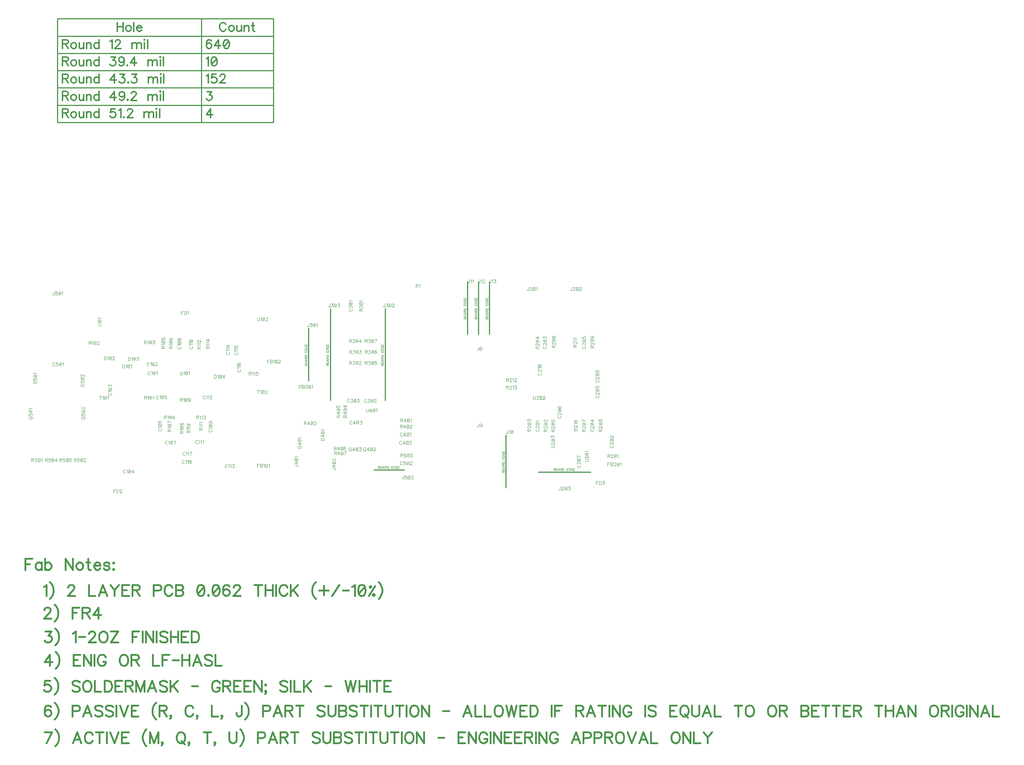
<source format=gbr>
G04 DipTrace 2.4.0.2*
%INTopAssy.gbr*%
%MOIN*%
%ADD10C,0.0098*%
%ADD12C,0.003*%
%ADD42C,0.0154*%
%ADD120C,0.0046*%
%ADD121C,0.0124*%
%FSLAX44Y44*%
G04*
G70*
G90*
G75*
G01*
%LNTopAssy*%
%LPD*%
X43902Y2106D2*
D10*
Y6894D1*
X40402Y16106D2*
Y20894D1*
X41402Y16106D2*
Y20894D1*
X42402Y16106D2*
Y20894D1*
X46856Y3536D2*
X51644D1*
X25902Y11856D2*
Y16644D1*
X32902Y10061D2*
Y18439D1*
X27902Y10061D2*
Y18439D1*
X31856Y3723D2*
X34644D1*
X3000Y44880D2*
X16124D1*
Y43305D1*
X3000D1*
Y44880D1*
Y43305D2*
X16124D1*
Y41730D1*
X3000D1*
Y43305D1*
Y41730D2*
X16124D1*
Y40155D1*
X3000D1*
Y41730D1*
Y40155D2*
X16124D1*
Y38580D1*
X3000D1*
Y40155D1*
Y38580D2*
X16124D1*
Y37006D1*
X3000D1*
Y38580D1*
Y37006D2*
X16124D1*
Y35431D1*
X3000D1*
Y37006D1*
X16124Y44880D2*
X22685D1*
Y43305D1*
X16124D1*
Y44880D1*
Y43305D2*
X22685D1*
Y41730D1*
X16124D1*
Y43305D1*
Y41730D2*
X22685D1*
Y40155D1*
X16124D1*
Y41730D1*
Y40155D2*
X22685D1*
Y38580D1*
X16124D1*
Y40155D1*
Y38580D2*
X22685D1*
Y37006D1*
X16124D1*
Y38580D1*
Y37006D2*
X22685D1*
Y35431D1*
X16124D1*
Y37006D1*
X11456Y12631D2*
D120*
X11441Y12659D1*
X11412Y12688D1*
X11384Y12703D1*
X11327D1*
X11298Y12688D1*
X11269Y12659D1*
X11255Y12631D1*
X11240Y12588D1*
Y12516D1*
X11255Y12473D1*
X11269Y12444D1*
X11298Y12416D1*
X11327Y12401D1*
X11384D1*
X11412Y12416D1*
X11441Y12444D1*
X11456Y12473D1*
X11548Y12645D2*
X11577Y12659D1*
X11620Y12702D1*
Y12401D1*
X11799Y12702D2*
X11756Y12688D1*
X11727Y12645D1*
X11713Y12573D1*
Y12530D1*
X11727Y12458D1*
X11756Y12415D1*
X11799Y12401D1*
X11827D1*
X11871Y12415D1*
X11899Y12458D1*
X11914Y12530D1*
Y12573D1*
X11899Y12645D1*
X11871Y12688D1*
X11827Y12702D1*
X11799D1*
X11899Y12645D2*
X11727Y12458D1*
X12006Y12645D2*
X12035Y12659D1*
X12078Y12702D1*
Y12401D1*
X11382Y13451D2*
X11367Y13479D1*
X11339Y13508D1*
X11310Y13523D1*
X11253D1*
X11224Y13508D1*
X11195Y13479D1*
X11181Y13451D1*
X11166Y13408D1*
Y13336D1*
X11181Y13293D1*
X11195Y13264D1*
X11224Y13236D1*
X11253Y13221D1*
X11310D1*
X11339Y13236D1*
X11367Y13264D1*
X11382Y13293D1*
X11474Y13465D2*
X11503Y13479D1*
X11546Y13522D1*
Y13221D1*
X11725Y13522D2*
X11682Y13508D1*
X11653Y13465D1*
X11639Y13393D1*
Y13350D1*
X11653Y13278D1*
X11682Y13235D1*
X11725Y13221D1*
X11754D1*
X11797Y13235D1*
X11825Y13278D1*
X11840Y13350D1*
Y13393D1*
X11825Y13465D1*
X11797Y13508D1*
X11754Y13522D1*
X11725D1*
X11825Y13465D2*
X11653Y13278D1*
X11947Y13451D2*
Y13465D1*
X11961Y13494D1*
X11976Y13508D1*
X12005Y13522D1*
X12062D1*
X12090Y13508D1*
X12105Y13494D1*
X12119Y13465D1*
Y13436D1*
X12105Y13407D1*
X12076Y13365D1*
X11933Y13221D1*
X12134D1*
X7712Y10749D2*
X7684Y10735D1*
X7655Y10706D1*
X7640Y10677D1*
Y10620D1*
X7655Y10591D1*
X7684Y10563D1*
X7712Y10548D1*
X7755Y10534D1*
X7827D1*
X7870Y10548D1*
X7899Y10563D1*
X7927Y10591D1*
X7942Y10620D1*
Y10677D1*
X7927Y10706D1*
X7899Y10735D1*
X7870Y10749D1*
X7698Y10842D2*
X7684Y10870D1*
X7641Y10913D1*
X7942D1*
X7641Y11092D2*
X7655Y11049D1*
X7698Y11020D1*
X7770Y11006D1*
X7813D1*
X7885Y11020D1*
X7928Y11049D1*
X7942Y11092D1*
Y11121D1*
X7928Y11164D1*
X7885Y11192D1*
X7813Y11207D1*
X7770D1*
X7698Y11192D1*
X7655Y11164D1*
X7641Y11121D1*
Y11092D1*
X7698Y11192D2*
X7885Y11020D1*
X7641Y11329D2*
Y11486D1*
X7756Y11400D1*
Y11443D1*
X7770Y11472D1*
X7784Y11486D1*
X7827Y11501D1*
X7856D1*
X7899Y11486D1*
X7928Y11458D1*
X7942Y11414D1*
Y11371D1*
X7928Y11329D1*
X7913Y11314D1*
X7885Y11300D1*
X9208Y3663D2*
X9194Y3692D1*
X9165Y3721D1*
X9137Y3735D1*
X9079D1*
X9050Y3721D1*
X9022Y3692D1*
X9007Y3663D1*
X8993Y3620D1*
Y3548D1*
X9007Y3505D1*
X9022Y3477D1*
X9050Y3448D1*
X9079Y3433D1*
X9137D1*
X9165Y3448D1*
X9194Y3477D1*
X9208Y3505D1*
X9301Y3677D2*
X9330Y3692D1*
X9373Y3735D1*
Y3433D1*
X9552Y3735D2*
X9509Y3720D1*
X9480Y3677D1*
X9465Y3606D1*
Y3562D1*
X9480Y3491D1*
X9509Y3448D1*
X9552Y3433D1*
X9580D1*
X9623Y3448D1*
X9652Y3491D1*
X9666Y3562D1*
Y3606D1*
X9652Y3677D1*
X9623Y3720D1*
X9580Y3735D1*
X9552D1*
X9652Y3677D2*
X9480Y3491D1*
X9903Y3433D2*
Y3735D1*
X9759Y3534D1*
X9974D1*
X12220Y10427D2*
X12206Y10455D1*
X12177Y10484D1*
X12149Y10498D1*
X12091D1*
X12063Y10484D1*
X12034Y10455D1*
X12019Y10427D1*
X12005Y10384D1*
Y10312D1*
X12019Y10269D1*
X12034Y10240D1*
X12063Y10212D1*
X12091Y10197D1*
X12149D1*
X12177Y10212D1*
X12206Y10240D1*
X12220Y10269D1*
X12313Y10441D2*
X12342Y10455D1*
X12385Y10498D1*
Y10197D1*
X12564Y10498D2*
X12521Y10484D1*
X12492Y10441D1*
X12478Y10369D1*
Y10326D1*
X12492Y10254D1*
X12521Y10211D1*
X12564Y10197D1*
X12592D1*
X12636Y10211D1*
X12664Y10254D1*
X12679Y10326D1*
Y10369D1*
X12664Y10441D1*
X12636Y10484D1*
X12592Y10498D1*
X12564D1*
X12664Y10441D2*
X12492Y10254D1*
X12943Y10498D2*
X12800D1*
X12786Y10369D1*
X12800Y10383D1*
X12843Y10398D1*
X12886D1*
X12929Y10383D1*
X12958Y10355D1*
X12972Y10312D1*
Y10283D1*
X12958Y10240D1*
X12929Y10211D1*
X12886Y10197D1*
X12843D1*
X12800Y10211D1*
X12786Y10226D1*
X12771Y10254D1*
X12249Y7468D2*
X12221Y7453D1*
X12192Y7425D1*
X12178Y7396D1*
Y7339D1*
X12192Y7310D1*
X12221Y7281D1*
X12249Y7267D1*
X12292Y7252D1*
X12364D1*
X12407Y7267D1*
X12436Y7281D1*
X12465Y7310D1*
X12479Y7339D1*
Y7396D1*
X12465Y7425D1*
X12436Y7453D1*
X12407Y7468D1*
X12235Y7560D2*
X12221Y7589D1*
X12178Y7632D1*
X12479D1*
X12178Y7811D2*
X12192Y7768D1*
X12235Y7739D1*
X12307Y7725D1*
X12350D1*
X12422Y7739D1*
X12465Y7768D1*
X12479Y7811D1*
Y7840D1*
X12465Y7883D1*
X12422Y7911D1*
X12350Y7926D1*
X12307D1*
X12235Y7911D1*
X12192Y7883D1*
X12178Y7840D1*
Y7811D1*
X12235Y7911D2*
X12422Y7739D1*
X12221Y8191D2*
X12192Y8176D1*
X12178Y8133D1*
Y8105D1*
X12192Y8062D1*
X12235Y8033D1*
X12307Y8019D1*
X12379D1*
X12436Y8033D1*
X12465Y8062D1*
X12479Y8105D1*
Y8119D1*
X12465Y8162D1*
X12436Y8191D1*
X12393Y8205D1*
X12379D1*
X12336Y8191D1*
X12307Y8162D1*
X12293Y8119D1*
Y8105D1*
X12307Y8062D1*
X12336Y8033D1*
X12379Y8019D1*
X13046Y6293D2*
X13031Y6322D1*
X13003Y6350D1*
X12974Y6365D1*
X12917D1*
X12888Y6350D1*
X12859Y6322D1*
X12845Y6293D1*
X12830Y6250D1*
Y6178D1*
X12845Y6135D1*
X12859Y6106D1*
X12888Y6078D1*
X12917Y6063D1*
X12974D1*
X13003Y6078D1*
X13031Y6106D1*
X13046Y6135D1*
X13138Y6307D2*
X13167Y6322D1*
X13210Y6364D1*
Y6063D1*
X13389Y6364D2*
X13346Y6350D1*
X13317Y6307D1*
X13303Y6235D1*
Y6192D1*
X13317Y6121D1*
X13346Y6077D1*
X13389Y6063D1*
X13418D1*
X13461Y6077D1*
X13489Y6121D1*
X13504Y6192D1*
Y6235D1*
X13489Y6307D1*
X13461Y6350D1*
X13418Y6364D1*
X13389D1*
X13489Y6307D2*
X13317Y6121D1*
X13654Y6063D2*
X13797Y6364D1*
X13596D1*
X14034Y14985D2*
X14005Y14971D1*
X13976Y14942D1*
X13962Y14913D1*
Y14856D1*
X13976Y14827D1*
X14005Y14799D1*
X14034Y14784D1*
X14077Y14770D1*
X14149D1*
X14192Y14784D1*
X14221Y14799D1*
X14249Y14827D1*
X14264Y14856D1*
Y14913D1*
X14249Y14942D1*
X14221Y14971D1*
X14192Y14985D1*
X14020Y15078D2*
X14005Y15106D1*
X13963Y15149D1*
X14264D1*
X13963Y15328D2*
X13977Y15285D1*
X14020Y15256D1*
X14092Y15242D1*
X14135D1*
X14206Y15256D1*
X14249Y15285D1*
X14264Y15328D1*
Y15357D1*
X14249Y15400D1*
X14206Y15428D1*
X14135Y15443D1*
X14092D1*
X14020Y15428D1*
X13977Y15400D1*
X13963Y15357D1*
Y15328D1*
X14020Y15428D2*
X14206Y15256D1*
X13963Y15607D2*
X13977Y15565D1*
X14005Y15550D1*
X14034D1*
X14063Y15565D1*
X14077Y15593D1*
X14092Y15650D1*
X14106Y15694D1*
X14135Y15722D1*
X14163Y15736D1*
X14206D1*
X14235Y15722D1*
X14249Y15708D1*
X14264Y15665D1*
Y15607D1*
X14249Y15565D1*
X14235Y15550D1*
X14206Y15536D1*
X14163D1*
X14135Y15550D1*
X14106Y15579D1*
X14092Y15622D1*
X14077Y15679D1*
X14063Y15708D1*
X14034Y15722D1*
X14005D1*
X13977Y15708D1*
X13963Y15665D1*
Y15607D1*
X16875Y7405D2*
X16846Y7391D1*
X16817Y7362D1*
X16803Y7333D1*
Y7276D1*
X16817Y7247D1*
X16846Y7219D1*
X16875Y7204D1*
X16918Y7190D1*
X16990D1*
X17033Y7204D1*
X17061Y7219D1*
X17090Y7247D1*
X17105Y7276D1*
Y7333D1*
X17090Y7362D1*
X17061Y7391D1*
X17033Y7405D1*
X16861Y7498D2*
X16846Y7527D1*
X16803Y7570D1*
X17105D1*
X16803Y7748D2*
X16818Y7705D1*
X16861Y7677D1*
X16932Y7662D1*
X16976D1*
X17047Y7677D1*
X17090Y7705D1*
X17105Y7748D1*
Y7777D1*
X17090Y7820D1*
X17047Y7849D1*
X16976Y7863D1*
X16932D1*
X16861Y7849D1*
X16818Y7820D1*
X16803Y7777D1*
Y7748D1*
X16861Y7849D2*
X17047Y7677D1*
X16904Y8143D2*
X16947Y8128D1*
X16976Y8099D1*
X16990Y8056D1*
Y8042D1*
X16976Y7999D1*
X16947Y7970D1*
X16904Y7956D1*
X16889D1*
X16846Y7970D1*
X16818Y7999D1*
X16803Y8042D1*
Y8056D1*
X16818Y8099D1*
X16846Y8128D1*
X16904Y8143D1*
X16976D1*
X17047Y8128D1*
X17090Y8099D1*
X17105Y8056D1*
Y8028D1*
X17090Y7985D1*
X17061Y7970D1*
X15096Y14987D2*
X15068Y14972D1*
X15039Y14944D1*
X15025Y14915D1*
Y14858D1*
X15039Y14829D1*
X15068Y14800D1*
X15096Y14786D1*
X15140Y14771D1*
X15211D1*
X15254Y14786D1*
X15283Y14800D1*
X15312Y14829D1*
X15326Y14858D1*
Y14915D1*
X15312Y14944D1*
X15283Y14972D1*
X15254Y14987D1*
X15082Y15079D2*
X15068Y15108D1*
X15025Y15151D1*
X15326D1*
X15082Y15244D2*
X15068Y15273D1*
X15025Y15316D1*
X15326D1*
X15025Y15495D2*
X15039Y15452D1*
X15082Y15423D1*
X15154Y15409D1*
X15197D1*
X15269Y15423D1*
X15312Y15452D1*
X15326Y15495D1*
Y15523D1*
X15312Y15566D1*
X15269Y15595D1*
X15197Y15609D1*
X15154D1*
X15082Y15595D1*
X15039Y15566D1*
X15025Y15523D1*
Y15495D1*
X15082Y15595D2*
X15269Y15423D1*
X15800Y6356D2*
X15786Y6384D1*
X15757Y6413D1*
X15728Y6427D1*
X15671D1*
X15642Y6413D1*
X15614Y6384D1*
X15599Y6356D1*
X15585Y6312D1*
Y6240D1*
X15599Y6198D1*
X15614Y6169D1*
X15642Y6140D1*
X15671Y6126D1*
X15728D1*
X15757Y6140D1*
X15786Y6169D1*
X15800Y6198D1*
X15893Y6369D2*
X15921Y6384D1*
X15964Y6427D1*
Y6126D1*
X16057Y6369D2*
X16086Y6384D1*
X16129Y6427D1*
Y6126D1*
X16222Y6369D2*
X16251Y6384D1*
X16294Y6427D1*
Y6126D1*
X16467Y10427D2*
X16453Y10455D1*
X16424Y10484D1*
X16395Y10498D1*
X16338D1*
X16309Y10484D1*
X16281Y10455D1*
X16266Y10427D1*
X16252Y10384D1*
Y10312D1*
X16266Y10269D1*
X16281Y10240D1*
X16309Y10212D1*
X16338Y10197D1*
X16395D1*
X16424Y10212D1*
X16453Y10240D1*
X16467Y10269D1*
X16560Y10441D2*
X16588Y10455D1*
X16632Y10498D1*
Y10197D1*
X16724Y10441D2*
X16753Y10455D1*
X16796Y10498D1*
Y10197D1*
X16903Y10426D2*
Y10441D1*
X16918Y10470D1*
X16932Y10484D1*
X16961Y10498D1*
X17018D1*
X17047Y10484D1*
X17061Y10470D1*
X17075Y10441D1*
Y10412D1*
X17061Y10383D1*
X17032Y10341D1*
X16889Y10197D1*
X17090D1*
X18503Y4163D2*
X18489Y4192D1*
X18460Y4221D1*
X18431Y4235D1*
X18374D1*
X18345Y4221D1*
X18317Y4192D1*
X18302Y4163D1*
X18288Y4120D1*
Y4048D1*
X18302Y4006D1*
X18317Y3977D1*
X18345Y3948D1*
X18374Y3934D1*
X18431D1*
X18460Y3948D1*
X18489Y3977D1*
X18503Y4006D1*
X18596Y4177D2*
X18625Y4192D1*
X18668Y4235D1*
Y3934D1*
X18760Y4177D2*
X18789Y4192D1*
X18832Y4235D1*
Y3934D1*
X18954Y4235D2*
X19111D1*
X19025Y4120D1*
X19068D1*
X19097Y4106D1*
X19111Y4091D1*
X19126Y4048D1*
Y4020D1*
X19111Y3977D1*
X19083Y3948D1*
X19040Y3934D1*
X18996D1*
X18954Y3948D1*
X18939Y3962D1*
X18925Y3991D1*
X18464Y14488D2*
X18436Y14473D1*
X18407Y14444D1*
X18393Y14416D1*
Y14359D1*
X18407Y14330D1*
X18436Y14301D1*
X18464Y14287D1*
X18507Y14272D1*
X18579D1*
X18622Y14287D1*
X18651Y14301D1*
X18680Y14330D1*
X18694Y14359D1*
Y14416D1*
X18680Y14444D1*
X18651Y14473D1*
X18622Y14488D1*
X18450Y14580D2*
X18436Y14609D1*
X18393Y14652D1*
X18694D1*
X18450Y14745D2*
X18436Y14774D1*
X18393Y14817D1*
X18694D1*
Y15053D2*
X18393D1*
X18594Y14909D1*
Y15125D1*
X19215Y14433D2*
X19187Y14419D1*
X19158Y14390D1*
X19144Y14362D1*
Y14304D1*
X19158Y14275D1*
X19187Y14247D1*
X19215Y14232D1*
X19259Y14218D1*
X19331D1*
X19373Y14232D1*
X19402Y14247D1*
X19431Y14275D1*
X19445Y14304D1*
Y14362D1*
X19431Y14390D1*
X19402Y14419D1*
X19373Y14433D1*
X19202Y14526D2*
X19187Y14555D1*
X19144Y14598D1*
X19445D1*
X19202Y14690D2*
X19187Y14719D1*
X19144Y14762D1*
X19445D1*
X19144Y15027D2*
Y14884D1*
X19273Y14870D1*
X19259Y14884D1*
X19244Y14927D1*
Y14970D1*
X19259Y15013D1*
X19287Y15042D1*
X19331Y15056D1*
X19359D1*
X19402Y15042D1*
X19431Y15013D1*
X19445Y14970D1*
Y14927D1*
X19431Y14884D1*
X19416Y14870D1*
X19388Y14855D1*
X19462Y12883D2*
X19433Y12869D1*
X19405Y12840D1*
X19390Y12812D1*
Y12754D1*
X19405Y12725D1*
X19433Y12697D1*
X19462Y12682D1*
X19505Y12668D1*
X19577D1*
X19620Y12682D1*
X19649Y12697D1*
X19677Y12725D1*
X19692Y12754D1*
Y12812D1*
X19677Y12840D1*
X19649Y12869D1*
X19620Y12883D1*
X19448Y12976D2*
X19433Y13005D1*
X19391Y13048D1*
X19692D1*
X19448Y13141D2*
X19433Y13169D1*
X19391Y13213D1*
X19692D1*
X19433Y13477D2*
X19405Y13463D1*
X19391Y13420D1*
Y13391D1*
X19405Y13348D1*
X19448Y13319D1*
X19520Y13305D1*
X19591D1*
X19649Y13319D1*
X19678Y13348D1*
X19692Y13391D1*
Y13406D1*
X19678Y13448D1*
X19649Y13477D1*
X19606Y13492D1*
X19591D1*
X19548Y13477D1*
X19520Y13448D1*
X19505Y13406D1*
Y13391D1*
X19520Y13348D1*
X19548Y13319D1*
X19591Y13305D1*
X14645Y5290D2*
X14631Y5319D1*
X14602Y5348D1*
X14573Y5362D1*
X14516D1*
X14487Y5348D1*
X14459Y5319D1*
X14444Y5290D1*
X14430Y5247D1*
Y5175D1*
X14444Y5133D1*
X14459Y5104D1*
X14487Y5075D1*
X14516Y5061D1*
X14573D1*
X14602Y5075D1*
X14631Y5104D1*
X14645Y5133D1*
X14738Y5304D2*
X14767Y5319D1*
X14810Y5362D1*
Y5061D1*
X14902Y5304D2*
X14931Y5319D1*
X14974Y5362D1*
Y5061D1*
X15124D2*
X15268Y5362D1*
X15067D1*
X14583Y4526D2*
X14568Y4555D1*
X14540Y4583D1*
X14511Y4598D1*
X14454D1*
X14425Y4583D1*
X14396Y4555D1*
X14382Y4526D1*
X14368Y4483D1*
Y4411D1*
X14382Y4368D1*
X14396Y4339D1*
X14425Y4311D1*
X14454Y4296D1*
X14511D1*
X14540Y4311D1*
X14568Y4339D1*
X14583Y4368D1*
X14675Y4540D2*
X14704Y4555D1*
X14747Y4597D1*
Y4296D1*
X14840Y4540D2*
X14869Y4555D1*
X14912Y4597D1*
Y4296D1*
X15076Y4597D2*
X15033Y4583D1*
X15019Y4555D1*
Y4526D1*
X15033Y4497D1*
X15062Y4483D1*
X15119Y4468D1*
X15162Y4454D1*
X15191Y4425D1*
X15205Y4397D1*
Y4354D1*
X15191Y4325D1*
X15177Y4311D1*
X15134Y4296D1*
X15076D1*
X15033Y4311D1*
X15019Y4325D1*
X15005Y4354D1*
Y4397D1*
X15019Y4425D1*
X15048Y4454D1*
X15090Y4468D1*
X15148Y4483D1*
X15177Y4497D1*
X15191Y4526D1*
Y4555D1*
X15177Y4583D1*
X15134Y4597D1*
X15076D1*
X46685Y7441D2*
X46657Y7427D1*
X46628Y7398D1*
X46614Y7370D1*
Y7312D1*
X46628Y7284D1*
X46657Y7255D1*
X46685Y7240D1*
X46729Y7226D1*
X46801D1*
X46843Y7240D1*
X46872Y7255D1*
X46901Y7284D1*
X46915Y7312D1*
Y7370D1*
X46901Y7398D1*
X46872Y7427D1*
X46843Y7441D1*
X46686Y7549D2*
X46672D1*
X46643Y7563D1*
X46628Y7577D1*
X46614Y7606D1*
Y7663D1*
X46628Y7692D1*
X46643Y7706D1*
X46672Y7721D1*
X46700D1*
X46729Y7706D1*
X46772Y7678D1*
X46915Y7534D1*
Y7735D1*
X46614Y7914D2*
X46628Y7871D1*
X46672Y7842D1*
X46743Y7828D1*
X46786D1*
X46858Y7842D1*
X46901Y7871D1*
X46915Y7914D1*
Y7942D1*
X46901Y7985D1*
X46858Y8014D1*
X46786Y8029D1*
X46743D1*
X46672Y8014D1*
X46628Y7985D1*
X46614Y7942D1*
Y7914D1*
X46672Y8014D2*
X46858Y7842D1*
X46672Y8121D2*
X46657Y8150D1*
X46614Y8193D1*
X46915D1*
X53462Y5962D2*
X53433Y5948D1*
X53405Y5919D1*
X53390Y5891D1*
Y5833D1*
X53405Y5805D1*
X53433Y5776D1*
X53462Y5761D1*
X53505Y5747D1*
X53577D1*
X53620Y5761D1*
X53649Y5776D1*
X53677Y5805D1*
X53692Y5833D1*
Y5891D1*
X53677Y5919D1*
X53649Y5948D1*
X53620Y5962D1*
X53462Y6070D2*
X53448D1*
X53419Y6084D1*
X53405Y6098D1*
X53391Y6127D1*
Y6184D1*
X53405Y6213D1*
X53419Y6227D1*
X53448Y6242D1*
X53477D1*
X53505Y6227D1*
X53548Y6199D1*
X53692Y6055D1*
Y6256D1*
X53391Y6435D2*
X53405Y6392D1*
X53448Y6363D1*
X53520Y6349D1*
X53563D1*
X53634Y6363D1*
X53678Y6392D1*
X53692Y6435D1*
Y6463D1*
X53678Y6506D1*
X53634Y6535D1*
X53563Y6550D1*
X53520D1*
X53448Y6535D1*
X53405Y6506D1*
X53391Y6463D1*
Y6435D1*
X53448Y6535D2*
X53634Y6363D1*
X53462Y6657D2*
X53448D1*
X53419Y6671D1*
X53405Y6685D1*
X53391Y6714D1*
Y6772D1*
X53405Y6800D1*
X53419Y6814D1*
X53448Y6829D1*
X53477D1*
X53505Y6814D1*
X53548Y6786D1*
X53692Y6642D1*
Y6843D1*
X47373Y15020D2*
X47344Y15006D1*
X47316Y14977D1*
X47301Y14948D1*
Y14891D1*
X47316Y14862D1*
X47344Y14834D1*
X47373Y14819D1*
X47416Y14805D1*
X47488D1*
X47531Y14819D1*
X47560Y14834D1*
X47588Y14862D1*
X47603Y14891D1*
Y14948D1*
X47588Y14977D1*
X47560Y15006D1*
X47531Y15020D1*
X47373Y15127D2*
X47359D1*
X47330Y15142D1*
X47316Y15156D1*
X47302Y15185D1*
Y15242D1*
X47316Y15271D1*
X47330Y15285D1*
X47359Y15299D1*
X47388D1*
X47416Y15285D1*
X47459Y15256D1*
X47603Y15113D1*
Y15314D1*
X47302Y15493D2*
X47316Y15449D1*
X47359Y15421D1*
X47431Y15406D1*
X47474D1*
X47545Y15421D1*
X47588Y15449D1*
X47603Y15493D1*
Y15521D1*
X47588Y15564D1*
X47545Y15593D1*
X47474Y15607D1*
X47431D1*
X47359Y15593D1*
X47316Y15564D1*
X47302Y15521D1*
Y15493D1*
X47359Y15593D2*
X47545Y15421D1*
X47302Y15729D2*
Y15886D1*
X47416Y15800D1*
Y15843D1*
X47431Y15872D1*
X47445Y15886D1*
X47488Y15901D1*
X47517D1*
X47560Y15886D1*
X47588Y15858D1*
X47603Y15815D1*
Y15772D1*
X47588Y15729D1*
X47574Y15714D1*
X47545Y15700D1*
X51685Y7432D2*
X51657Y7418D1*
X51628Y7389D1*
X51614Y7361D1*
Y7303D1*
X51628Y7274D1*
X51657Y7246D1*
X51685Y7231D1*
X51729Y7217D1*
X51801D1*
X51843Y7231D1*
X51872Y7246D1*
X51901Y7274D1*
X51915Y7303D1*
Y7361D1*
X51901Y7389D1*
X51872Y7418D1*
X51843Y7432D1*
X51686Y7539D2*
X51672D1*
X51643Y7554D1*
X51628Y7568D1*
X51614Y7597D1*
Y7654D1*
X51628Y7683D1*
X51643Y7697D1*
X51672Y7712D1*
X51700D1*
X51729Y7697D1*
X51772Y7668D1*
X51915Y7525D1*
Y7726D1*
X51614Y7905D2*
X51628Y7862D1*
X51672Y7833D1*
X51743Y7818D1*
X51786D1*
X51858Y7833D1*
X51901Y7862D1*
X51915Y7905D1*
Y7933D1*
X51901Y7976D1*
X51858Y8005D1*
X51786Y8019D1*
X51743D1*
X51672Y8005D1*
X51628Y7976D1*
X51614Y7933D1*
Y7905D1*
X51672Y8005D2*
X51858Y7833D1*
X51915Y8256D2*
X51614D1*
X51815Y8112D1*
Y8327D1*
X50935Y15020D2*
X50907Y15006D1*
X50878Y14977D1*
X50864Y14948D1*
Y14891D1*
X50878Y14862D1*
X50907Y14834D1*
X50935Y14819D1*
X50979Y14805D1*
X51051D1*
X51093Y14819D1*
X51122Y14834D1*
X51151Y14862D1*
X51165Y14891D1*
Y14948D1*
X51151Y14977D1*
X51122Y15006D1*
X51093Y15020D1*
X50936Y15127D2*
X50922D1*
X50893Y15142D1*
X50878Y15156D1*
X50864Y15185D1*
Y15242D1*
X50878Y15271D1*
X50893Y15285D1*
X50922Y15299D1*
X50950D1*
X50979Y15285D1*
X51022Y15256D1*
X51165Y15113D1*
Y15314D1*
X50864Y15493D2*
X50878Y15449D1*
X50922Y15421D1*
X50993Y15406D1*
X51036D1*
X51108Y15421D1*
X51151Y15449D1*
X51165Y15493D1*
Y15521D1*
X51151Y15564D1*
X51108Y15593D1*
X51036Y15607D1*
X50993D1*
X50922Y15593D1*
X50878Y15564D1*
X50864Y15521D1*
Y15493D1*
X50922Y15593D2*
X51108Y15421D1*
X50864Y15872D2*
Y15729D1*
X50993Y15714D1*
X50979Y15729D1*
X50964Y15772D1*
Y15815D1*
X50979Y15858D1*
X51007Y15887D1*
X51051Y15901D1*
X51079D1*
X51122Y15887D1*
X51151Y15858D1*
X51165Y15815D1*
Y15772D1*
X51151Y15729D1*
X51136Y15714D1*
X51108Y15700D1*
X48712Y8657D2*
X48683Y8643D1*
X48655Y8614D1*
X48640Y8586D1*
Y8528D1*
X48655Y8499D1*
X48683Y8471D1*
X48712Y8456D1*
X48755Y8442D1*
X48827D1*
X48870Y8456D1*
X48899Y8471D1*
X48927Y8499D1*
X48942Y8528D1*
Y8586D1*
X48927Y8614D1*
X48899Y8643D1*
X48870Y8657D1*
X48712Y8764D2*
X48698D1*
X48669Y8779D1*
X48655Y8793D1*
X48641Y8822D1*
Y8879D1*
X48655Y8908D1*
X48669Y8922D1*
X48698Y8937D1*
X48727D1*
X48755Y8922D1*
X48798Y8893D1*
X48942Y8750D1*
Y8951D1*
X48641Y9130D2*
X48655Y9087D1*
X48698Y9058D1*
X48770Y9043D1*
X48813D1*
X48884Y9058D1*
X48928Y9087D1*
X48942Y9130D1*
Y9158D1*
X48928Y9201D1*
X48884Y9230D1*
X48813Y9244D1*
X48770D1*
X48698Y9230D1*
X48655Y9201D1*
X48641Y9158D1*
Y9130D1*
X48698Y9230D2*
X48884Y9058D1*
X48683Y9509D2*
X48655Y9495D1*
X48641Y9452D1*
Y9423D1*
X48655Y9380D1*
X48698Y9351D1*
X48770Y9337D1*
X48841D1*
X48899Y9351D1*
X48928Y9380D1*
X48942Y9423D1*
Y9437D1*
X48928Y9480D1*
X48899Y9509D1*
X48856Y9523D1*
X48841D1*
X48798Y9509D1*
X48770Y9480D1*
X48755Y9437D1*
Y9423D1*
X48770Y9380D1*
X48798Y9351D1*
X48841Y9337D1*
X50462Y4150D2*
X50433Y4136D1*
X50405Y4107D1*
X50390Y4078D1*
Y4021D1*
X50405Y3992D1*
X50433Y3964D1*
X50462Y3949D1*
X50505Y3935D1*
X50577D1*
X50620Y3949D1*
X50649Y3964D1*
X50677Y3992D1*
X50692Y4021D1*
Y4078D1*
X50677Y4107D1*
X50649Y4136D1*
X50620Y4150D1*
X50462Y4257D2*
X50448D1*
X50419Y4271D1*
X50405Y4286D1*
X50391Y4314D1*
Y4372D1*
X50405Y4400D1*
X50419Y4415D1*
X50448Y4429D1*
X50477D1*
X50505Y4415D1*
X50548Y4386D1*
X50692Y4243D1*
Y4443D1*
X50391Y4622D2*
X50405Y4579D1*
X50448Y4550D1*
X50520Y4536D1*
X50563D1*
X50634Y4550D1*
X50678Y4579D1*
X50692Y4622D1*
Y4651D1*
X50678Y4694D1*
X50634Y4722D1*
X50563Y4737D1*
X50520D1*
X50448Y4722D1*
X50405Y4694D1*
X50391Y4651D1*
Y4622D1*
X50448Y4722D2*
X50634Y4550D1*
X50692Y4887D2*
X50391Y5031D1*
Y4830D1*
X52149Y11935D2*
X52121Y11920D1*
X52092Y11892D1*
X52078Y11863D1*
Y11806D1*
X52092Y11777D1*
X52121Y11748D1*
X52149Y11734D1*
X52193Y11719D1*
X52265D1*
X52307Y11734D1*
X52336Y11748D1*
X52365Y11777D1*
X52379Y11806D1*
Y11863D1*
X52365Y11892D1*
X52336Y11920D1*
X52307Y11935D1*
X52150Y12042D2*
X52136D1*
X52107Y12056D1*
X52092Y12070D1*
X52078Y12099D1*
Y12157D1*
X52092Y12185D1*
X52107Y12199D1*
X52136Y12214D1*
X52164D1*
X52193Y12199D1*
X52236Y12171D1*
X52379Y12027D1*
Y12228D1*
X52078Y12407D2*
X52092Y12364D1*
X52136Y12335D1*
X52207Y12321D1*
X52250D1*
X52322Y12335D1*
X52365Y12364D1*
X52379Y12407D1*
Y12436D1*
X52365Y12479D1*
X52322Y12507D1*
X52250Y12522D1*
X52207D1*
X52136Y12507D1*
X52092Y12479D1*
X52078Y12436D1*
Y12407D1*
X52136Y12507D2*
X52322Y12335D1*
X52078Y12686D2*
X52092Y12643D1*
X52121Y12629D1*
X52150D1*
X52178Y12643D1*
X52193Y12672D1*
X52207Y12729D1*
X52221Y12772D1*
X52250Y12801D1*
X52279Y12815D1*
X52322D1*
X52350Y12801D1*
X52365Y12787D1*
X52379Y12744D1*
Y12686D1*
X52365Y12643D1*
X52350Y12629D1*
X52322Y12615D1*
X52279D1*
X52250Y12629D1*
X52221Y12658D1*
X52207Y12700D1*
X52193Y12758D1*
X52178Y12787D1*
X52150Y12801D1*
X52121D1*
X52092Y12787D1*
X52078Y12744D1*
Y12686D1*
X52149Y10504D2*
X52121Y10490D1*
X52092Y10461D1*
X52078Y10433D1*
Y10375D1*
X52092Y10346D1*
X52121Y10318D1*
X52149Y10303D1*
X52193Y10289D1*
X52265D1*
X52307Y10303D1*
X52336Y10318D1*
X52365Y10346D1*
X52379Y10375D1*
Y10433D1*
X52365Y10461D1*
X52336Y10490D1*
X52307Y10504D1*
X52150Y10611D2*
X52136D1*
X52107Y10626D1*
X52092Y10640D1*
X52078Y10669D1*
Y10726D1*
X52092Y10755D1*
X52107Y10769D1*
X52136Y10783D1*
X52164D1*
X52193Y10769D1*
X52236Y10740D1*
X52379Y10597D1*
Y10798D1*
X52078Y10977D2*
X52092Y10934D1*
X52136Y10905D1*
X52207Y10890D1*
X52250D1*
X52322Y10905D1*
X52365Y10934D1*
X52379Y10977D1*
Y11005D1*
X52365Y11048D1*
X52322Y11077D1*
X52250Y11091D1*
X52207D1*
X52136Y11077D1*
X52092Y11048D1*
X52078Y11005D1*
Y10977D1*
X52136Y11077D2*
X52322Y10905D1*
X52178Y11371D2*
X52221Y11356D1*
X52250Y11328D1*
X52265Y11284D1*
Y11270D1*
X52250Y11227D1*
X52221Y11199D1*
X52178Y11184D1*
X52164D1*
X52121Y11199D1*
X52092Y11227D1*
X52078Y11270D1*
Y11284D1*
X52092Y11328D1*
X52121Y11356D1*
X52178Y11371D1*
X52250D1*
X52322Y11356D1*
X52365Y11328D1*
X52379Y11284D1*
Y11256D1*
X52365Y11213D1*
X52336Y11199D1*
X46900Y12589D2*
X46871Y12575D1*
X46842Y12546D1*
X46828Y12518D1*
Y12460D1*
X46842Y12432D1*
X46871Y12403D1*
X46900Y12388D1*
X46943Y12374D1*
X47015D1*
X47057Y12388D1*
X47086Y12403D1*
X47115Y12432D1*
X47129Y12460D1*
Y12518D1*
X47115Y12546D1*
X47086Y12575D1*
X47057Y12589D1*
X46900Y12697D2*
X46886D1*
X46857Y12711D1*
X46842Y12725D1*
X46828Y12754D1*
Y12811D1*
X46842Y12840D1*
X46857Y12854D1*
X46886Y12869D1*
X46914D1*
X46943Y12854D1*
X46986Y12826D1*
X47129Y12682D1*
Y12883D1*
X46886Y12976D2*
X46871Y13004D1*
X46828Y13048D1*
X47129D1*
X46828Y13226D2*
X46842Y13183D1*
X46886Y13154D1*
X46957Y13140D1*
X47000D1*
X47072Y13154D1*
X47115Y13183D1*
X47129Y13226D1*
Y13255D1*
X47115Y13298D1*
X47072Y13327D1*
X47000Y13341D1*
X46957D1*
X46886Y13327D1*
X46842Y13298D1*
X46828Y13255D1*
Y13226D1*
X46886Y13327D2*
X47072Y13154D1*
X29650Y18402D2*
X29621Y18388D1*
X29592Y18359D1*
X29578Y18330D1*
Y18273D1*
X29592Y18244D1*
X29621Y18216D1*
X29650Y18201D1*
X29693Y18187D1*
X29765D1*
X29807Y18201D1*
X29836Y18216D1*
X29865Y18244D1*
X29879Y18273D1*
Y18330D1*
X29865Y18359D1*
X29836Y18388D1*
X29807Y18402D1*
X29578Y18524D2*
Y18681D1*
X29693Y18595D1*
Y18638D1*
X29707Y18667D1*
X29721Y18681D1*
X29765Y18696D1*
X29793D1*
X29836Y18681D1*
X29865Y18653D1*
X29879Y18609D1*
Y18566D1*
X29865Y18524D1*
X29850Y18509D1*
X29822Y18495D1*
X29578Y18874D2*
X29592Y18831D1*
X29636Y18803D1*
X29707Y18788D1*
X29750D1*
X29822Y18803D1*
X29865Y18831D1*
X29879Y18874D1*
Y18903D1*
X29865Y18946D1*
X29822Y18975D1*
X29750Y18989D1*
X29707D1*
X29636Y18975D1*
X29592Y18946D1*
X29578Y18903D1*
Y18874D1*
X29636Y18975D2*
X29822Y18803D1*
X29636Y19082D2*
X29621Y19111D1*
X29578Y19154D1*
X29879D1*
X31198Y10107D2*
X31184Y10135D1*
X31155Y10164D1*
X31127Y10178D1*
X31069D1*
X31040Y10164D1*
X31012Y10135D1*
X30997Y10107D1*
X30983Y10063D1*
Y9991D1*
X30997Y9949D1*
X31012Y9920D1*
X31040Y9891D1*
X31069Y9877D1*
X31127D1*
X31155Y9891D1*
X31184Y9920D1*
X31198Y9949D1*
X31320Y10178D2*
X31477D1*
X31391Y10063D1*
X31434D1*
X31463Y10049D1*
X31477Y10035D1*
X31492Y9991D1*
Y9963D1*
X31477Y9920D1*
X31449Y9891D1*
X31406Y9877D1*
X31362D1*
X31320Y9891D1*
X31305Y9906D1*
X31291Y9934D1*
X31671Y10178D2*
X31628Y10164D1*
X31599Y10120D1*
X31584Y10049D1*
Y10006D1*
X31599Y9934D1*
X31628Y9891D1*
X31671Y9877D1*
X31699D1*
X31742Y9891D1*
X31771Y9934D1*
X31785Y10006D1*
Y10049D1*
X31771Y10120D1*
X31742Y10164D1*
X31699Y10178D1*
X31671D1*
X31771Y10120D2*
X31599Y9934D1*
X31893Y10106D2*
Y10120D1*
X31907Y10149D1*
X31921Y10164D1*
X31950Y10178D1*
X32007D1*
X32036Y10164D1*
X32050Y10149D1*
X32065Y10120D1*
Y10092D1*
X32050Y10063D1*
X32022Y10020D1*
X31878Y9877D1*
X32079D1*
X29636Y10107D2*
X29621Y10135D1*
X29593Y10164D1*
X29564Y10178D1*
X29507D1*
X29478Y10164D1*
X29449Y10135D1*
X29435Y10107D1*
X29421Y10063D1*
Y9991D1*
X29435Y9949D1*
X29449Y9920D1*
X29478Y9891D1*
X29507Y9877D1*
X29564D1*
X29593Y9891D1*
X29621Y9920D1*
X29636Y9949D1*
X29757Y10178D2*
X29915D1*
X29829Y10063D1*
X29872D1*
X29900Y10049D1*
X29915Y10035D1*
X29929Y9991D1*
Y9963D1*
X29915Y9920D1*
X29886Y9891D1*
X29843Y9877D1*
X29800D1*
X29757Y9891D1*
X29743Y9906D1*
X29728Y9934D1*
X30108Y10178D2*
X30065Y10164D1*
X30036Y10120D1*
X30022Y10049D1*
Y10006D1*
X30036Y9934D1*
X30065Y9891D1*
X30108Y9877D1*
X30137D1*
X30180Y9891D1*
X30208Y9934D1*
X30223Y10006D1*
Y10049D1*
X30208Y10120D1*
X30180Y10164D1*
X30137Y10178D1*
X30108D1*
X30208Y10120D2*
X30036Y9934D1*
X30344Y10178D2*
X30502D1*
X30416Y10063D1*
X30459D1*
X30488Y10049D1*
X30502Y10035D1*
X30517Y9991D1*
Y9963D1*
X30502Y9920D1*
X30473Y9891D1*
X30430Y9877D1*
X30387D1*
X30344Y9891D1*
X30330Y9906D1*
X30316Y9934D1*
X34396Y6289D2*
X34382Y6317D1*
X34353Y6346D1*
X34325Y6360D1*
X34267D1*
X34239Y6346D1*
X34210Y6317D1*
X34195Y6289D1*
X34181Y6245D1*
Y6174D1*
X34195Y6131D1*
X34210Y6102D1*
X34239Y6073D1*
X34267Y6059D1*
X34325D1*
X34353Y6073D1*
X34382Y6102D1*
X34396Y6131D1*
X34633Y6059D2*
Y6360D1*
X34489Y6159D1*
X34704D1*
X34883Y6360D2*
X34840Y6346D1*
X34811Y6303D1*
X34797Y6231D1*
Y6188D1*
X34811Y6116D1*
X34840Y6073D1*
X34883Y6059D1*
X34912D1*
X34955Y6073D1*
X34983Y6116D1*
X34998Y6188D1*
Y6231D1*
X34983Y6303D1*
X34955Y6346D1*
X34912Y6360D1*
X34883D1*
X34983Y6303D2*
X34811Y6116D1*
X35105Y6288D2*
Y6303D1*
X35119Y6331D1*
X35134Y6346D1*
X35162Y6360D1*
X35220D1*
X35248Y6346D1*
X35263Y6331D1*
X35277Y6303D1*
Y6274D1*
X35263Y6245D1*
X35234Y6202D1*
X35090Y6059D1*
X35291D1*
X29873Y8128D2*
X29859Y8156D1*
X29830Y8185D1*
X29801Y8199D1*
X29744D1*
X29715Y8185D1*
X29687Y8156D1*
X29672Y8128D1*
X29658Y8085D1*
Y8013D1*
X29672Y7970D1*
X29687Y7941D1*
X29715Y7913D1*
X29744Y7898D1*
X29801D1*
X29830Y7913D1*
X29859Y7941D1*
X29873Y7970D1*
X30109Y7898D2*
Y8199D1*
X29966Y7999D1*
X30181D1*
X30360Y8199D2*
X30316Y8185D1*
X30288Y8142D1*
X30273Y8070D1*
Y8027D1*
X30288Y7955D1*
X30316Y7912D1*
X30360Y7898D1*
X30388D1*
X30431Y7912D1*
X30460Y7955D1*
X30474Y8027D1*
Y8070D1*
X30460Y8142D1*
X30431Y8185D1*
X30388Y8199D1*
X30360D1*
X30460Y8142D2*
X30288Y7955D1*
X30596Y8199D2*
X30753D1*
X30667Y8084D1*
X30711D1*
X30739Y8070D1*
X30753Y8056D1*
X30768Y8013D1*
Y7984D1*
X30753Y7941D1*
X30725Y7912D1*
X30682Y7898D1*
X30639D1*
X30596Y7912D1*
X30582Y7927D1*
X30567Y7955D1*
X2763Y13442D2*
X2748Y13470D1*
X2720Y13499D1*
X2691Y13513D1*
X2634D1*
X2605Y13499D1*
X2576Y13470D1*
X2562Y13442D1*
X2547Y13398D1*
Y13326D1*
X2562Y13284D1*
X2576Y13255D1*
X2605Y13226D1*
X2634Y13212D1*
X2691D1*
X2720Y13226D1*
X2748Y13255D1*
X2763Y13284D1*
X3027Y13513D2*
X2884D1*
X2870Y13384D1*
X2884Y13398D1*
X2927Y13413D1*
X2970D1*
X3013Y13398D1*
X3042Y13370D1*
X3056Y13326D1*
Y13298D1*
X3042Y13255D1*
X3013Y13226D1*
X2970Y13212D1*
X2927D1*
X2884Y13226D1*
X2870Y13241D1*
X2855Y13269D1*
X3235Y13513D2*
X3192Y13499D1*
X3163Y13455D1*
X3149Y13384D1*
Y13341D1*
X3163Y13269D1*
X3192Y13226D1*
X3235Y13212D1*
X3264D1*
X3307Y13226D1*
X3335Y13269D1*
X3350Y13341D1*
Y13384D1*
X3335Y13455D1*
X3307Y13499D1*
X3264Y13513D1*
X3235D1*
X3335Y13455D2*
X3163Y13269D1*
X3443Y13455D2*
X3471Y13470D1*
X3515Y13513D1*
Y13212D1*
X34464Y4413D2*
X34450Y4441D1*
X34421Y4470D1*
X34393Y4484D1*
X34335D1*
X34307Y4470D1*
X34278Y4441D1*
X34263Y4413D1*
X34249Y4370D1*
Y4298D1*
X34263Y4255D1*
X34278Y4226D1*
X34307Y4198D1*
X34335Y4183D1*
X34393D1*
X34421Y4198D1*
X34450Y4226D1*
X34464Y4255D1*
X34729Y4484D2*
X34586D1*
X34572Y4355D1*
X34586Y4369D1*
X34629Y4384D1*
X34672D1*
X34715Y4369D1*
X34744Y4341D1*
X34758Y4298D1*
Y4269D1*
X34744Y4226D1*
X34715Y4197D1*
X34672Y4183D1*
X34629D1*
X34586Y4197D1*
X34572Y4212D1*
X34557Y4240D1*
X34937Y4484D2*
X34894Y4470D1*
X34865Y4427D1*
X34851Y4355D1*
Y4312D1*
X34865Y4240D1*
X34894Y4197D1*
X34937Y4183D1*
X34965D1*
X35008Y4197D1*
X35037Y4240D1*
X35052Y4312D1*
Y4355D1*
X35037Y4427D1*
X35008Y4470D1*
X34965Y4484D1*
X34937D1*
X35037Y4427D2*
X34865Y4240D1*
X35159Y4412D2*
Y4427D1*
X35173Y4456D1*
X35187Y4470D1*
X35216Y4484D1*
X35274D1*
X35302Y4470D1*
X35316Y4456D1*
X35331Y4427D1*
Y4398D1*
X35316Y4369D1*
X35288Y4327D1*
X35144Y4183D1*
X35345D1*
X8929Y13326D2*
Y13025D1*
X9029D1*
X9072Y13039D1*
X9101Y13068D1*
X9115Y13097D1*
X9130Y13139D1*
Y13211D1*
X9115Y13255D1*
X9101Y13283D1*
X9072Y13312D1*
X9029Y13326D1*
X8929D1*
X9222Y13268D2*
X9251Y13283D1*
X9294Y13326D1*
Y13025D1*
X9473Y13326D2*
X9430Y13312D1*
X9401Y13268D1*
X9387Y13197D1*
Y13154D1*
X9401Y13082D1*
X9430Y13039D1*
X9473Y13025D1*
X9502D1*
X9545Y13039D1*
X9573Y13082D1*
X9588Y13154D1*
Y13197D1*
X9573Y13268D1*
X9545Y13312D1*
X9502Y13326D1*
X9473D1*
X9573Y13268D2*
X9401Y13082D1*
X9680Y13268D2*
X9709Y13283D1*
X9752Y13326D1*
Y13025D1*
X7266Y14068D2*
Y13767D1*
X7366D1*
X7410Y13781D1*
X7438Y13810D1*
X7453Y13839D1*
X7467Y13881D1*
Y13953D1*
X7453Y13997D1*
X7438Y14025D1*
X7410Y14054D1*
X7366Y14068D1*
X7266D1*
X7560Y14010D2*
X7588Y14025D1*
X7632Y14068D1*
Y13767D1*
X7810Y14068D2*
X7767Y14054D1*
X7738Y14010D1*
X7724Y13939D1*
Y13896D1*
X7738Y13824D1*
X7767Y13781D1*
X7810Y13767D1*
X7839D1*
X7882Y13781D1*
X7911Y13824D1*
X7925Y13896D1*
Y13939D1*
X7911Y14010D1*
X7882Y14054D1*
X7839Y14068D1*
X7810D1*
X7911Y14010D2*
X7738Y13824D1*
X8032Y13996D2*
Y14010D1*
X8047Y14039D1*
X8061Y14054D1*
X8090Y14068D1*
X8147D1*
X8176Y14054D1*
X8190Y14039D1*
X8204Y14010D1*
Y13982D1*
X8190Y13953D1*
X8161Y13910D1*
X8018Y13767D1*
X8219D1*
X9454Y14006D2*
Y13704D1*
X9554D1*
X9597Y13719D1*
X9626Y13747D1*
X9640Y13776D1*
X9655Y13819D1*
Y13891D1*
X9640Y13934D1*
X9626Y13963D1*
X9597Y13992D1*
X9554Y14006D1*
X9454D1*
X9747Y13948D2*
X9776Y13963D1*
X9819Y14005D1*
Y13704D1*
X9998Y14005D2*
X9955Y13991D1*
X9926Y13948D1*
X9912Y13876D1*
Y13833D1*
X9926Y13762D1*
X9955Y13719D1*
X9998Y13704D1*
X10027D1*
X10070Y13719D1*
X10098Y13762D1*
X10113Y13833D1*
Y13876D1*
X10098Y13948D1*
X10070Y13991D1*
X10027Y14005D1*
X9998D1*
X10098Y13948D2*
X9926Y13762D1*
X10234Y14005D2*
X10392D1*
X10306Y13891D1*
X10349D1*
X10378Y13876D1*
X10392Y13862D1*
X10406Y13819D1*
Y13791D1*
X10392Y13747D1*
X10363Y13719D1*
X10320Y13704D1*
X10277D1*
X10234Y13719D1*
X10220Y13733D1*
X10206Y13762D1*
X17303Y12390D2*
Y12088D1*
X17403D1*
X17446Y12103D1*
X17475Y12132D1*
X17489Y12160D1*
X17504Y12203D1*
Y12275D1*
X17489Y12318D1*
X17475Y12347D1*
X17446Y12376D1*
X17403Y12390D1*
X17303D1*
X17596Y12332D2*
X17625Y12347D1*
X17668Y12390D1*
Y12088D1*
X17847Y12390D2*
X17804Y12375D1*
X17775Y12332D1*
X17761Y12261D1*
Y12217D1*
X17775Y12146D1*
X17804Y12103D1*
X17847Y12088D1*
X17876D1*
X17919Y12103D1*
X17947Y12146D1*
X17962Y12217D1*
Y12261D1*
X17947Y12332D1*
X17919Y12375D1*
X17876Y12390D1*
X17847D1*
X17947Y12332D2*
X17775Y12146D1*
X18198Y12088D2*
Y12390D1*
X18054Y12189D1*
X18270D1*
X27033Y6429D2*
X27335D1*
Y6529D1*
X27320Y6572D1*
X27291Y6601D1*
X27263Y6615D1*
X27220Y6630D1*
X27148D1*
X27105Y6615D1*
X27076Y6601D1*
X27047Y6572D1*
X27033Y6529D1*
Y6429D1*
X27335Y6866D2*
X27033D1*
X27234Y6722D1*
Y6937D1*
X27033Y7116D2*
X27048Y7073D1*
X27091Y7044D1*
X27162Y7030D1*
X27206D1*
X27277Y7044D1*
X27320Y7073D1*
X27335Y7116D1*
Y7145D1*
X27320Y7188D1*
X27277Y7216D1*
X27206Y7231D1*
X27162D1*
X27091Y7216D1*
X27048Y7188D1*
X27033Y7145D1*
Y7116D1*
X27091Y7216D2*
X27277Y7044D1*
X27091Y7324D2*
X27076Y7353D1*
X27033Y7396D1*
X27335D1*
X799Y11614D2*
X1100D1*
Y11715D1*
X1086Y11758D1*
X1057Y11787D1*
X1028Y11801D1*
X986Y11815D1*
X914D1*
X870Y11801D1*
X842Y11787D1*
X813Y11758D1*
X799Y11715D1*
Y11614D1*
Y12080D2*
Y11937D1*
X928Y11922D1*
X914Y11937D1*
X899Y11980D1*
Y12023D1*
X914Y12066D1*
X942Y12095D1*
X986Y12109D1*
X1014D1*
X1057Y12095D1*
X1086Y12066D1*
X1100Y12023D1*
Y11980D1*
X1086Y11937D1*
X1071Y11922D1*
X1043Y11908D1*
X799Y12288D2*
X813Y12245D1*
X857Y12216D1*
X928Y12201D1*
X971D1*
X1043Y12216D1*
X1086Y12245D1*
X1100Y12288D1*
Y12316D1*
X1086Y12359D1*
X1043Y12388D1*
X971Y12402D1*
X928D1*
X857Y12388D1*
X813Y12359D1*
X799Y12316D1*
Y12288D1*
X857Y12388D2*
X1043Y12216D1*
X857Y12495D2*
X842Y12524D1*
X799Y12567D1*
X1100D1*
X5111Y11362D2*
X5413D1*
Y11463D1*
X5398Y11506D1*
X5370Y11535D1*
X5341Y11549D1*
X5298Y11563D1*
X5226D1*
X5183Y11549D1*
X5154Y11535D1*
X5126Y11506D1*
X5111Y11463D1*
Y11362D1*
X5112Y11828D2*
Y11685D1*
X5241Y11670D1*
X5226Y11685D1*
X5212Y11728D1*
Y11771D1*
X5226Y11814D1*
X5255Y11843D1*
X5298Y11857D1*
X5327D1*
X5370Y11843D1*
X5399Y11814D1*
X5413Y11771D1*
Y11728D1*
X5399Y11685D1*
X5384Y11670D1*
X5355Y11656D1*
X5112Y12036D2*
X5126Y11993D1*
X5169Y11964D1*
X5241Y11949D1*
X5284D1*
X5355Y11964D1*
X5399Y11993D1*
X5413Y12036D1*
Y12064D1*
X5399Y12107D1*
X5355Y12136D1*
X5284Y12150D1*
X5241D1*
X5169Y12136D1*
X5126Y12107D1*
X5112Y12064D1*
Y12036D1*
X5169Y12136D2*
X5355Y11964D1*
X5183Y12258D2*
X5169D1*
X5140Y12272D1*
X5126Y12286D1*
X5112Y12315D1*
Y12372D1*
X5126Y12401D1*
X5140Y12415D1*
X5169Y12430D1*
X5198D1*
X5226Y12415D1*
X5269Y12387D1*
X5413Y12243D1*
Y12444D1*
X21409Y4275D2*
X21223D1*
Y3973D1*
Y4131D2*
X21337D1*
X21502Y4275D2*
Y3973D1*
X21631D1*
X21674Y3988D1*
X21689Y4002D1*
X21703Y4031D1*
Y4074D1*
X21689Y4103D1*
X21674Y4117D1*
X21631Y4131D1*
X21674Y4146D1*
X21689Y4160D1*
X21703Y4188D1*
Y4217D1*
X21689Y4246D1*
X21674Y4260D1*
X21631Y4275D1*
X21502D1*
Y4131D2*
X21631D1*
X21796Y4217D2*
X21825Y4232D1*
X21868Y4274D1*
Y3973D1*
X22046Y4274D2*
X22003Y4260D1*
X21975Y4217D1*
X21960Y4145D1*
Y4102D1*
X21975Y4031D1*
X22003Y3987D1*
X22046Y3973D1*
X22075D1*
X22118Y3987D1*
X22147Y4031D1*
X22161Y4102D1*
Y4145D1*
X22147Y4217D1*
X22118Y4260D1*
X22075Y4274D1*
X22046D1*
X22147Y4217D2*
X21975Y4031D1*
X22254Y4217D2*
X22283Y4232D1*
X22326Y4274D1*
Y3973D1*
X22299Y13761D2*
X22112D1*
Y13460D1*
Y13618D2*
X22227D1*
X22391Y13761D2*
Y13460D1*
X22520D1*
X22564Y13474D1*
X22578Y13489D1*
X22592Y13517D1*
Y13560D1*
X22578Y13589D1*
X22564Y13603D1*
X22520Y13618D1*
X22564Y13632D1*
X22578Y13646D1*
X22592Y13675D1*
Y13704D1*
X22578Y13732D1*
X22564Y13747D1*
X22520Y13761D1*
X22391D1*
Y13618D2*
X22520D1*
X22685Y13703D2*
X22714Y13718D1*
X22757Y13761D1*
Y13460D1*
X22936Y13761D2*
X22892Y13747D1*
X22864Y13703D1*
X22849Y13632D1*
Y13589D1*
X22864Y13517D1*
X22892Y13474D1*
X22936Y13460D1*
X22964D1*
X23007Y13474D1*
X23036Y13517D1*
X23050Y13589D1*
Y13632D1*
X23036Y13703D1*
X23007Y13747D1*
X22964Y13761D1*
X22936D1*
X23036Y13703D2*
X22864Y13517D1*
X23158Y13689D2*
Y13703D1*
X23172Y13732D1*
X23186Y13747D1*
X23215Y13761D1*
X23272D1*
X23301Y13747D1*
X23315Y13732D1*
X23330Y13703D1*
Y13675D1*
X23315Y13646D1*
X23287Y13603D1*
X23143Y13460D1*
X23344D1*
X53361Y4386D2*
X53174D1*
Y4085D1*
Y4243D2*
X53289D1*
X53454Y4386D2*
Y4085D1*
X53583D1*
X53626Y4099D1*
X53640Y4114D1*
X53655Y4142D1*
Y4185D1*
X53640Y4214D1*
X53626Y4228D1*
X53583Y4243D1*
X53626Y4257D1*
X53640Y4271D1*
X53655Y4300D1*
Y4329D1*
X53640Y4357D1*
X53626Y4372D1*
X53583Y4386D1*
X53454D1*
Y4243D2*
X53583D1*
X53762Y4314D2*
Y4329D1*
X53776Y4357D1*
X53790Y4372D1*
X53819Y4386D1*
X53877D1*
X53905Y4372D1*
X53919Y4357D1*
X53934Y4329D1*
Y4300D1*
X53919Y4271D1*
X53891Y4228D1*
X53747Y4085D1*
X53948D1*
X54127Y4386D2*
X54084Y4372D1*
X54055Y4329D1*
X54041Y4257D1*
Y4214D1*
X54055Y4142D1*
X54084Y4099D1*
X54127Y4085D1*
X54156D1*
X54199Y4099D1*
X54227Y4142D1*
X54242Y4214D1*
Y4257D1*
X54227Y4329D1*
X54199Y4372D1*
X54156Y4386D1*
X54127D1*
X54227Y4329D2*
X54055Y4142D1*
X54334Y4329D2*
X54363Y4343D1*
X54406Y4386D1*
Y4085D1*
X25218Y11449D2*
X25031D1*
Y11147D1*
Y11305D2*
X25146D1*
X25310Y11449D2*
Y11147D1*
X25440D1*
X25483Y11162D1*
X25497Y11176D1*
X25511Y11205D1*
Y11248D1*
X25497Y11277D1*
X25483Y11291D1*
X25440Y11305D1*
X25483Y11320D1*
X25497Y11334D1*
X25511Y11363D1*
Y11391D1*
X25497Y11420D1*
X25483Y11435D1*
X25440Y11449D1*
X25310D1*
Y11305D2*
X25440D1*
X25633Y11448D2*
X25790D1*
X25705Y11334D1*
X25748D1*
X25776Y11319D1*
X25790Y11305D1*
X25805Y11262D1*
Y11234D1*
X25790Y11190D1*
X25762Y11162D1*
X25719Y11147D1*
X25676D1*
X25633Y11162D1*
X25619Y11176D1*
X25604Y11205D1*
X25984Y11448D2*
X25941Y11434D1*
X25912Y11391D1*
X25898Y11319D1*
Y11276D1*
X25912Y11205D1*
X25941Y11162D1*
X25984Y11147D1*
X26012D1*
X26055Y11162D1*
X26084Y11205D1*
X26099Y11276D1*
Y11319D1*
X26084Y11391D1*
X26055Y11434D1*
X26012Y11448D1*
X25984D1*
X26084Y11391D2*
X25912Y11205D1*
X26191Y11391D2*
X26220Y11406D1*
X26263Y11448D1*
Y11147D1*
X14489Y18189D2*
X14303D1*
Y17888D1*
Y18046D2*
X14417D1*
X14582Y18189D2*
Y17888D1*
X14682D1*
X14725Y17902D1*
X14754Y17931D1*
X14769Y17960D1*
X14783Y18003D1*
Y18075D1*
X14769Y18118D1*
X14754Y18146D1*
X14725Y18175D1*
X14682Y18189D1*
X14582D1*
X14875Y18132D2*
X14904Y18146D1*
X14947Y18189D1*
Y17888D1*
X8300Y1939D2*
X8113D1*
Y1638D1*
Y1796D2*
X8228D1*
X8392Y1939D2*
Y1638D1*
X8493D1*
X8536Y1652D1*
X8565Y1681D1*
X8579Y1710D1*
X8593Y1753D1*
Y1825D1*
X8579Y1868D1*
X8565Y1896D1*
X8536Y1925D1*
X8493Y1939D1*
X8392D1*
X8701Y1867D2*
Y1882D1*
X8715Y1910D1*
X8729Y1925D1*
X8758Y1939D1*
X8815D1*
X8844Y1925D1*
X8858Y1910D1*
X8873Y1882D1*
Y1853D1*
X8858Y1824D1*
X8830Y1781D1*
X8686Y1638D1*
X8887D1*
X52300Y2689D2*
X52113D1*
Y2388D1*
Y2546D2*
X52228D1*
X52392Y2689D2*
Y2388D1*
X52493D1*
X52536Y2402D1*
X52565Y2431D1*
X52579Y2460D1*
X52593Y2503D1*
Y2575D1*
X52579Y2618D1*
X52565Y2646D1*
X52536Y2675D1*
X52493Y2689D1*
X52392D1*
X52715D2*
X52872D1*
X52786Y2574D1*
X52830D1*
X52858Y2560D1*
X52872Y2546D1*
X52887Y2503D1*
Y2474D1*
X52872Y2431D1*
X52844Y2402D1*
X52801Y2388D1*
X52758D1*
X52715Y2402D1*
X52701Y2417D1*
X52686Y2445D1*
X41432Y14939D2*
Y14710D1*
X41418Y14667D1*
X41403Y14652D1*
X41375Y14638D1*
X41346D1*
X41318Y14652D1*
X41303Y14667D1*
X41289Y14710D1*
Y14738D1*
X41697Y14896D2*
X41683Y14925D1*
X41640Y14939D1*
X41611D1*
X41568Y14925D1*
X41539Y14882D1*
X41525Y14810D1*
Y14738D1*
X41539Y14681D1*
X41568Y14652D1*
X41611Y14638D1*
X41625D1*
X41668Y14652D1*
X41697Y14681D1*
X41711Y14724D1*
Y14738D1*
X41697Y14781D1*
X41668Y14810D1*
X41625Y14824D1*
X41611D1*
X41568Y14810D1*
X41539Y14781D1*
X41525Y14738D1*
X41432Y7939D2*
Y7710D1*
X41418Y7667D1*
X41403Y7652D1*
X41375Y7638D1*
X41346D1*
X41317Y7652D1*
X41303Y7667D1*
X41289Y7710D1*
Y7738D1*
X41711Y7839D2*
X41697Y7796D1*
X41668Y7767D1*
X41625Y7753D1*
X41611D1*
X41568Y7767D1*
X41539Y7796D1*
X41525Y7839D1*
Y7853D1*
X41539Y7896D1*
X41568Y7925D1*
X41611Y7939D1*
X41625D1*
X41668Y7925D1*
X41697Y7896D1*
X41711Y7839D1*
Y7767D1*
X41697Y7695D1*
X41668Y7652D1*
X41625Y7638D1*
X41597D1*
X41554Y7652D1*
X41539Y7681D1*
X44093Y7333D2*
Y7104D1*
X44078Y7060D1*
X44064Y7046D1*
X44035Y7032D1*
X44006D1*
X43978Y7046D1*
X43964Y7060D1*
X43949Y7104D1*
Y7132D1*
X44185Y7275D2*
X44214Y7290D1*
X44257Y7333D1*
Y7032D1*
X44436Y7333D2*
X44393Y7318D1*
X44364Y7275D1*
X44350Y7204D1*
Y7161D1*
X44364Y7089D1*
X44393Y7046D1*
X44436Y7032D1*
X44465D1*
X44508Y7046D1*
X44536Y7089D1*
X44551Y7161D1*
Y7204D1*
X44536Y7275D1*
X44508Y7318D1*
X44465Y7333D1*
X44436D1*
X44536Y7275D2*
X44364Y7089D1*
X40595Y21083D2*
Y20854D1*
X40580Y20810D1*
X40566Y20796D1*
X40537Y20782D1*
X40508D1*
X40480Y20796D1*
X40466Y20810D1*
X40451Y20854D1*
Y20882D1*
X40687Y21025D2*
X40716Y21040D1*
X40759Y21083D1*
Y20782D1*
X40852Y21025D2*
X40881Y21040D1*
X40924Y21083D1*
Y20782D1*
X41530Y21083D2*
Y20854D1*
X41516Y20810D1*
X41501Y20796D1*
X41473Y20782D1*
X41444D1*
X41415Y20796D1*
X41401Y20810D1*
X41387Y20854D1*
Y20882D1*
X41623Y21025D2*
X41652Y21040D1*
X41695Y21083D1*
Y20782D1*
X41802Y21011D2*
Y21025D1*
X41816Y21054D1*
X41831Y21068D1*
X41859Y21083D1*
X41917D1*
X41945Y21068D1*
X41960Y21054D1*
X41974Y21025D1*
Y20997D1*
X41960Y20968D1*
X41931Y20925D1*
X41787Y20782D1*
X41988D1*
X42530Y21083D2*
Y20854D1*
X42516Y20810D1*
X42501Y20796D1*
X42473Y20782D1*
X42444D1*
X42415Y20796D1*
X42401Y20810D1*
X42387Y20854D1*
Y20882D1*
X42623Y21025D2*
X42652Y21040D1*
X42695Y21083D1*
Y20782D1*
X42816Y21083D2*
X42974D1*
X42888Y20968D1*
X42931D1*
X42960Y20954D1*
X42974Y20939D1*
X42988Y20896D1*
Y20868D1*
X42974Y20825D1*
X42945Y20796D1*
X42902Y20782D1*
X42859D1*
X42816Y20796D1*
X42802Y20810D1*
X42787Y20839D1*
X6685Y16957D2*
X6915D1*
X6958Y16942D1*
X6972Y16928D1*
X6987Y16899D1*
Y16870D1*
X6972Y16842D1*
X6958Y16828D1*
X6915Y16813D1*
X6886D1*
X6743Y17049D2*
X6729Y17078D1*
X6686Y17121D1*
X6987D1*
X6686Y17300D2*
X6700Y17257D1*
X6743Y17228D1*
X6815Y17214D1*
X6858D1*
X6930Y17228D1*
X6973Y17257D1*
X6987Y17300D1*
Y17329D1*
X6973Y17372D1*
X6930Y17400D1*
X6858Y17415D1*
X6815D1*
X6743Y17400D1*
X6700Y17372D1*
X6686Y17329D1*
Y17300D1*
X6743Y17400D2*
X6930Y17228D1*
X6743Y17507D2*
X6729Y17536D1*
X6686Y17579D1*
X6987D1*
X45989Y20392D2*
Y20163D1*
X45975Y20120D1*
X45960Y20105D1*
X45932Y20091D1*
X45903D1*
X45875Y20105D1*
X45860Y20120D1*
X45846Y20163D1*
Y20191D1*
X46096Y20320D2*
Y20334D1*
X46111Y20363D1*
X46125Y20378D1*
X46154Y20392D1*
X46211D1*
X46240Y20378D1*
X46254Y20363D1*
X46269Y20334D1*
Y20306D1*
X46254Y20277D1*
X46225Y20234D1*
X46082Y20091D1*
X46283D1*
X46462Y20392D2*
X46419Y20378D1*
X46390Y20334D1*
X46375Y20263D1*
Y20220D1*
X46390Y20148D1*
X46419Y20105D1*
X46462Y20091D1*
X46490D1*
X46533Y20105D1*
X46562Y20148D1*
X46576Y20220D1*
Y20263D1*
X46562Y20334D1*
X46533Y20378D1*
X46490Y20392D1*
X46462D1*
X46562Y20334D2*
X46390Y20148D1*
X46669Y20334D2*
X46698Y20349D1*
X46741Y20392D1*
Y20091D1*
X49925Y20392D2*
Y20163D1*
X49910Y20120D1*
X49896Y20105D1*
X49867Y20091D1*
X49838D1*
X49810Y20105D1*
X49796Y20120D1*
X49781Y20163D1*
Y20191D1*
X50032Y20320D2*
Y20334D1*
X50046Y20363D1*
X50060Y20378D1*
X50089Y20392D1*
X50147D1*
X50175Y20378D1*
X50189Y20363D1*
X50204Y20334D1*
Y20306D1*
X50189Y20277D1*
X50161Y20234D1*
X50017Y20091D1*
X50218D1*
X50397Y20392D2*
X50354Y20378D1*
X50325Y20334D1*
X50311Y20263D1*
Y20220D1*
X50325Y20148D1*
X50354Y20105D1*
X50397Y20091D1*
X50426D1*
X50469Y20105D1*
X50497Y20148D1*
X50512Y20220D1*
Y20263D1*
X50497Y20334D1*
X50469Y20378D1*
X50426Y20392D1*
X50397D1*
X50497Y20334D2*
X50325Y20148D1*
X50619Y20320D2*
Y20334D1*
X50633Y20363D1*
X50648Y20378D1*
X50676Y20392D1*
X50734D1*
X50762Y20378D1*
X50777Y20363D1*
X50791Y20334D1*
Y20306D1*
X50777Y20277D1*
X50748Y20234D1*
X50605Y20091D1*
X50805D1*
X48881Y2189D2*
Y1960D1*
X48867Y1917D1*
X48853Y1902D1*
X48824Y1888D1*
X48795D1*
X48767Y1902D1*
X48752Y1917D1*
X48738Y1960D1*
Y1988D1*
X48989Y2117D2*
Y2132D1*
X49003Y2160D1*
X49017Y2175D1*
X49046Y2189D1*
X49103D1*
X49132Y2175D1*
X49146Y2160D1*
X49161Y2132D1*
Y2103D1*
X49146Y2074D1*
X49118Y2031D1*
X48974Y1888D1*
X49175D1*
X49354Y2189D2*
X49311Y2175D1*
X49282Y2132D1*
X49268Y2060D1*
Y2017D1*
X49282Y1945D1*
X49311Y1902D1*
X49354Y1888D1*
X49382D1*
X49425Y1902D1*
X49454Y1945D1*
X49469Y2017D1*
Y2060D1*
X49454Y2132D1*
X49425Y2175D1*
X49382Y2189D1*
X49354D1*
X49454Y2132D2*
X49282Y1945D1*
X49590Y2189D2*
X49748D1*
X49662Y2074D1*
X49705D1*
X49733Y2060D1*
X49748Y2046D1*
X49762Y2003D1*
Y1974D1*
X49748Y1931D1*
X49719Y1902D1*
X49676Y1888D1*
X49633D1*
X49590Y1902D1*
X49576Y1917D1*
X49561Y1945D1*
X25946Y17083D2*
Y16854D1*
X25932Y16811D1*
X25917Y16796D1*
X25889Y16782D1*
X25860D1*
X25831Y16796D1*
X25817Y16811D1*
X25802Y16854D1*
Y16882D1*
X26067Y17083D2*
X26225D1*
X26139Y16968D1*
X26182D1*
X26211Y16954D1*
X26225Y16940D1*
X26239Y16896D1*
Y16868D1*
X26225Y16825D1*
X26196Y16796D1*
X26153Y16782D1*
X26110D1*
X26067Y16796D1*
X26053Y16811D1*
X26039Y16839D1*
X26418Y17083D2*
X26375Y17069D1*
X26346Y17025D1*
X26332Y16954D1*
Y16911D1*
X26346Y16839D1*
X26375Y16796D1*
X26418Y16782D1*
X26447D1*
X26490Y16796D1*
X26519Y16839D1*
X26533Y16911D1*
Y16954D1*
X26519Y17025D1*
X26490Y17069D1*
X26447Y17083D1*
X26418D1*
X26519Y17025D2*
X26346Y16839D1*
X26626Y17025D2*
X26655Y17040D1*
X26698Y17083D1*
Y16782D1*
X32857Y18878D2*
Y18649D1*
X32843Y18606D1*
X32828Y18592D1*
X32799Y18577D1*
X32771D1*
X32742Y18592D1*
X32728Y18606D1*
X32713Y18649D1*
Y18677D1*
X32978Y18878D2*
X33136D1*
X33050Y18763D1*
X33093D1*
X33122Y18749D1*
X33136Y18735D1*
X33150Y18692D1*
Y18663D1*
X33136Y18620D1*
X33107Y18591D1*
X33064Y18577D1*
X33021D1*
X32978Y18591D1*
X32964Y18606D1*
X32949Y18634D1*
X33329Y18878D2*
X33286Y18864D1*
X33257Y18821D1*
X33243Y18749D1*
Y18706D1*
X33257Y18634D1*
X33286Y18591D1*
X33329Y18577D1*
X33358D1*
X33401Y18591D1*
X33429Y18634D1*
X33444Y18706D1*
Y18749D1*
X33429Y18821D1*
X33401Y18864D1*
X33358Y18878D1*
X33329D1*
X33429Y18821D2*
X33257Y18634D1*
X33551Y18806D2*
Y18821D1*
X33565Y18850D1*
X33580Y18864D1*
X33609Y18878D1*
X33666D1*
X33694Y18864D1*
X33709Y18850D1*
X33723Y18821D1*
Y18792D1*
X33709Y18763D1*
X33680Y18721D1*
X33537Y18577D1*
X33738D1*
X27857Y18878D2*
Y18649D1*
X27843Y18606D1*
X27828Y18592D1*
X27799Y18577D1*
X27771D1*
X27742Y18592D1*
X27728Y18606D1*
X27713Y18649D1*
Y18677D1*
X27978Y18878D2*
X28136D1*
X28050Y18763D1*
X28093D1*
X28122Y18749D1*
X28136Y18735D1*
X28150Y18692D1*
Y18663D1*
X28136Y18620D1*
X28107Y18591D1*
X28064Y18577D1*
X28021D1*
X27978Y18591D1*
X27964Y18606D1*
X27949Y18634D1*
X28329Y18878D2*
X28286Y18864D1*
X28257Y18821D1*
X28243Y18749D1*
Y18706D1*
X28257Y18634D1*
X28286Y18591D1*
X28329Y18577D1*
X28358D1*
X28401Y18591D1*
X28429Y18634D1*
X28444Y18706D1*
Y18749D1*
X28429Y18821D1*
X28401Y18864D1*
X28358Y18878D1*
X28329D1*
X28429Y18821D2*
X28257Y18634D1*
X28565Y18878D2*
X28723D1*
X28637Y18763D1*
X28680D1*
X28709Y18749D1*
X28723Y18735D1*
X28738Y18692D1*
Y18663D1*
X28723Y18620D1*
X28694Y18591D1*
X28651Y18577D1*
X28608D1*
X28565Y18591D1*
X28551Y18606D1*
X28537Y18634D1*
X24626Y4169D2*
X24855D1*
X24898Y4155D1*
X24913Y4140D1*
X24927Y4112D1*
Y4083D1*
X24913Y4054D1*
X24898Y4040D1*
X24855Y4025D1*
X24827D1*
X24927Y4405D2*
X24626D1*
X24827Y4262D1*
Y4477D1*
X24626Y4656D2*
X24640Y4613D1*
X24683Y4584D1*
X24755Y4569D1*
X24798D1*
X24870Y4584D1*
X24913Y4613D1*
X24927Y4656D1*
Y4684D1*
X24913Y4727D1*
X24870Y4756D1*
X24798Y4770D1*
X24755D1*
X24683Y4756D1*
X24640Y4727D1*
X24626Y4684D1*
Y4656D1*
X24683Y4756D2*
X24870Y4584D1*
X24683Y4863D2*
X24669Y4892D1*
X24626Y4935D1*
X24927D1*
X28072Y3862D2*
X28301D1*
X28344Y3848D1*
X28358Y3833D1*
X28373Y3805D1*
Y3776D1*
X28358Y3748D1*
X28344Y3733D1*
X28301Y3719D1*
X28273D1*
X28373Y4099D2*
X28072D1*
X28273Y3955D1*
Y4170D1*
X28072Y4349D2*
X28086Y4306D1*
X28129Y4277D1*
X28201Y4263D1*
X28244D1*
X28316Y4277D1*
X28359Y4306D1*
X28373Y4349D1*
Y4378D1*
X28359Y4421D1*
X28316Y4449D1*
X28244Y4464D1*
X28201D1*
X28129Y4449D1*
X28086Y4421D1*
X28072Y4378D1*
Y4349D1*
X28129Y4449D2*
X28316Y4277D1*
X28144Y4571D2*
X28129D1*
X28100Y4585D1*
X28086Y4600D1*
X28072Y4628D1*
Y4686D1*
X28086Y4714D1*
X28100Y4729D1*
X28129Y4743D1*
X28158D1*
X28187Y4729D1*
X28229Y4700D1*
X28373Y4556D1*
Y4757D1*
X2696Y19979D2*
Y19750D1*
X2682Y19707D1*
X2667Y19692D1*
X2639Y19678D1*
X2610D1*
X2581Y19692D1*
X2567Y19707D1*
X2552Y19750D1*
Y19778D1*
X2961Y19979D2*
X2817D1*
X2803Y19850D1*
X2817Y19864D1*
X2860Y19879D1*
X2903D1*
X2946Y19864D1*
X2975Y19836D1*
X2989Y19793D1*
Y19764D1*
X2975Y19721D1*
X2946Y19692D1*
X2903Y19678D1*
X2860D1*
X2817Y19692D1*
X2803Y19707D1*
X2789Y19735D1*
X3168Y19979D2*
X3125Y19965D1*
X3096Y19922D1*
X3082Y19850D1*
Y19807D1*
X3096Y19735D1*
X3125Y19692D1*
X3168Y19678D1*
X3197D1*
X3240Y19692D1*
X3269Y19735D1*
X3283Y19807D1*
Y19850D1*
X3269Y19922D1*
X3240Y19965D1*
X3197Y19979D1*
X3168D1*
X3269Y19922D2*
X3096Y19735D1*
X3376Y19922D2*
X3405Y19936D1*
X3448Y19979D1*
Y19678D1*
X34569Y3189D2*
Y2960D1*
X34555Y2917D1*
X34540Y2902D1*
X34512Y2888D1*
X34483D1*
X34454Y2902D1*
X34440Y2917D1*
X34425Y2960D1*
Y2988D1*
X34834Y3189D2*
X34690D1*
X34676Y3060D1*
X34690Y3074D1*
X34734Y3089D1*
X34776D1*
X34819Y3074D1*
X34848Y3046D1*
X34863Y3002D1*
Y2974D1*
X34848Y2931D1*
X34819Y2902D1*
X34776Y2888D1*
X34734D1*
X34690Y2902D1*
X34676Y2917D1*
X34662Y2945D1*
X35041Y3189D2*
X34998Y3175D1*
X34969Y3131D1*
X34955Y3060D1*
Y3017D1*
X34969Y2945D1*
X34998Y2902D1*
X35041Y2888D1*
X35070D1*
X35113Y2902D1*
X35142Y2945D1*
X35156Y3017D1*
Y3060D1*
X35142Y3131D1*
X35113Y3175D1*
X35070Y3189D1*
X35041D1*
X35142Y3131D2*
X34969Y2945D1*
X35263Y3117D2*
Y3131D1*
X35278Y3160D1*
X35292Y3175D1*
X35321Y3189D1*
X35378D1*
X35407Y3175D1*
X35421Y3160D1*
X35435Y3131D1*
Y3103D1*
X35421Y3074D1*
X35392Y3031D1*
X35249Y2888D1*
X35450D1*
X24913Y5767D2*
X24927Y5738D1*
X24956Y5709D1*
X24985Y5695D1*
X25028Y5681D1*
X25099D1*
X25142Y5695D1*
X25171Y5709D1*
X25200Y5738D1*
X25214Y5767D1*
Y5824D1*
X25200Y5853D1*
X25171Y5882D1*
X25142Y5896D1*
X25099Y5910D1*
X25028D1*
X24985Y5896D1*
X24956Y5882D1*
X24927Y5853D1*
X24913Y5824D1*
Y5767D1*
X25157Y5810D2*
X25243Y5896D1*
X25214Y6147D2*
X24913D1*
X25114Y6003D1*
Y6218D1*
X24913Y6397D2*
X24928Y6354D1*
X24971Y6325D1*
X25042Y6311D1*
X25085D1*
X25157Y6325D1*
X25200Y6354D1*
X25214Y6397D1*
Y6426D1*
X25200Y6469D1*
X25157Y6497D1*
X25085Y6512D1*
X25042D1*
X24971Y6497D1*
X24928Y6469D1*
X24913Y6426D1*
Y6397D1*
X24971Y6497D2*
X25157Y6325D1*
X24971Y6605D2*
X24956Y6633D1*
X24913Y6676D1*
X25214D1*
X30971Y5763D2*
X30943Y5749D1*
X30914Y5720D1*
X30899Y5691D1*
X30885Y5648D1*
Y5576D1*
X30899Y5533D1*
X30914Y5505D1*
X30943Y5476D1*
X30971Y5462D1*
X31028D1*
X31057Y5476D1*
X31086Y5505D1*
X31100Y5533D1*
X31115Y5576D1*
Y5648D1*
X31100Y5691D1*
X31086Y5720D1*
X31057Y5749D1*
X31028Y5763D1*
X30971D1*
X31014Y5519D2*
X31100Y5433D1*
X31351Y5461D2*
Y5763D1*
X31207Y5562D1*
X31422D1*
X31601Y5763D2*
X31558Y5748D1*
X31529Y5705D1*
X31515Y5634D1*
Y5590D1*
X31529Y5519D1*
X31558Y5476D1*
X31601Y5461D1*
X31630D1*
X31673Y5476D1*
X31701Y5519D1*
X31716Y5590D1*
Y5634D1*
X31701Y5705D1*
X31673Y5748D1*
X31630Y5763D1*
X31601D1*
X31701Y5705D2*
X31529Y5519D1*
X31823Y5691D2*
Y5705D1*
X31838Y5734D1*
X31852Y5748D1*
X31881Y5763D1*
X31938D1*
X31967Y5748D1*
X31981Y5734D1*
X31995Y5705D1*
Y5677D1*
X31981Y5648D1*
X31952Y5605D1*
X31809Y5461D1*
X32010D1*
X29658Y5763D2*
X29630Y5749D1*
X29601Y5720D1*
X29587Y5691D1*
X29572Y5648D1*
Y5576D1*
X29587Y5533D1*
X29601Y5505D1*
X29630Y5476D1*
X29658Y5462D1*
X29716D1*
X29745Y5476D1*
X29773Y5505D1*
X29787Y5533D1*
X29802Y5576D1*
Y5648D1*
X29787Y5691D1*
X29773Y5720D1*
X29745Y5749D1*
X29716Y5763D1*
X29658D1*
X29702Y5519D2*
X29787Y5433D1*
X30038Y5461D2*
Y5763D1*
X29895Y5562D1*
X30110D1*
X30289Y5763D2*
X30246Y5748D1*
X30217Y5705D1*
X30202Y5634D1*
Y5590D1*
X30217Y5519D1*
X30246Y5476D1*
X30289Y5461D1*
X30317D1*
X30360Y5476D1*
X30389Y5519D1*
X30403Y5590D1*
Y5634D1*
X30389Y5705D1*
X30360Y5748D1*
X30317Y5763D1*
X30289D1*
X30389Y5705D2*
X30217Y5519D1*
X30525Y5763D2*
X30682D1*
X30597Y5648D1*
X30640D1*
X30668Y5634D1*
X30682Y5619D1*
X30697Y5576D1*
Y5548D1*
X30682Y5505D1*
X30654Y5476D1*
X30611Y5461D1*
X30568D1*
X30525Y5476D1*
X30511Y5490D1*
X30496Y5519D1*
X383Y8439D2*
X397Y8410D1*
X426Y8382D1*
X455Y8367D1*
X498Y8353D1*
X570D1*
X613Y8367D1*
X641Y8382D1*
X670Y8410D1*
X685Y8439D1*
Y8496D1*
X670Y8525D1*
X641Y8554D1*
X613Y8568D1*
X570Y8583D1*
X498D1*
X455Y8568D1*
X426Y8554D1*
X397Y8525D1*
X383Y8496D1*
Y8439D1*
X627Y8482D2*
X713Y8568D1*
X384Y8847D2*
Y8704D1*
X513Y8690D1*
X499Y8704D1*
X484Y8747D1*
Y8790D1*
X499Y8833D1*
X527Y8862D1*
X570Y8876D1*
X599D1*
X642Y8862D1*
X671Y8833D1*
X685Y8790D1*
Y8747D1*
X671Y8704D1*
X656Y8690D1*
X628Y8675D1*
X384Y9055D2*
X398Y9012D1*
X441Y8983D1*
X513Y8969D1*
X556D1*
X628Y8983D1*
X671Y9012D1*
X685Y9055D1*
Y9083D1*
X671Y9127D1*
X628Y9155D1*
X556Y9170D1*
X513D1*
X441Y9155D1*
X398Y9127D1*
X384Y9083D1*
Y9055D1*
X441Y9155D2*
X628Y8983D1*
X441Y9262D2*
X427Y9291D1*
X384Y9334D1*
X685D1*
X5196Y8437D2*
X5210Y8408D1*
X5239Y8380D1*
X5268Y8365D1*
X5311Y8351D1*
X5382D1*
X5425Y8365D1*
X5454Y8380D1*
X5483Y8408D1*
X5497Y8437D1*
Y8494D1*
X5483Y8523D1*
X5454Y8552D1*
X5425Y8566D1*
X5382Y8581D1*
X5311D1*
X5268Y8566D1*
X5239Y8552D1*
X5210Y8523D1*
X5196Y8494D1*
Y8437D1*
X5440Y8480D2*
X5526Y8566D1*
X5196Y8845D2*
Y8702D1*
X5325Y8688D1*
X5311Y8702D1*
X5296Y8745D1*
Y8788D1*
X5311Y8831D1*
X5340Y8860D1*
X5383Y8874D1*
X5411D1*
X5454Y8860D1*
X5483Y8831D1*
X5497Y8788D1*
Y8745D1*
X5483Y8702D1*
X5469Y8688D1*
X5440Y8673D1*
X5196Y9053D2*
X5211Y9010D1*
X5254Y8981D1*
X5325Y8967D1*
X5368D1*
X5440Y8981D1*
X5483Y9010D1*
X5497Y9053D1*
Y9081D1*
X5483Y9125D1*
X5440Y9153D1*
X5368Y9168D1*
X5325D1*
X5254Y9153D1*
X5211Y9125D1*
X5196Y9081D1*
Y9053D1*
X5254Y9153D2*
X5440Y8981D1*
X5268Y9275D2*
X5254D1*
X5225Y9289D1*
X5211Y9303D1*
X5196Y9332D1*
Y9390D1*
X5211Y9418D1*
X5225Y9432D1*
X5254Y9447D1*
X5282D1*
X5311Y9432D1*
X5354Y9404D1*
X5497Y9260D1*
Y9461D1*
X35696Y20517D2*
X35825D1*
X35868Y20531D1*
X35883Y20546D1*
X35897Y20574D1*
Y20603D1*
X35883Y20632D1*
X35868Y20646D1*
X35825Y20660D1*
X35696D1*
Y20359D1*
X35796Y20517D2*
X35897Y20359D1*
X35990Y20603D2*
X36018Y20617D1*
X36062Y20660D1*
Y20359D1*
X10912Y10327D2*
X11041D1*
X11084Y10342D1*
X11099Y10356D1*
X11113Y10385D1*
Y10413D1*
X11099Y10442D1*
X11084Y10457D1*
X11041Y10471D1*
X10912D1*
Y10169D1*
X11012Y10327D2*
X11113Y10169D1*
X11206Y10413D2*
X11234Y10428D1*
X11278Y10470D1*
Y10169D1*
X11456Y10470D2*
X11413Y10456D1*
X11384Y10413D1*
X11370Y10341D1*
Y10298D1*
X11384Y10227D1*
X11413Y10184D1*
X11456Y10169D1*
X11485D1*
X11528Y10184D1*
X11557Y10227D1*
X11571Y10298D1*
Y10341D1*
X11557Y10413D1*
X11528Y10456D1*
X11485Y10470D1*
X11456D1*
X11557Y10413D2*
X11384Y10227D1*
X11664Y10413D2*
X11693Y10428D1*
X11736Y10470D1*
Y10169D1*
X5877Y15307D2*
X6006D1*
X6049Y15321D1*
X6064Y15335D1*
X6078Y15364D1*
Y15393D1*
X6064Y15421D1*
X6049Y15436D1*
X6006Y15450D1*
X5877D1*
Y15149D1*
X5978Y15307D2*
X6078Y15149D1*
X6171Y15393D2*
X6200Y15407D1*
X6243Y15450D1*
Y15149D1*
X6422Y15450D2*
X6378Y15436D1*
X6350Y15393D1*
X6335Y15321D1*
Y15278D1*
X6350Y15206D1*
X6378Y15163D1*
X6422Y15149D1*
X6450D1*
X6493Y15163D1*
X6522Y15206D1*
X6536Y15278D1*
Y15321D1*
X6522Y15393D1*
X6493Y15436D1*
X6450Y15450D1*
X6422D1*
X6522Y15393D2*
X6350Y15206D1*
X6644Y15378D2*
Y15393D1*
X6658Y15421D1*
X6672Y15436D1*
X6701Y15450D1*
X6758D1*
X6787Y15436D1*
X6801Y15421D1*
X6816Y15393D1*
Y15364D1*
X6801Y15335D1*
X6773Y15292D1*
X6629Y15149D1*
X6830D1*
X10922Y15369D2*
X11051D1*
X11094Y15384D1*
X11109Y15398D1*
X11123Y15427D1*
Y15455D1*
X11109Y15484D1*
X11094Y15499D1*
X11051Y15513D1*
X10922D1*
Y15211D1*
X11022Y15369D2*
X11123Y15211D1*
X11216Y15455D2*
X11244Y15470D1*
X11287Y15513D1*
Y15211D1*
X11466Y15513D2*
X11423Y15498D1*
X11394Y15455D1*
X11380Y15384D1*
Y15340D1*
X11394Y15269D1*
X11423Y15226D1*
X11466Y15211D1*
X11495D1*
X11538Y15226D1*
X11566Y15269D1*
X11581Y15340D1*
Y15384D1*
X11566Y15455D1*
X11538Y15498D1*
X11495Y15513D1*
X11466D1*
X11566Y15455D2*
X11394Y15269D1*
X11703Y15513D2*
X11860D1*
X11774Y15398D1*
X11817D1*
X11846Y15384D1*
X11860Y15369D1*
X11875Y15326D1*
Y15298D1*
X11860Y15255D1*
X11832Y15226D1*
X11788Y15211D1*
X11745D1*
X11703Y15226D1*
X11688Y15240D1*
X11674Y15269D1*
X12725Y8531D2*
X12854D1*
X12897Y8546D1*
X12912Y8560D1*
X12926Y8589D1*
Y8618D1*
X12912Y8646D1*
X12897Y8661D1*
X12854Y8675D1*
X12725D1*
Y8374D1*
X12826Y8531D2*
X12926Y8374D1*
X13019Y8617D2*
X13048Y8632D1*
X13091Y8675D1*
Y8374D1*
X13270Y8675D2*
X13226Y8660D1*
X13198Y8617D1*
X13183Y8546D1*
Y8503D1*
X13198Y8431D1*
X13226Y8388D1*
X13270Y8374D1*
X13298D1*
X13341Y8388D1*
X13370Y8431D1*
X13384Y8503D1*
Y8546D1*
X13370Y8617D1*
X13341Y8660D1*
X13298Y8675D1*
X13270D1*
X13370Y8617D2*
X13198Y8431D1*
X13621Y8374D2*
Y8675D1*
X13477Y8474D1*
X13692D1*
X12642Y14834D2*
Y14963D1*
X12627Y15006D1*
X12613Y15021D1*
X12584Y15035D1*
X12555D1*
X12527Y15021D1*
X12512Y15006D1*
X12498Y14963D1*
Y14834D1*
X12799D1*
X12642Y14935D2*
X12799Y15035D1*
X12556Y15128D2*
X12541Y15157D1*
X12498Y15200D1*
X12799D1*
X12498Y15379D2*
X12513Y15336D1*
X12556Y15307D1*
X12627Y15293D1*
X12670D1*
X12742Y15307D1*
X12785Y15336D1*
X12799Y15379D1*
Y15407D1*
X12785Y15450D1*
X12742Y15479D1*
X12670Y15494D1*
X12627D1*
X12556Y15479D1*
X12513Y15450D1*
X12498Y15407D1*
Y15379D1*
X12556Y15479D2*
X12742Y15307D1*
X12498Y15758D2*
Y15615D1*
X12627Y15601D1*
X12613Y15615D1*
X12598Y15658D1*
Y15701D1*
X12613Y15744D1*
X12642Y15773D1*
X12685Y15787D1*
X12713D1*
X12756Y15773D1*
X12785Y15744D1*
X12799Y15701D1*
Y15658D1*
X12785Y15615D1*
X12771Y15601D1*
X12742Y15586D1*
X13329Y14823D2*
Y14952D1*
X13315Y14995D1*
X13300Y15010D1*
X13272Y15024D1*
X13243D1*
X13214Y15010D1*
X13200Y14995D1*
X13186Y14952D1*
Y14823D1*
X13487D1*
X13329Y14924D2*
X13487Y15024D1*
X13243Y15117D2*
X13229Y15146D1*
X13186Y15189D1*
X13487D1*
X13186Y15368D2*
X13200Y15325D1*
X13243Y15296D1*
X13315Y15282D1*
X13358D1*
X13430Y15296D1*
X13473Y15325D1*
X13487Y15368D1*
Y15396D1*
X13473Y15439D1*
X13430Y15468D1*
X13358Y15483D1*
X13315D1*
X13243Y15468D1*
X13200Y15439D1*
X13186Y15396D1*
Y15368D1*
X13243Y15468D2*
X13430Y15296D1*
X13229Y15747D2*
X13200Y15733D1*
X13186Y15690D1*
Y15661D1*
X13200Y15618D1*
X13243Y15589D1*
X13315Y15575D1*
X13386D1*
X13444Y15589D1*
X13473Y15618D1*
X13487Y15661D1*
Y15676D1*
X13473Y15718D1*
X13444Y15747D1*
X13401Y15762D1*
X13386D1*
X13343Y15747D1*
X13315Y15718D1*
X13301Y15676D1*
Y15661D1*
X13315Y15618D1*
X13343Y15589D1*
X13386Y15575D1*
X13196Y7234D2*
Y7363D1*
X13182Y7406D1*
X13167Y7421D1*
X13139Y7435D1*
X13110D1*
X13082Y7421D1*
X13067Y7406D1*
X13053Y7363D1*
Y7234D1*
X13354D1*
X13196Y7335D2*
X13354Y7435D1*
X13110Y7528D2*
X13096Y7556D1*
X13053Y7600D1*
X13354D1*
X13053Y7778D2*
X13067Y7735D1*
X13110Y7706D1*
X13182Y7692D1*
X13225D1*
X13297Y7706D1*
X13340Y7735D1*
X13354Y7778D1*
Y7807D1*
X13340Y7850D1*
X13297Y7879D1*
X13225Y7893D1*
X13182D1*
X13110Y7879D1*
X13067Y7850D1*
X13053Y7807D1*
Y7778D1*
X13110Y7879D2*
X13297Y7706D1*
X13354Y8043D2*
X13053Y8187D1*
Y7986D1*
X14321Y7047D2*
Y7176D1*
X14307Y7219D1*
X14293Y7233D1*
X14264Y7248D1*
X14235D1*
X14207Y7233D1*
X14192Y7219D1*
X14178Y7176D1*
Y7047D1*
X14479D1*
X14321Y7147D2*
X14479Y7248D1*
X14236Y7340D2*
X14221Y7369D1*
X14178Y7412D1*
X14479D1*
X14178Y7591D2*
X14192Y7548D1*
X14236Y7519D1*
X14307Y7505D1*
X14350D1*
X14422Y7519D1*
X14465Y7548D1*
X14479Y7591D1*
Y7620D1*
X14465Y7663D1*
X14422Y7691D1*
X14350Y7706D1*
X14307D1*
X14236Y7691D1*
X14192Y7663D1*
X14178Y7620D1*
Y7591D1*
X14236Y7691D2*
X14422Y7519D1*
X14178Y7870D2*
X14192Y7827D1*
X14221Y7813D1*
X14250D1*
X14278Y7827D1*
X14293Y7856D1*
X14307Y7913D1*
X14321Y7956D1*
X14350Y7985D1*
X14379Y7999D1*
X14422D1*
X14450Y7985D1*
X14465Y7971D1*
X14479Y7927D1*
Y7870D1*
X14465Y7827D1*
X14450Y7813D1*
X14422Y7798D1*
X14379D1*
X14350Y7813D1*
X14321Y7842D1*
X14307Y7884D1*
X14293Y7942D1*
X14278Y7971D1*
X14250Y7985D1*
X14221D1*
X14192Y7971D1*
X14178Y7927D1*
Y7870D1*
X14179Y10119D2*
X14308D1*
X14352Y10133D1*
X14366Y10147D1*
X14380Y10176D1*
Y10205D1*
X14366Y10233D1*
X14352Y10248D1*
X14308Y10262D1*
X14179D1*
Y9961D1*
X14280Y10119D2*
X14380Y9961D1*
X14473Y10204D2*
X14502Y10219D1*
X14545Y10262D1*
Y9961D1*
X14724Y10262D2*
X14681Y10248D1*
X14652Y10204D1*
X14638Y10133D1*
Y10090D1*
X14652Y10018D1*
X14681Y9975D1*
X14724Y9961D1*
X14752D1*
X14795Y9975D1*
X14824Y10018D1*
X14839Y10090D1*
Y10133D1*
X14824Y10204D1*
X14795Y10248D1*
X14752Y10262D1*
X14724D1*
X14824Y10204D2*
X14652Y10018D1*
X15118Y10162D2*
X15103Y10119D1*
X15075Y10090D1*
X15032Y10075D1*
X15017D1*
X14974Y10090D1*
X14946Y10119D1*
X14931Y10162D1*
Y10176D1*
X14946Y10219D1*
X14974Y10248D1*
X15017Y10262D1*
X15032D1*
X15075Y10248D1*
X15103Y10219D1*
X15118Y10162D1*
Y10090D1*
X15103Y10018D1*
X15075Y9975D1*
X15032Y9961D1*
X15003D1*
X14960Y9975D1*
X14946Y10004D1*
X14947Y7111D2*
Y7240D1*
X14932Y7283D1*
X14918Y7298D1*
X14889Y7312D1*
X14860D1*
X14832Y7298D1*
X14817Y7283D1*
X14803Y7240D1*
Y7111D1*
X15104D1*
X14947Y7212D2*
X15104Y7312D1*
X14861Y7405D2*
X14846Y7433D1*
X14803Y7477D1*
X15104D1*
X14861Y7569D2*
X14846Y7598D1*
X14803Y7641D1*
X15104D1*
X14803Y7820D2*
X14818Y7777D1*
X14861Y7748D1*
X14932Y7734D1*
X14975D1*
X15047Y7748D1*
X15090Y7777D1*
X15104Y7820D1*
Y7849D1*
X15090Y7892D1*
X15047Y7920D1*
X14975Y7935D1*
X14932D1*
X14861Y7920D1*
X14818Y7892D1*
X14803Y7849D1*
Y7820D1*
X14861Y7920D2*
X15047Y7748D1*
X16072Y7363D2*
Y7492D1*
X16057Y7535D1*
X16043Y7550D1*
X16014Y7564D1*
X15985D1*
X15957Y7550D1*
X15942Y7535D1*
X15928Y7492D1*
Y7363D1*
X16229D1*
X16072Y7464D2*
X16229Y7564D1*
X15986Y7657D2*
X15971Y7685D1*
X15928Y7729D1*
X16229D1*
X15986Y7821D2*
X15971Y7850D1*
X15928Y7893D1*
X16229D1*
X15986Y7986D2*
X15971Y8015D1*
X15928Y8058D1*
X16229D1*
X15892Y14756D2*
Y14885D1*
X15877Y14928D1*
X15863Y14942D1*
X15835Y14957D1*
X15806D1*
X15777Y14942D1*
X15763Y14928D1*
X15748Y14885D1*
Y14756D1*
X16050D1*
X15892Y14856D2*
X16050Y14957D1*
X15806Y15049D2*
X15791Y15078D1*
X15749Y15121D1*
X16050D1*
X15806Y15214D2*
X15791Y15243D1*
X15749Y15286D1*
X16050D1*
X15820Y15393D2*
X15806D1*
X15777Y15407D1*
X15763Y15421D1*
X15749Y15450D1*
Y15508D1*
X15763Y15536D1*
X15777Y15550D1*
X15806Y15565D1*
X15835D1*
X15863Y15550D1*
X15906Y15522D1*
X16050Y15378D1*
Y15579D1*
X15671Y8531D2*
X15800D1*
X15843Y8546D1*
X15858Y8560D1*
X15872Y8589D1*
Y8618D1*
X15858Y8646D1*
X15843Y8661D1*
X15800Y8675D1*
X15671D1*
Y8374D1*
X15771Y8531D2*
X15872Y8374D1*
X15964Y8617D2*
X15993Y8632D1*
X16036Y8675D1*
Y8374D1*
X16129Y8617D2*
X16158Y8632D1*
X16201Y8675D1*
Y8374D1*
X16322Y8675D2*
X16480D1*
X16394Y8560D1*
X16437D1*
X16466Y8546D1*
X16480Y8531D1*
X16495Y8488D1*
Y8460D1*
X16480Y8417D1*
X16451Y8388D1*
X16408Y8374D1*
X16365D1*
X16322Y8388D1*
X16308Y8402D1*
X16294Y8431D1*
X16704Y14829D2*
Y14958D1*
X16690Y15001D1*
X16676Y15016D1*
X16647Y15030D1*
X16618D1*
X16590Y15016D1*
X16575Y15001D1*
X16561Y14958D1*
Y14829D1*
X16862D1*
X16704Y14930D2*
X16862Y15030D1*
X16619Y15123D2*
X16604Y15152D1*
X16561Y15195D1*
X16862D1*
X16619Y15287D2*
X16604Y15316D1*
X16561Y15359D1*
X16862D1*
Y15596D2*
X16561D1*
X16762Y15452D1*
Y15667D1*
X20474Y12515D2*
X20603D1*
X20647Y12529D1*
X20661Y12544D1*
X20675Y12572D1*
Y12601D1*
X20661Y12629D1*
X20647Y12644D1*
X20603Y12658D1*
X20474D1*
Y12357D1*
X20575Y12515D2*
X20675Y12357D1*
X20768Y12601D2*
X20797Y12615D1*
X20840Y12658D1*
Y12357D1*
X20933Y12601D2*
X20961Y12615D1*
X21005Y12658D1*
Y12357D1*
X21269Y12658D2*
X21126D1*
X21112Y12529D1*
X21126Y12543D1*
X21169Y12558D1*
X21212D1*
X21255Y12543D1*
X21284Y12515D1*
X21298Y12472D1*
Y12443D1*
X21284Y12400D1*
X21255Y12371D1*
X21212Y12357D1*
X21169D1*
X21126Y12371D1*
X21112Y12386D1*
X21097Y12414D1*
X53189Y4993D2*
X53318D1*
X53361Y5007D1*
X53376Y5021D1*
X53390Y5050D1*
Y5079D1*
X53376Y5107D1*
X53361Y5122D1*
X53318Y5136D1*
X53189D1*
Y4835D1*
X53289Y4993D2*
X53390Y4835D1*
X53497Y5064D2*
Y5078D1*
X53511Y5107D1*
X53526Y5122D1*
X53555Y5136D1*
X53612D1*
X53640Y5122D1*
X53655Y5107D1*
X53669Y5078D1*
Y5050D1*
X53655Y5021D1*
X53626Y4978D1*
X53483Y4835D1*
X53684D1*
X53862Y5136D2*
X53819Y5122D1*
X53790Y5078D1*
X53776Y5007D1*
Y4964D1*
X53790Y4892D1*
X53819Y4849D1*
X53862Y4835D1*
X53891D1*
X53934Y4849D1*
X53963Y4892D1*
X53977Y4964D1*
Y5007D1*
X53963Y5078D1*
X53934Y5122D1*
X53891Y5136D1*
X53862D1*
X53963Y5078D2*
X53790Y4892D1*
X54070Y5078D2*
X54099Y5093D1*
X54142Y5136D1*
Y4835D1*
X47507Y7231D2*
Y7360D1*
X47493Y7403D1*
X47479Y7418D1*
X47450Y7432D1*
X47421D1*
X47393Y7418D1*
X47378Y7403D1*
X47364Y7360D1*
Y7231D1*
X47665D1*
X47507Y7332D2*
X47665Y7432D1*
X47436Y7539D2*
X47422D1*
X47393Y7554D1*
X47378Y7568D1*
X47364Y7597D1*
Y7654D1*
X47378Y7683D1*
X47393Y7697D1*
X47422Y7712D1*
X47450D1*
X47479Y7697D1*
X47522Y7668D1*
X47665Y7525D1*
Y7726D1*
X47364Y7905D2*
X47378Y7862D1*
X47422Y7833D1*
X47493Y7818D1*
X47536D1*
X47608Y7833D1*
X47651Y7862D1*
X47665Y7905D1*
Y7933D1*
X47651Y7976D1*
X47608Y8005D1*
X47536Y8019D1*
X47493D1*
X47422Y8005D1*
X47378Y7976D1*
X47364Y7933D1*
Y7905D1*
X47422Y8005D2*
X47608Y7833D1*
X47436Y8127D2*
X47422D1*
X47393Y8141D1*
X47378Y8155D1*
X47364Y8184D1*
Y8241D1*
X47378Y8270D1*
X47393Y8284D1*
X47422Y8299D1*
X47450D1*
X47479Y8284D1*
X47522Y8256D1*
X47665Y8112D1*
Y8313D1*
X46007Y7249D2*
Y7378D1*
X45993Y7422D1*
X45979Y7436D1*
X45950Y7450D1*
X45921D1*
X45893Y7436D1*
X45878Y7422D1*
X45864Y7378D1*
Y7249D1*
X46165D1*
X46007Y7350D2*
X46165Y7450D1*
X45936Y7558D2*
X45922D1*
X45893Y7572D1*
X45878Y7586D1*
X45864Y7615D1*
Y7672D1*
X45878Y7701D1*
X45893Y7715D1*
X45922Y7730D1*
X45950D1*
X45979Y7715D1*
X46022Y7687D1*
X46165Y7543D1*
Y7744D1*
X45864Y7923D2*
X45878Y7880D1*
X45922Y7851D1*
X45993Y7837D1*
X46036D1*
X46108Y7851D1*
X46151Y7880D1*
X46165Y7923D1*
Y7951D1*
X46151Y7995D1*
X46108Y8023D1*
X46036Y8038D1*
X45993D1*
X45922Y8023D1*
X45878Y7995D1*
X45864Y7951D1*
Y7923D1*
X45922Y8023D2*
X46108Y7851D1*
X45864Y8159D2*
Y8317D1*
X45979Y8231D1*
Y8274D1*
X45993Y8302D1*
X46007Y8317D1*
X46051Y8331D1*
X46079D1*
X46122Y8317D1*
X46151Y8288D1*
X46165Y8245D1*
Y8202D1*
X46151Y8159D1*
X46136Y8145D1*
X46108Y8130D1*
X46757Y14787D2*
Y14916D1*
X46743Y14959D1*
X46729Y14973D1*
X46700Y14988D1*
X46671D1*
X46643Y14973D1*
X46628Y14959D1*
X46614Y14916D1*
Y14787D1*
X46915D1*
X46757Y14887D2*
X46915Y14988D1*
X46686Y15095D2*
X46672D1*
X46643Y15109D1*
X46628Y15123D1*
X46614Y15152D1*
Y15210D1*
X46628Y15238D1*
X46643Y15252D1*
X46672Y15267D1*
X46700D1*
X46729Y15252D1*
X46772Y15224D1*
X46915Y15080D1*
Y15281D1*
X46614Y15460D2*
X46628Y15417D1*
X46672Y15388D1*
X46743Y15374D1*
X46786D1*
X46858Y15388D1*
X46901Y15417D1*
X46915Y15460D1*
Y15489D1*
X46901Y15532D1*
X46858Y15560D1*
X46786Y15575D1*
X46743D1*
X46672Y15560D1*
X46628Y15532D1*
X46614Y15489D1*
Y15460D1*
X46672Y15560D2*
X46858Y15388D1*
X46915Y15811D2*
X46614D1*
X46815Y15667D1*
Y15883D1*
X48195Y7231D2*
Y7360D1*
X48180Y7403D1*
X48166Y7418D1*
X48138Y7432D1*
X48109D1*
X48080Y7418D1*
X48066Y7403D1*
X48051Y7360D1*
Y7231D1*
X48353D1*
X48195Y7332D2*
X48353Y7432D1*
X48123Y7539D2*
X48109D1*
X48080Y7554D1*
X48066Y7568D1*
X48052Y7597D1*
Y7654D1*
X48066Y7683D1*
X48080Y7697D1*
X48109Y7712D1*
X48138D1*
X48166Y7697D1*
X48209Y7668D1*
X48353Y7525D1*
Y7726D1*
X48052Y7905D2*
X48066Y7862D1*
X48109Y7833D1*
X48181Y7818D1*
X48224D1*
X48295Y7833D1*
X48338Y7862D1*
X48353Y7905D1*
Y7933D1*
X48338Y7976D1*
X48295Y8005D1*
X48224Y8019D1*
X48181D1*
X48109Y8005D1*
X48066Y7976D1*
X48052Y7933D1*
Y7905D1*
X48109Y8005D2*
X48295Y7833D1*
X48052Y8284D2*
Y8141D1*
X48181Y8127D1*
X48166Y8141D1*
X48152Y8184D1*
Y8227D1*
X48166Y8270D1*
X48195Y8299D1*
X48238Y8313D1*
X48267D1*
X48310Y8299D1*
X48338Y8270D1*
X48353Y8227D1*
Y8184D1*
X48338Y8141D1*
X48324Y8127D1*
X48295Y8112D1*
X48257Y14882D2*
Y15011D1*
X48243Y15054D1*
X48229Y15068D1*
X48200Y15083D1*
X48171D1*
X48143Y15068D1*
X48128Y15054D1*
X48114Y15011D1*
Y14882D1*
X48415D1*
X48257Y14982D2*
X48415Y15083D1*
X48186Y15190D2*
X48172D1*
X48143Y15204D1*
X48128Y15218D1*
X48114Y15247D1*
Y15305D1*
X48128Y15333D1*
X48143Y15347D1*
X48172Y15362D1*
X48200D1*
X48229Y15347D1*
X48272Y15319D1*
X48415Y15175D1*
Y15376D1*
X48114Y15555D2*
X48128Y15512D1*
X48172Y15483D1*
X48243Y15469D1*
X48286D1*
X48358Y15483D1*
X48401Y15512D1*
X48415Y15555D1*
Y15584D1*
X48401Y15627D1*
X48358Y15655D1*
X48286Y15670D1*
X48243D1*
X48172Y15655D1*
X48128Y15627D1*
X48114Y15584D1*
Y15555D1*
X48172Y15655D2*
X48358Y15483D1*
X48157Y15935D2*
X48128Y15920D1*
X48114Y15877D1*
Y15849D1*
X48128Y15806D1*
X48172Y15777D1*
X48243Y15763D1*
X48315D1*
X48372Y15777D1*
X48401Y15806D1*
X48415Y15849D1*
Y15863D1*
X48401Y15906D1*
X48372Y15935D1*
X48329Y15949D1*
X48315D1*
X48272Y15935D1*
X48243Y15906D1*
X48229Y15863D1*
Y15849D1*
X48243Y15806D1*
X48272Y15777D1*
X48315Y15763D1*
X51007Y7231D2*
Y7360D1*
X50993Y7403D1*
X50979Y7418D1*
X50950Y7432D1*
X50921D1*
X50893Y7418D1*
X50878Y7403D1*
X50864Y7360D1*
Y7231D1*
X51165D1*
X51007Y7332D2*
X51165Y7432D1*
X50936Y7539D2*
X50922D1*
X50893Y7554D1*
X50878Y7568D1*
X50864Y7597D1*
Y7654D1*
X50878Y7683D1*
X50893Y7697D1*
X50922Y7712D1*
X50950D1*
X50979Y7697D1*
X51022Y7668D1*
X51165Y7525D1*
Y7726D1*
X50864Y7905D2*
X50878Y7862D1*
X50922Y7833D1*
X50993Y7818D1*
X51036D1*
X51108Y7833D1*
X51151Y7862D1*
X51165Y7905D1*
Y7933D1*
X51151Y7976D1*
X51108Y8005D1*
X51036Y8019D1*
X50993D1*
X50922Y8005D1*
X50878Y7976D1*
X50864Y7933D1*
Y7905D1*
X50922Y8005D2*
X51108Y7833D1*
X51165Y8169D2*
X50864Y8313D1*
Y8112D1*
X52507Y7248D2*
Y7377D1*
X52493Y7420D1*
X52479Y7434D1*
X52450Y7449D1*
X52421D1*
X52393Y7434D1*
X52378Y7420D1*
X52364Y7377D1*
Y7248D1*
X52665D1*
X52507Y7348D2*
X52665Y7449D1*
X52436Y7556D2*
X52422D1*
X52393Y7570D1*
X52378Y7584D1*
X52364Y7613D1*
Y7671D1*
X52378Y7699D1*
X52393Y7713D1*
X52422Y7728D1*
X52450D1*
X52479Y7713D1*
X52522Y7685D1*
X52665Y7541D1*
Y7742D1*
X52364Y7921D2*
X52378Y7878D1*
X52422Y7849D1*
X52493Y7835D1*
X52536D1*
X52608Y7849D1*
X52651Y7878D1*
X52665Y7921D1*
Y7950D1*
X52651Y7993D1*
X52608Y8021D1*
X52536Y8036D1*
X52493D1*
X52422Y8021D1*
X52378Y7993D1*
X52364Y7950D1*
Y7921D1*
X52422Y8021D2*
X52608Y7849D1*
X52364Y8200D2*
X52378Y8157D1*
X52407Y8143D1*
X52436D1*
X52464Y8157D1*
X52479Y8186D1*
X52493Y8243D1*
X52507Y8286D1*
X52536Y8315D1*
X52565Y8329D1*
X52608D1*
X52636Y8315D1*
X52651Y8301D1*
X52665Y8257D1*
Y8200D1*
X52651Y8157D1*
X52636Y8143D1*
X52608Y8128D1*
X52565D1*
X52536Y8143D1*
X52507Y8172D1*
X52493Y8214D1*
X52479Y8272D1*
X52464Y8301D1*
X52436Y8315D1*
X52407D1*
X52378Y8301D1*
X52364Y8257D1*
Y8200D1*
X51757Y14863D2*
Y14992D1*
X51743Y15036D1*
X51729Y15050D1*
X51700Y15064D1*
X51671D1*
X51643Y15050D1*
X51628Y15036D1*
X51614Y14992D1*
Y14863D1*
X51915D1*
X51757Y14964D2*
X51915Y15064D1*
X51686Y15172D2*
X51672D1*
X51643Y15186D1*
X51628Y15200D1*
X51614Y15229D1*
Y15286D1*
X51628Y15315D1*
X51643Y15329D1*
X51672Y15344D1*
X51700D1*
X51729Y15329D1*
X51772Y15301D1*
X51915Y15157D1*
Y15358D1*
X51614Y15537D2*
X51628Y15494D1*
X51672Y15465D1*
X51743Y15451D1*
X51786D1*
X51858Y15465D1*
X51901Y15494D1*
X51915Y15537D1*
Y15565D1*
X51901Y15608D1*
X51858Y15637D1*
X51786Y15652D1*
X51743D1*
X51672Y15637D1*
X51628Y15608D1*
X51614Y15565D1*
Y15537D1*
X51672Y15637D2*
X51858Y15465D1*
X51714Y15931D2*
X51757Y15916D1*
X51786Y15888D1*
X51801Y15845D1*
Y15830D1*
X51786Y15787D1*
X51757Y15759D1*
X51714Y15744D1*
X51700D1*
X51657Y15759D1*
X51628Y15787D1*
X51614Y15830D1*
Y15845D1*
X51628Y15888D1*
X51657Y15916D1*
X51714Y15931D1*
X51786D1*
X51858Y15916D1*
X51901Y15888D1*
X51915Y15845D1*
Y15816D1*
X51901Y15773D1*
X51872Y15759D1*
X50257Y7296D2*
Y7425D1*
X50243Y7468D1*
X50229Y7482D1*
X50200Y7497D1*
X50171D1*
X50143Y7482D1*
X50128Y7468D1*
X50114Y7425D1*
Y7296D1*
X50415D1*
X50257Y7396D2*
X50415Y7497D1*
X50186Y7604D2*
X50172D1*
X50143Y7618D1*
X50128Y7632D1*
X50114Y7661D1*
Y7719D1*
X50128Y7747D1*
X50143Y7761D1*
X50172Y7776D1*
X50200D1*
X50229Y7761D1*
X50272Y7733D1*
X50415Y7589D1*
Y7790D1*
X50172Y7883D2*
X50157Y7912D1*
X50114Y7955D1*
X50415D1*
X50114Y8134D2*
X50128Y8091D1*
X50172Y8062D1*
X50243Y8048D1*
X50286D1*
X50358Y8062D1*
X50401Y8091D1*
X50415Y8134D1*
Y8162D1*
X50401Y8205D1*
X50358Y8234D1*
X50286Y8249D1*
X50243D1*
X50172Y8234D1*
X50128Y8205D1*
X50114Y8162D1*
Y8134D1*
X50172Y8234D2*
X50358Y8062D1*
X50195Y14941D2*
Y15070D1*
X50180Y15113D1*
X50166Y15128D1*
X50138Y15142D1*
X50109D1*
X50080Y15128D1*
X50066Y15113D1*
X50051Y15070D1*
Y14941D1*
X50353D1*
X50195Y15041D2*
X50353Y15142D1*
X50123Y15249D2*
X50109D1*
X50080Y15263D1*
X50066Y15278D1*
X50052Y15307D1*
Y15364D1*
X50066Y15392D1*
X50080Y15407D1*
X50109Y15421D1*
X50138D1*
X50166Y15407D1*
X50209Y15378D1*
X50353Y15235D1*
Y15436D1*
X50109Y15528D2*
X50094Y15557D1*
X50052Y15600D1*
X50353D1*
X50109Y15693D2*
X50094Y15722D1*
X50052Y15765D1*
X50353D1*
X43939Y11930D2*
X44068D1*
X44111Y11945D1*
X44126Y11959D1*
X44140Y11987D1*
Y12016D1*
X44126Y12045D1*
X44111Y12059D1*
X44068Y12074D1*
X43939D1*
Y11772D1*
X44039Y11930D2*
X44140Y11772D1*
X44247Y12002D2*
Y12016D1*
X44261Y12045D1*
X44276Y12059D1*
X44304Y12073D1*
X44362D1*
X44390Y12059D1*
X44405Y12045D1*
X44419Y12016D1*
Y11987D1*
X44405Y11959D1*
X44376Y11916D1*
X44232Y11772D1*
X44433D1*
X44526Y12016D2*
X44555Y12031D1*
X44598Y12073D1*
Y11772D1*
X44705Y12002D2*
Y12016D1*
X44719Y12045D1*
X44734Y12059D1*
X44763Y12073D1*
X44820D1*
X44848Y12059D1*
X44863Y12045D1*
X44877Y12016D1*
Y11987D1*
X44863Y11959D1*
X44834Y11916D1*
X44691Y11772D1*
X44892D1*
X43921Y11243D2*
X44050D1*
X44093Y11257D1*
X44107Y11272D1*
X44122Y11300D1*
Y11329D1*
X44107Y11357D1*
X44093Y11372D1*
X44050Y11386D1*
X43921D1*
Y11085D1*
X44021Y11243D2*
X44122Y11085D1*
X44229Y11314D2*
Y11329D1*
X44243Y11357D1*
X44257Y11372D1*
X44286Y11386D1*
X44344D1*
X44372Y11372D1*
X44386Y11357D1*
X44401Y11329D1*
Y11300D1*
X44386Y11271D1*
X44358Y11228D1*
X44214Y11085D1*
X44415D1*
X44508Y11329D2*
X44537Y11343D1*
X44580Y11386D1*
Y11085D1*
X44701Y11386D2*
X44859D1*
X44773Y11271D1*
X44816D1*
X44845Y11257D1*
X44859Y11243D1*
X44873Y11200D1*
Y11171D1*
X44859Y11128D1*
X44830Y11099D1*
X44787Y11085D1*
X44744D1*
X44701Y11099D1*
X44687Y11114D1*
X44672Y11142D1*
X30673Y18211D2*
Y18340D1*
X30658Y18383D1*
X30644Y18398D1*
X30615Y18412D1*
X30587D1*
X30558Y18398D1*
X30543Y18383D1*
X30529Y18340D1*
Y18211D1*
X30831D1*
X30673Y18312D2*
X30831Y18412D1*
X30529Y18534D2*
Y18691D1*
X30644Y18605D1*
Y18648D1*
X30658Y18677D1*
X30673Y18691D1*
X30716Y18706D1*
X30744D1*
X30787Y18691D1*
X30816Y18663D1*
X30831Y18620D1*
Y18576D1*
X30816Y18534D1*
X30802Y18519D1*
X30773Y18505D1*
X30529Y18885D2*
X30544Y18842D1*
X30587Y18813D1*
X30658Y18798D1*
X30702D1*
X30773Y18813D1*
X30816Y18842D1*
X30831Y18885D1*
Y18913D1*
X30816Y18956D1*
X30773Y18985D1*
X30702Y18999D1*
X30658D1*
X30587Y18985D1*
X30544Y18956D1*
X30529Y18913D1*
Y18885D1*
X30587Y18985D2*
X30773Y18813D1*
X30587Y19092D2*
X30572Y19121D1*
X30529Y19164D1*
X30831D1*
X29624Y13493D2*
X29753D1*
X29797Y13507D1*
X29811Y13522D1*
X29825Y13550D1*
Y13579D1*
X29811Y13607D1*
X29797Y13622D1*
X29753Y13636D1*
X29624D1*
Y13335D1*
X29725Y13493D2*
X29825Y13335D1*
X29947Y13636D2*
X30104D1*
X30019Y13521D1*
X30062D1*
X30090Y13507D1*
X30104Y13493D1*
X30119Y13450D1*
Y13421D1*
X30104Y13378D1*
X30076Y13349D1*
X30033Y13335D1*
X29990D1*
X29947Y13349D1*
X29933Y13364D1*
X29918Y13392D1*
X30298Y13636D2*
X30255Y13622D1*
X30226Y13579D1*
X30212Y13507D1*
Y13464D1*
X30226Y13392D1*
X30255Y13349D1*
X30298Y13335D1*
X30326D1*
X30370Y13349D1*
X30398Y13392D1*
X30413Y13464D1*
Y13507D1*
X30398Y13579D1*
X30370Y13622D1*
X30326Y13636D1*
X30298D1*
X30398Y13579D2*
X30226Y13392D1*
X30520Y13564D2*
Y13579D1*
X30534Y13607D1*
X30548Y13622D1*
X30577Y13636D1*
X30635D1*
X30663Y13622D1*
X30677Y13607D1*
X30692Y13579D1*
Y13550D1*
X30677Y13521D1*
X30649Y13478D1*
X30505Y13335D1*
X30706D1*
X29624Y14493D2*
X29753D1*
X29797Y14507D1*
X29811Y14522D1*
X29825Y14550D1*
Y14579D1*
X29811Y14607D1*
X29797Y14622D1*
X29753Y14636D1*
X29624D1*
Y14335D1*
X29725Y14493D2*
X29825Y14335D1*
X29947Y14636D2*
X30104D1*
X30019Y14521D1*
X30062D1*
X30090Y14507D1*
X30104Y14493D1*
X30119Y14450D1*
Y14421D1*
X30104Y14378D1*
X30076Y14349D1*
X30033Y14335D1*
X29990D1*
X29947Y14349D1*
X29933Y14364D1*
X29918Y14392D1*
X30298Y14636D2*
X30255Y14622D1*
X30226Y14579D1*
X30212Y14507D1*
Y14464D1*
X30226Y14392D1*
X30255Y14349D1*
X30298Y14335D1*
X30326D1*
X30370Y14349D1*
X30398Y14392D1*
X30413Y14464D1*
Y14507D1*
X30398Y14579D1*
X30370Y14622D1*
X30326Y14636D1*
X30298D1*
X30398Y14579D2*
X30226Y14392D1*
X30534Y14636D2*
X30692D1*
X30606Y14521D1*
X30649D1*
X30677Y14507D1*
X30692Y14493D1*
X30706Y14450D1*
Y14421D1*
X30692Y14378D1*
X30663Y14349D1*
X30620Y14335D1*
X30577D1*
X30534Y14349D1*
X30520Y14364D1*
X30505Y14392D1*
X29617Y15493D2*
X29746D1*
X29789Y15507D1*
X29804Y15522D1*
X29818Y15550D1*
Y15579D1*
X29804Y15607D1*
X29789Y15622D1*
X29746Y15636D1*
X29617D1*
Y15335D1*
X29718Y15493D2*
X29818Y15335D1*
X29940Y15636D2*
X30097D1*
X30011Y15521D1*
X30055D1*
X30083Y15507D1*
X30097Y15493D1*
X30112Y15450D1*
Y15421D1*
X30097Y15378D1*
X30069Y15349D1*
X30026Y15335D1*
X29983D1*
X29940Y15349D1*
X29926Y15364D1*
X29911Y15392D1*
X30291Y15636D2*
X30248Y15622D1*
X30219Y15579D1*
X30205Y15507D1*
Y15464D1*
X30219Y15392D1*
X30248Y15349D1*
X30291Y15335D1*
X30319D1*
X30362Y15349D1*
X30391Y15392D1*
X30406Y15464D1*
Y15507D1*
X30391Y15579D1*
X30362Y15622D1*
X30319Y15636D1*
X30291D1*
X30391Y15579D2*
X30219Y15392D1*
X30642Y15335D2*
Y15636D1*
X30498Y15435D1*
X30713D1*
X31044Y13493D2*
X31173D1*
X31216Y13507D1*
X31230Y13522D1*
X31245Y13550D1*
Y13579D1*
X31230Y13607D1*
X31216Y13622D1*
X31173Y13636D1*
X31044D1*
Y13335D1*
X31144Y13493D2*
X31245Y13335D1*
X31366Y13636D2*
X31524D1*
X31438Y13521D1*
X31481D1*
X31509Y13507D1*
X31524Y13493D1*
X31538Y13450D1*
Y13421D1*
X31524Y13378D1*
X31495Y13349D1*
X31452Y13335D1*
X31409D1*
X31366Y13349D1*
X31352Y13364D1*
X31337Y13392D1*
X31717Y13636D2*
X31674Y13622D1*
X31645Y13579D1*
X31631Y13507D1*
Y13464D1*
X31645Y13392D1*
X31674Y13349D1*
X31717Y13335D1*
X31746D1*
X31789Y13349D1*
X31817Y13392D1*
X31832Y13464D1*
Y13507D1*
X31817Y13579D1*
X31789Y13622D1*
X31746Y13636D1*
X31717D1*
X31817Y13579D2*
X31645Y13392D1*
X32097Y13636D2*
X31953D1*
X31939Y13507D1*
X31953Y13521D1*
X31997Y13536D1*
X32039D1*
X32082Y13521D1*
X32111Y13493D1*
X32126Y13450D1*
Y13421D1*
X32111Y13378D1*
X32082Y13349D1*
X32039Y13335D1*
X31997D1*
X31953Y13349D1*
X31939Y13364D1*
X31925Y13392D1*
X31051Y14493D2*
X31180D1*
X31223Y14507D1*
X31238Y14522D1*
X31252Y14550D1*
Y14579D1*
X31238Y14607D1*
X31223Y14622D1*
X31180Y14636D1*
X31051D1*
Y14335D1*
X31152Y14493D2*
X31252Y14335D1*
X31374Y14636D2*
X31531D1*
X31445Y14521D1*
X31488D1*
X31517Y14507D1*
X31531Y14493D1*
X31546Y14450D1*
Y14421D1*
X31531Y14378D1*
X31503Y14349D1*
X31459Y14335D1*
X31416D1*
X31374Y14349D1*
X31359Y14364D1*
X31345Y14392D1*
X31724Y14636D2*
X31681Y14622D1*
X31653Y14579D1*
X31638Y14507D1*
Y14464D1*
X31653Y14392D1*
X31681Y14349D1*
X31724Y14335D1*
X31753D1*
X31796Y14349D1*
X31825Y14392D1*
X31839Y14464D1*
Y14507D1*
X31825Y14579D1*
X31796Y14622D1*
X31753Y14636D1*
X31724D1*
X31825Y14579D2*
X31653Y14392D1*
X32104Y14593D2*
X32090Y14622D1*
X32047Y14636D1*
X32018D1*
X31975Y14622D1*
X31946Y14579D1*
X31932Y14507D1*
Y14435D1*
X31946Y14378D1*
X31975Y14349D1*
X32018Y14335D1*
X32032D1*
X32075Y14349D1*
X32104Y14378D1*
X32118Y14421D1*
Y14435D1*
X32104Y14478D1*
X32075Y14507D1*
X32032Y14521D1*
X32018D1*
X31975Y14507D1*
X31946Y14478D1*
X31932Y14435D1*
X31044Y15493D2*
X31173D1*
X31216Y15507D1*
X31230Y15522D1*
X31245Y15550D1*
Y15579D1*
X31230Y15607D1*
X31216Y15622D1*
X31173Y15636D1*
X31044D1*
Y15335D1*
X31144Y15493D2*
X31245Y15335D1*
X31366Y15636D2*
X31524D1*
X31438Y15521D1*
X31481D1*
X31509Y15507D1*
X31524Y15493D1*
X31538Y15450D1*
Y15421D1*
X31524Y15378D1*
X31495Y15349D1*
X31452Y15335D1*
X31409D1*
X31366Y15349D1*
X31352Y15364D1*
X31337Y15392D1*
X31717Y15636D2*
X31674Y15622D1*
X31645Y15579D1*
X31631Y15507D1*
Y15464D1*
X31645Y15392D1*
X31674Y15349D1*
X31717Y15335D1*
X31746D1*
X31789Y15349D1*
X31817Y15392D1*
X31832Y15464D1*
Y15507D1*
X31817Y15579D1*
X31789Y15622D1*
X31746Y15636D1*
X31717D1*
X31817Y15579D2*
X31645Y15392D1*
X31982Y15335D2*
X32126Y15636D1*
X31925D1*
X34292Y8243D2*
X34421D1*
X34464Y8258D1*
X34479Y8272D1*
X34493Y8301D1*
Y8330D1*
X34479Y8358D1*
X34464Y8373D1*
X34421Y8387D1*
X34292D1*
Y8086D1*
X34393Y8243D2*
X34493Y8086D1*
X34729D2*
Y8387D1*
X34586Y8186D1*
X34801D1*
X34980Y8387D2*
X34937Y8372D1*
X34908Y8329D1*
X34894Y8258D1*
Y8215D1*
X34908Y8143D1*
X34937Y8100D1*
X34980Y8086D1*
X35008D1*
X35052Y8100D1*
X35080Y8143D1*
X35095Y8215D1*
Y8258D1*
X35080Y8329D1*
X35052Y8372D1*
X35008Y8387D1*
X34980D1*
X35080Y8329D2*
X34908Y8143D1*
X35187Y8329D2*
X35216Y8344D1*
X35259Y8387D1*
Y8086D1*
X34246Y7681D2*
X34375D1*
X34418Y7695D1*
X34433Y7710D1*
X34447Y7738D1*
Y7767D1*
X34433Y7796D1*
X34418Y7810D1*
X34375Y7824D1*
X34246D1*
Y7523D1*
X34347Y7681D2*
X34447Y7523D1*
X34683D2*
Y7824D1*
X34540Y7623D1*
X34755D1*
X34934Y7824D2*
X34891Y7810D1*
X34862Y7767D1*
X34847Y7695D1*
Y7652D1*
X34862Y7580D1*
X34891Y7537D1*
X34934Y7523D1*
X34962D1*
X35005Y7537D1*
X35034Y7580D1*
X35048Y7652D1*
Y7695D1*
X35034Y7767D1*
X35005Y7810D1*
X34962Y7824D1*
X34934D1*
X35034Y7767D2*
X34862Y7580D1*
X35156Y7752D2*
Y7767D1*
X35170Y7796D1*
X35184Y7810D1*
X35213Y7824D1*
X35270D1*
X35299Y7810D1*
X35313Y7796D1*
X35328Y7767D1*
Y7738D1*
X35313Y7709D1*
X35285Y7667D1*
X35141Y7523D1*
X35342D1*
X25495Y7993D2*
X25624D1*
X25667Y8008D1*
X25682Y8022D1*
X25696Y8051D1*
Y8080D1*
X25682Y8108D1*
X25667Y8123D1*
X25624Y8137D1*
X25495D1*
Y7836D1*
X25596Y7993D2*
X25696Y7836D1*
X25932D2*
Y8137D1*
X25789Y7936D1*
X26004D1*
X26183Y8137D2*
X26140Y8122D1*
X26111Y8079D1*
X26097Y8008D1*
Y7965D1*
X26111Y7893D1*
X26140Y7850D1*
X26183Y7836D1*
X26211D1*
X26254Y7850D1*
X26283Y7893D1*
X26298Y7965D1*
Y8008D1*
X26283Y8079D1*
X26254Y8122D1*
X26211Y8137D1*
X26183D1*
X26283Y8079D2*
X26111Y7893D1*
X26419Y8137D2*
X26577D1*
X26491Y8022D1*
X26534D1*
X26562Y8008D1*
X26577Y7993D1*
X26591Y7950D1*
Y7922D1*
X26577Y7879D1*
X26548Y7850D1*
X26505Y7836D1*
X26462D1*
X26419Y7850D1*
X26405Y7864D1*
X26390Y7893D1*
X29220Y8508D2*
Y8637D1*
X29206Y8680D1*
X29191Y8695D1*
X29163Y8709D1*
X29134D1*
X29105Y8695D1*
X29091Y8680D1*
X29077Y8637D1*
Y8508D1*
X29378D1*
X29220Y8609D2*
X29378Y8709D1*
Y8946D2*
X29077D1*
X29278Y8802D1*
Y9017D1*
X29077Y9196D2*
X29091Y9153D1*
X29134Y9124D1*
X29206Y9110D1*
X29249D1*
X29321Y9124D1*
X29364Y9153D1*
X29378Y9196D1*
Y9225D1*
X29364Y9268D1*
X29321Y9296D1*
X29249Y9311D1*
X29206D1*
X29134Y9296D1*
X29091Y9268D1*
X29077Y9225D1*
Y9196D1*
X29134Y9296D2*
X29321Y9124D1*
X29378Y9547D2*
X29077D1*
X29278Y9403D1*
Y9619D1*
X28613Y8515D2*
Y8644D1*
X28599Y8688D1*
X28584Y8702D1*
X28556Y8716D1*
X28527D1*
X28499Y8702D1*
X28484Y8688D1*
X28470Y8644D1*
Y8515D1*
X28771D1*
X28613Y8616D2*
X28771Y8716D1*
Y8953D2*
X28470D1*
X28671Y8809D1*
Y9024D1*
X28470Y9203D2*
X28484Y9160D1*
X28527Y9131D1*
X28599Y9117D1*
X28642D1*
X28714Y9131D1*
X28757Y9160D1*
X28771Y9203D1*
Y9232D1*
X28757Y9275D1*
X28714Y9303D1*
X28642Y9318D1*
X28599D1*
X28527Y9303D1*
X28484Y9275D1*
X28470Y9232D1*
Y9203D1*
X28527Y9303D2*
X28714Y9131D1*
X28470Y9583D2*
Y9439D1*
X28599Y9425D1*
X28585Y9439D1*
X28570Y9482D1*
Y9525D1*
X28585Y9568D1*
X28613Y9597D1*
X28656Y9611D1*
X28685D1*
X28728Y9597D1*
X28757Y9568D1*
X28771Y9525D1*
Y9482D1*
X28757Y9439D1*
X28742Y9425D1*
X28714Y9410D1*
X28234Y5681D2*
X28363D1*
X28407Y5695D1*
X28421Y5709D1*
X28435Y5738D1*
Y5767D1*
X28421Y5795D1*
X28407Y5810D1*
X28363Y5824D1*
X28234D1*
Y5523D1*
X28335Y5681D2*
X28435Y5523D1*
X28672D2*
Y5824D1*
X28528Y5623D1*
X28743D1*
X28922Y5824D2*
X28879Y5810D1*
X28850Y5767D1*
X28836Y5695D1*
Y5652D1*
X28850Y5580D1*
X28879Y5537D1*
X28922Y5523D1*
X28951D1*
X28994Y5537D1*
X29022Y5580D1*
X29037Y5652D1*
Y5695D1*
X29022Y5767D1*
X28994Y5810D1*
X28951Y5824D1*
X28922D1*
X29022Y5767D2*
X28850Y5580D1*
X29302Y5781D2*
X29287Y5810D1*
X29244Y5824D1*
X29216D1*
X29173Y5810D1*
X29144Y5767D1*
X29129Y5695D1*
Y5623D1*
X29144Y5566D1*
X29173Y5537D1*
X29216Y5523D1*
X29230D1*
X29273Y5537D1*
X29302Y5566D1*
X29316Y5609D1*
Y5623D1*
X29302Y5666D1*
X29273Y5695D1*
X29230Y5709D1*
X29216D1*
X29173Y5695D1*
X29144Y5666D1*
X29129Y5623D1*
X28245Y5243D2*
X28374D1*
X28418Y5258D1*
X28432Y5272D1*
X28446Y5300D1*
Y5329D1*
X28432Y5358D1*
X28418Y5372D1*
X28374Y5387D1*
X28245D1*
Y5085D1*
X28346Y5243D2*
X28446Y5085D1*
X28683D2*
Y5386D1*
X28539Y5186D1*
X28754D1*
X28933Y5386D2*
X28890Y5372D1*
X28861Y5329D1*
X28847Y5257D1*
Y5214D1*
X28861Y5143D1*
X28890Y5100D1*
X28933Y5085D1*
X28962D1*
X29005Y5100D1*
X29033Y5143D1*
X29048Y5214D1*
Y5257D1*
X29033Y5329D1*
X29005Y5372D1*
X28962Y5386D1*
X28933D1*
X29033Y5329D2*
X28861Y5143D1*
X29198Y5085D2*
X29341Y5386D1*
X29140D1*
X639Y4630D2*
X768D1*
X811Y4645D1*
X826Y4659D1*
X840Y4688D1*
Y4717D1*
X826Y4745D1*
X811Y4760D1*
X768Y4774D1*
X639D1*
Y4473D1*
X740Y4630D2*
X840Y4473D1*
X1105Y4774D2*
X962D1*
X947Y4645D1*
X962Y4659D1*
X1005Y4674D1*
X1048D1*
X1091Y4659D1*
X1120Y4630D1*
X1134Y4587D1*
Y4559D1*
X1120Y4516D1*
X1091Y4487D1*
X1048Y4473D1*
X1005D1*
X962Y4487D1*
X947Y4501D1*
X933Y4530D1*
X1313Y4774D2*
X1270Y4759D1*
X1241Y4716D1*
X1226Y4645D1*
Y4602D1*
X1241Y4530D1*
X1270Y4487D1*
X1313Y4473D1*
X1341D1*
X1384Y4487D1*
X1413Y4530D1*
X1427Y4602D1*
Y4645D1*
X1413Y4716D1*
X1384Y4759D1*
X1341Y4774D1*
X1313D1*
X1413Y4716D2*
X1241Y4530D1*
X1520Y4716D2*
X1549Y4731D1*
X1592Y4774D1*
Y4473D1*
X4512Y4630D2*
X4641D1*
X4684Y4645D1*
X4699Y4659D1*
X4713Y4688D1*
Y4717D1*
X4699Y4745D1*
X4684Y4760D1*
X4641Y4774D1*
X4512D1*
Y4473D1*
X4613Y4630D2*
X4713Y4473D1*
X4978Y4774D2*
X4835D1*
X4820Y4645D1*
X4835Y4659D1*
X4878Y4674D1*
X4921D1*
X4964Y4659D1*
X4993Y4630D1*
X5007Y4587D1*
Y4559D1*
X4993Y4516D1*
X4964Y4487D1*
X4921Y4473D1*
X4878D1*
X4835Y4487D1*
X4820Y4501D1*
X4806Y4530D1*
X5186Y4774D2*
X5143Y4759D1*
X5114Y4716D1*
X5099Y4645D1*
Y4602D1*
X5114Y4530D1*
X5143Y4487D1*
X5186Y4473D1*
X5214D1*
X5257Y4487D1*
X5286Y4530D1*
X5300Y4602D1*
Y4645D1*
X5286Y4716D1*
X5257Y4759D1*
X5214Y4774D1*
X5186D1*
X5286Y4716D2*
X5114Y4530D1*
X5408Y4702D2*
Y4716D1*
X5422Y4745D1*
X5436Y4759D1*
X5465Y4774D1*
X5522D1*
X5551Y4759D1*
X5565Y4745D1*
X5580Y4716D1*
Y4688D1*
X5565Y4659D1*
X5537Y4616D1*
X5393Y4473D1*
X5594D1*
X34294Y5055D2*
X34423D1*
X34466Y5069D1*
X34480Y5084D1*
X34495Y5112D1*
Y5141D1*
X34480Y5170D1*
X34466Y5184D1*
X34423Y5198D1*
X34294D1*
Y4897D1*
X34394Y5055D2*
X34495Y4897D1*
X34759Y5198D2*
X34616D1*
X34602Y5069D1*
X34616Y5083D1*
X34659Y5098D1*
X34702D1*
X34745Y5083D1*
X34774Y5055D1*
X34788Y5012D1*
Y4983D1*
X34774Y4940D1*
X34745Y4911D1*
X34702Y4897D1*
X34659D1*
X34616Y4911D1*
X34602Y4926D1*
X34587Y4954D1*
X34967Y5198D2*
X34924Y5184D1*
X34895Y5141D1*
X34881Y5069D1*
Y5026D1*
X34895Y4954D1*
X34924Y4911D1*
X34967Y4897D1*
X34996D1*
X35039Y4911D1*
X35067Y4954D1*
X35082Y5026D1*
Y5069D1*
X35067Y5141D1*
X35039Y5184D1*
X34996Y5198D1*
X34967D1*
X35067Y5141D2*
X34895Y4954D1*
X35203Y5198D2*
X35361D1*
X35275Y5083D1*
X35318D1*
X35347Y5069D1*
X35361Y5055D1*
X35376Y5012D1*
Y4983D1*
X35361Y4940D1*
X35332Y4911D1*
X35289Y4897D1*
X35246D1*
X35203Y4911D1*
X35189Y4926D1*
X35175Y4954D1*
X1880Y4630D2*
X2009D1*
X2052Y4645D1*
X2067Y4659D1*
X2081Y4688D1*
Y4717D1*
X2067Y4745D1*
X2052Y4760D1*
X2009Y4774D1*
X1880D1*
Y4473D1*
X1981Y4630D2*
X2081Y4473D1*
X2346Y4774D2*
X2203D1*
X2188Y4645D1*
X2203Y4659D1*
X2246Y4674D1*
X2288D1*
X2332Y4659D1*
X2360Y4630D1*
X2375Y4587D1*
Y4559D1*
X2360Y4516D1*
X2332Y4487D1*
X2288Y4473D1*
X2246D1*
X2203Y4487D1*
X2188Y4501D1*
X2174Y4530D1*
X2554Y4774D2*
X2510Y4759D1*
X2482Y4716D1*
X2467Y4645D1*
Y4602D1*
X2482Y4530D1*
X2510Y4487D1*
X2554Y4473D1*
X2582D1*
X2625Y4487D1*
X2654Y4530D1*
X2668Y4602D1*
Y4645D1*
X2654Y4716D1*
X2625Y4759D1*
X2582Y4774D1*
X2554D1*
X2654Y4716D2*
X2482Y4530D1*
X2905Y4473D2*
Y4774D1*
X2761Y4573D1*
X2976D1*
X3200Y4630D2*
X3329D1*
X3372Y4645D1*
X3386Y4659D1*
X3401Y4688D1*
Y4717D1*
X3386Y4745D1*
X3372Y4760D1*
X3329Y4774D1*
X3200D1*
Y4473D1*
X3300Y4630D2*
X3401Y4473D1*
X3665Y4774D2*
X3522D1*
X3508Y4645D1*
X3522Y4659D1*
X3565Y4674D1*
X3608D1*
X3651Y4659D1*
X3680Y4630D1*
X3694Y4587D1*
Y4559D1*
X3680Y4516D1*
X3651Y4487D1*
X3608Y4473D1*
X3565D1*
X3522Y4487D1*
X3508Y4501D1*
X3493Y4530D1*
X3873Y4774D2*
X3830Y4759D1*
X3801Y4716D1*
X3787Y4645D1*
Y4602D1*
X3801Y4530D1*
X3830Y4487D1*
X3873Y4473D1*
X3902D1*
X3945Y4487D1*
X3973Y4530D1*
X3988Y4602D1*
Y4645D1*
X3973Y4716D1*
X3945Y4759D1*
X3902Y4774D1*
X3873D1*
X3973Y4716D2*
X3801Y4530D1*
X4253Y4774D2*
X4109D1*
X4095Y4645D1*
X4109Y4659D1*
X4153Y4674D1*
X4195D1*
X4238Y4659D1*
X4267Y4630D1*
X4282Y4587D1*
Y4559D1*
X4267Y4516D1*
X4238Y4487D1*
X4195Y4473D1*
X4153D1*
X4109Y4487D1*
X4095Y4501D1*
X4081Y4530D1*
X6889Y10451D2*
Y10150D1*
X6789Y10451D2*
X6990D1*
X7082Y10393D2*
X7111Y10408D1*
X7154Y10451D1*
Y10150D1*
X7333Y10451D2*
X7290Y10437D1*
X7261Y10393D1*
X7247Y10322D1*
Y10279D1*
X7261Y10207D1*
X7290Y10164D1*
X7333Y10150D1*
X7362D1*
X7405Y10164D1*
X7433Y10207D1*
X7448Y10279D1*
Y10322D1*
X7433Y10393D1*
X7405Y10437D1*
X7362Y10451D1*
X7333D1*
X7433Y10393D2*
X7261Y10207D1*
X7541Y10393D2*
X7569Y10408D1*
X7613Y10451D1*
Y10150D1*
X21302Y10985D2*
Y10683D1*
X21201Y10985D2*
X21402D1*
X21495Y10927D2*
X21523Y10942D1*
X21567Y10984D1*
Y10683D1*
X21745Y10984D2*
X21702Y10970D1*
X21673Y10927D1*
X21659Y10855D1*
Y10812D1*
X21673Y10741D1*
X21702Y10698D1*
X21745Y10683D1*
X21774D1*
X21817Y10698D1*
X21846Y10741D1*
X21860Y10812D1*
Y10855D1*
X21846Y10927D1*
X21817Y10970D1*
X21774Y10984D1*
X21745D1*
X21846Y10927D2*
X21673Y10741D1*
X21967Y10913D2*
Y10927D1*
X21982Y10956D1*
X21996Y10970D1*
X22025Y10984D1*
X22082D1*
X22111Y10970D1*
X22125Y10956D1*
X22140Y10927D1*
Y10899D1*
X22125Y10870D1*
X22096Y10827D1*
X21953Y10683D1*
X22154D1*
X14195Y12699D2*
Y12484D1*
X14210Y12441D1*
X14238Y12412D1*
X14282Y12398D1*
X14310D1*
X14353Y12412D1*
X14382Y12441D1*
X14396Y12484D1*
Y12699D1*
X14489Y12642D2*
X14518Y12656D1*
X14561Y12699D1*
Y12398D1*
X14740Y12699D2*
X14697Y12685D1*
X14668Y12642D1*
X14654Y12570D1*
Y12527D1*
X14668Y12455D1*
X14697Y12412D1*
X14740Y12398D1*
X14768D1*
X14811Y12412D1*
X14840Y12455D1*
X14855Y12527D1*
Y12570D1*
X14840Y12642D1*
X14811Y12685D1*
X14768Y12699D1*
X14740D1*
X14840Y12642D2*
X14668Y12455D1*
X14947Y12642D2*
X14976Y12656D1*
X15019Y12699D1*
Y12398D1*
X21230Y17615D2*
Y17400D1*
X21245Y17357D1*
X21273Y17328D1*
X21317Y17314D1*
X21345D1*
X21388Y17328D1*
X21417Y17357D1*
X21431Y17400D1*
Y17615D1*
X21524Y17558D2*
X21553Y17572D1*
X21596Y17615D1*
Y17314D1*
X21775Y17615D2*
X21732Y17601D1*
X21703Y17558D1*
X21688Y17486D1*
Y17443D1*
X21703Y17371D1*
X21732Y17328D1*
X21775Y17314D1*
X21803D1*
X21846Y17328D1*
X21875Y17371D1*
X21889Y17443D1*
Y17486D1*
X21875Y17558D1*
X21846Y17601D1*
X21803Y17615D1*
X21775D1*
X21875Y17558D2*
X21703Y17371D1*
X21997Y17543D2*
Y17558D1*
X22011Y17586D1*
X22025Y17601D1*
X22054Y17615D1*
X22111D1*
X22140Y17601D1*
X22154Y17586D1*
X22169Y17558D1*
Y17529D1*
X22154Y17500D1*
X22126Y17457D1*
X21982Y17314D1*
X22183D1*
X51117Y4488D2*
X51332D1*
X51375Y4502D1*
X51404Y4531D1*
X51418Y4574D1*
Y4603D1*
X51404Y4646D1*
X51375Y4675D1*
X51332Y4689D1*
X51117D1*
X51189Y4796D2*
X51174D1*
X51146Y4811D1*
X51131Y4825D1*
X51117Y4854D1*
Y4911D1*
X51131Y4940D1*
X51146Y4954D1*
X51174Y4969D1*
X51203D1*
X51232Y4954D1*
X51275Y4925D1*
X51418Y4782D1*
Y4983D1*
X51117Y5162D2*
X51131Y5119D1*
X51174Y5090D1*
X51246Y5075D1*
X51289D1*
X51361Y5090D1*
X51404Y5119D1*
X51418Y5162D1*
Y5190D1*
X51404Y5233D1*
X51361Y5262D1*
X51289Y5276D1*
X51246D1*
X51174Y5262D1*
X51131Y5233D1*
X51117Y5190D1*
Y5162D1*
X51174Y5262D2*
X51361Y5090D1*
X51174Y5369D2*
X51160Y5398D1*
X51117Y5441D1*
X51418D1*
X46397Y10459D2*
Y10244D1*
X46411Y10201D1*
X46440Y10172D1*
X46483Y10158D1*
X46511D1*
X46554Y10172D1*
X46583Y10201D1*
X46598Y10244D1*
Y10459D1*
X46705Y10387D2*
Y10401D1*
X46719Y10430D1*
X46733Y10444D1*
X46762Y10459D1*
X46820D1*
X46848Y10444D1*
X46862Y10430D1*
X46877Y10401D1*
Y10373D1*
X46862Y10344D1*
X46834Y10301D1*
X46690Y10158D1*
X46891D1*
X47070Y10459D2*
X47027Y10444D1*
X46998Y10401D1*
X46984Y10330D1*
Y10287D1*
X46998Y10215D1*
X47027Y10172D1*
X47070Y10158D1*
X47099D1*
X47142Y10172D1*
X47170Y10215D1*
X47185Y10287D1*
Y10330D1*
X47170Y10401D1*
X47142Y10444D1*
X47099Y10459D1*
X47070D1*
X47170Y10401D2*
X46998Y10215D1*
X47292Y10387D2*
Y10401D1*
X47306Y10430D1*
X47321Y10444D1*
X47349Y10459D1*
X47407D1*
X47435Y10444D1*
X47450Y10430D1*
X47464Y10401D1*
Y10373D1*
X47450Y10344D1*
X47421Y10301D1*
X47277Y10158D1*
X47478D1*
X48041Y5763D2*
X48257D1*
X48300Y5777D1*
X48328Y5806D1*
X48343Y5849D1*
Y5878D1*
X48328Y5921D1*
X48300Y5949D1*
X48257Y5964D1*
X48041D1*
X48113Y6071D2*
X48099D1*
X48070Y6085D1*
X48056Y6099D1*
X48042Y6128D1*
Y6186D1*
X48056Y6214D1*
X48070Y6228D1*
X48099Y6243D1*
X48128D1*
X48156Y6228D1*
X48199Y6200D1*
X48343Y6056D1*
Y6257D1*
X48042Y6436D2*
X48056Y6393D1*
X48099Y6364D1*
X48171Y6350D1*
X48214D1*
X48285Y6364D1*
X48329Y6393D1*
X48343Y6436D1*
Y6465D1*
X48329Y6508D1*
X48285Y6536D1*
X48214Y6551D1*
X48171D1*
X48099Y6536D1*
X48056Y6508D1*
X48042Y6465D1*
Y6436D1*
X48099Y6536D2*
X48285Y6364D1*
X48042Y6672D2*
Y6830D1*
X48156Y6744D1*
Y6787D1*
X48171Y6816D1*
X48185Y6830D1*
X48228Y6845D1*
X48257D1*
X48300Y6830D1*
X48329Y6801D1*
X48343Y6758D1*
Y6715D1*
X48329Y6672D1*
X48314Y6658D1*
X48285Y6644D1*
X31148Y9308D2*
Y9093D1*
X31162Y9050D1*
X31191Y9022D1*
X31234Y9007D1*
X31263D1*
X31306Y9022D1*
X31335Y9050D1*
X31349Y9093D1*
Y9308D1*
X31585Y9007D2*
Y9308D1*
X31442Y9108D1*
X31657D1*
X31836Y9308D2*
X31793Y9294D1*
X31764Y9251D1*
X31750Y9179D1*
Y9136D1*
X31764Y9064D1*
X31793Y9021D1*
X31836Y9007D1*
X31864D1*
X31907Y9021D1*
X31936Y9064D1*
X31951Y9136D1*
Y9179D1*
X31936Y9251D1*
X31907Y9294D1*
X31864Y9308D1*
X31836D1*
X31936Y9251D2*
X31764Y9064D1*
X32043Y9251D2*
X32072Y9265D1*
X32115Y9308D1*
Y9007D1*
X34461Y7039D2*
X34447Y7067D1*
X34418Y7096D1*
X34389Y7110D1*
X34332D1*
X34303Y7096D1*
X34275Y7067D1*
X34260Y7039D1*
X34246Y6996D1*
Y6924D1*
X34260Y6881D1*
X34275Y6852D1*
X34303Y6823D1*
X34332Y6809D1*
X34389D1*
X34418Y6823D1*
X34447Y6852D1*
X34461Y6881D1*
X34697Y6809D2*
Y7110D1*
X34554Y6909D1*
X34769D1*
X34948Y7110D2*
X34904Y7096D1*
X34876Y7053D1*
X34861Y6981D1*
Y6938D1*
X34876Y6866D1*
X34904Y6823D1*
X34948Y6809D1*
X34976D1*
X35019Y6823D1*
X35048Y6866D1*
X35062Y6938D1*
Y6981D1*
X35048Y7053D1*
X35019Y7096D1*
X34976Y7110D1*
X34948D1*
X35048Y7053D2*
X34876Y6866D1*
X35155Y7053D2*
X35184Y7067D1*
X35227Y7110D1*
Y6809D1*
X8445Y44542D2*
D121*
Y43739D1*
X8981Y44542D2*
Y43739D1*
X8445Y44160D2*
X8981D1*
X9419Y44274D2*
X9343Y44236D1*
X9266Y44160D1*
X9228Y44045D1*
Y43969D1*
X9266Y43854D1*
X9343Y43777D1*
X9419Y43739D1*
X9534D1*
X9611Y43777D1*
X9687Y43854D1*
X9726Y43969D1*
Y44045D1*
X9687Y44160D1*
X9611Y44236D1*
X9534Y44274D1*
X9419D1*
X9973Y44542D2*
Y43739D1*
X10220Y44045D2*
X10679D1*
Y44121D1*
X10641Y44198D1*
X10603Y44236D1*
X10526Y44274D1*
X10411D1*
X10335Y44236D1*
X10258Y44160D1*
X10220Y44045D1*
Y43969D1*
X10258Y43854D1*
X10335Y43777D1*
X10411Y43739D1*
X10526D1*
X10603Y43777D1*
X10679Y43854D1*
X3456Y42585D2*
X3800D1*
X3915Y42624D1*
X3954Y42662D1*
X3992Y42738D1*
Y42815D1*
X3954Y42891D1*
X3915Y42930D1*
X3800Y42968D1*
X3456D1*
Y42164D1*
X3724Y42585D2*
X3992Y42164D1*
X4430Y42700D2*
X4354Y42662D1*
X4277Y42585D1*
X4239Y42470D1*
Y42394D1*
X4277Y42279D1*
X4354Y42203D1*
X4430Y42164D1*
X4545D1*
X4622Y42203D1*
X4698Y42279D1*
X4737Y42394D1*
Y42470D1*
X4698Y42585D1*
X4622Y42662D1*
X4545Y42700D1*
X4430D1*
X4984D2*
Y42317D1*
X5022Y42203D1*
X5099Y42164D1*
X5214D1*
X5290Y42203D1*
X5405Y42317D1*
Y42700D2*
Y42164D1*
X5652Y42700D2*
Y42164D1*
Y42547D2*
X5767Y42662D1*
X5843Y42700D1*
X5958D1*
X6034Y42662D1*
X6072Y42547D1*
Y42164D1*
X6778Y42968D2*
Y42164D1*
Y42585D2*
X6702Y42662D1*
X6625Y42700D1*
X6511D1*
X6434Y42662D1*
X6358Y42585D1*
X6320Y42470D1*
Y42394D1*
X6358Y42279D1*
X6434Y42203D1*
X6511Y42164D1*
X6625D1*
X6702Y42203D1*
X6778Y42279D1*
X7803Y42814D2*
X7880Y42853D1*
X7995Y42967D1*
Y42164D1*
X8281Y42776D2*
Y42814D1*
X8319Y42891D1*
X8357Y42929D1*
X8434Y42967D1*
X8587D1*
X8663Y42929D1*
X8701Y42891D1*
X8740Y42814D1*
Y42738D1*
X8701Y42661D1*
X8625Y42547D1*
X8242Y42164D1*
X8778D1*
X9803Y42700D2*
Y42164D1*
Y42547D2*
X9918Y42662D1*
X9994Y42700D1*
X10109D1*
X10185Y42662D1*
X10224Y42547D1*
Y42164D1*
Y42547D2*
X10338Y42662D1*
X10415Y42700D1*
X10529D1*
X10606Y42662D1*
X10645Y42547D1*
Y42164D1*
X10892Y42968D2*
X10930Y42930D1*
X10969Y42968D1*
X10930Y43007D1*
X10892Y42968D1*
X10930Y42700D2*
Y42164D1*
X11216Y42968D2*
Y42164D1*
X3456Y41010D2*
X3800D1*
X3915Y41049D1*
X3954Y41087D1*
X3992Y41163D1*
Y41240D1*
X3954Y41316D1*
X3915Y41355D1*
X3800Y41393D1*
X3456D1*
Y40589D1*
X3724Y41010D2*
X3992Y40589D1*
X4430Y41125D2*
X4354Y41087D1*
X4277Y41010D1*
X4239Y40895D1*
Y40819D1*
X4277Y40704D1*
X4354Y40628D1*
X4430Y40589D1*
X4545D1*
X4622Y40628D1*
X4698Y40704D1*
X4737Y40819D1*
Y40895D1*
X4698Y41010D1*
X4622Y41087D1*
X4545Y41125D1*
X4430D1*
X4984D2*
Y40742D1*
X5022Y40628D1*
X5099Y40589D1*
X5214D1*
X5290Y40628D1*
X5405Y40742D1*
Y41125D2*
Y40589D1*
X5652Y41125D2*
Y40589D1*
Y40972D2*
X5767Y41087D1*
X5843Y41125D1*
X5958D1*
X6034Y41087D1*
X6072Y40972D1*
Y40589D1*
X6778Y41393D2*
Y40589D1*
Y41010D2*
X6702Y41087D1*
X6625Y41125D1*
X6511D1*
X6434Y41087D1*
X6358Y41010D1*
X6320Y40895D1*
Y40819D1*
X6358Y40704D1*
X6434Y40628D1*
X6511Y40589D1*
X6625D1*
X6702Y40628D1*
X6778Y40704D1*
X7880Y41392D2*
X8300D1*
X8071Y41086D1*
X8186D1*
X8262Y41048D1*
X8300Y41010D1*
X8339Y40895D1*
Y40819D1*
X8300Y40704D1*
X8224Y40627D1*
X8109Y40589D1*
X7994D1*
X7880Y40627D1*
X7842Y40666D1*
X7803Y40742D1*
X9084Y41125D2*
X9045Y41010D1*
X8969Y40933D1*
X8854Y40895D1*
X8816D1*
X8701Y40933D1*
X8625Y41010D1*
X8586Y41125D1*
Y41163D1*
X8625Y41278D1*
X8701Y41354D1*
X8816Y41392D1*
X8854D1*
X8969Y41354D1*
X9045Y41278D1*
X9084Y41125D1*
Y40933D1*
X9045Y40742D1*
X8969Y40627D1*
X8854Y40589D1*
X8778D1*
X8663Y40627D1*
X8625Y40704D1*
X9369Y40666D2*
X9331Y40627D1*
X9369Y40589D1*
X9408Y40627D1*
X9369Y40666D1*
X10038Y40589D2*
Y41392D1*
X9655Y40857D1*
X10229D1*
X11253Y41125D2*
Y40589D1*
Y40972D2*
X11368Y41087D1*
X11445Y41125D1*
X11559D1*
X11636Y41087D1*
X11674Y40972D1*
Y40589D1*
Y40972D2*
X11789Y41087D1*
X11866Y41125D1*
X11980D1*
X12057Y41087D1*
X12096Y40972D1*
Y40589D1*
X12343Y41393D2*
X12381Y41355D1*
X12420Y41393D1*
X12381Y41432D1*
X12343Y41393D1*
X12381Y41125D2*
Y40589D1*
X12667Y41393D2*
Y40589D1*
X3456Y39435D2*
X3800D1*
X3915Y39474D1*
X3954Y39512D1*
X3992Y39588D1*
Y39665D1*
X3954Y39741D1*
X3915Y39780D1*
X3800Y39818D1*
X3456D1*
Y39014D1*
X3724Y39435D2*
X3992Y39014D1*
X4430Y39550D2*
X4354Y39512D1*
X4277Y39435D1*
X4239Y39320D1*
Y39244D1*
X4277Y39129D1*
X4354Y39053D1*
X4430Y39014D1*
X4545D1*
X4622Y39053D1*
X4698Y39129D1*
X4737Y39244D1*
Y39320D1*
X4698Y39435D1*
X4622Y39512D1*
X4545Y39550D1*
X4430D1*
X4984D2*
Y39167D1*
X5022Y39053D1*
X5099Y39014D1*
X5214D1*
X5290Y39053D1*
X5405Y39167D1*
Y39550D2*
Y39014D1*
X5652Y39550D2*
Y39014D1*
Y39397D2*
X5767Y39512D1*
X5843Y39550D1*
X5958D1*
X6034Y39512D1*
X6072Y39397D1*
Y39014D1*
X6778Y39818D2*
Y39014D1*
Y39435D2*
X6702Y39512D1*
X6625Y39550D1*
X6511D1*
X6434Y39512D1*
X6358Y39435D1*
X6320Y39320D1*
Y39244D1*
X6358Y39129D1*
X6434Y39053D1*
X6511Y39014D1*
X6625D1*
X6702Y39053D1*
X6778Y39129D1*
X8186Y39014D2*
Y39817D1*
X7803Y39282D1*
X8377D1*
X8701Y39817D2*
X9121D1*
X8892Y39511D1*
X9007D1*
X9083Y39473D1*
X9121Y39435D1*
X9160Y39320D1*
Y39244D1*
X9121Y39129D1*
X9045Y39052D1*
X8930Y39014D1*
X8815D1*
X8701Y39052D1*
X8663Y39091D1*
X8624Y39167D1*
X9445Y39091D2*
X9407Y39052D1*
X9445Y39014D1*
X9484Y39052D1*
X9445Y39091D1*
X9808Y39817D2*
X10228D1*
X9999Y39511D1*
X10114D1*
X10190Y39473D1*
X10228Y39435D1*
X10267Y39320D1*
Y39244D1*
X10228Y39129D1*
X10152Y39052D1*
X10037Y39014D1*
X9922D1*
X9808Y39052D1*
X9770Y39091D1*
X9731Y39167D1*
X11291Y39550D2*
Y39014D1*
Y39397D2*
X11406Y39512D1*
X11483Y39550D1*
X11597D1*
X11674Y39512D1*
X11712Y39397D1*
Y39014D1*
Y39397D2*
X11827Y39512D1*
X11904Y39550D1*
X12018D1*
X12095Y39512D1*
X12134Y39397D1*
Y39014D1*
X12381Y39818D2*
X12419Y39780D1*
X12458Y39818D1*
X12419Y39857D1*
X12381Y39818D1*
X12419Y39550D2*
Y39014D1*
X12705Y39818D2*
Y39014D1*
X3456Y37860D2*
X3800D1*
X3915Y37899D1*
X3954Y37937D1*
X3992Y38013D1*
Y38090D1*
X3954Y38166D1*
X3915Y38205D1*
X3800Y38243D1*
X3456D1*
Y37439D1*
X3724Y37860D2*
X3992Y37439D1*
X4430Y37975D2*
X4354Y37937D1*
X4277Y37860D1*
X4239Y37745D1*
Y37669D1*
X4277Y37554D1*
X4354Y37478D1*
X4430Y37439D1*
X4545D1*
X4622Y37478D1*
X4698Y37554D1*
X4737Y37669D1*
Y37745D1*
X4698Y37860D1*
X4622Y37937D1*
X4545Y37975D1*
X4430D1*
X4984D2*
Y37592D1*
X5022Y37478D1*
X5099Y37439D1*
X5214D1*
X5290Y37478D1*
X5405Y37592D1*
Y37975D2*
Y37439D1*
X5652Y37975D2*
Y37439D1*
Y37822D2*
X5767Y37937D1*
X5843Y37975D1*
X5958D1*
X6034Y37937D1*
X6072Y37822D1*
Y37439D1*
X6778Y38243D2*
Y37439D1*
Y37860D2*
X6702Y37937D1*
X6625Y37975D1*
X6511D1*
X6434Y37937D1*
X6358Y37860D1*
X6320Y37745D1*
Y37669D1*
X6358Y37554D1*
X6434Y37478D1*
X6511Y37439D1*
X6625D1*
X6702Y37478D1*
X6778Y37554D1*
X8186Y37439D2*
Y38242D1*
X7803Y37707D1*
X8377D1*
X9122Y37975D2*
X9083Y37860D1*
X9007Y37783D1*
X8892Y37745D1*
X8854D1*
X8739Y37783D1*
X8663Y37860D1*
X8624Y37975D1*
Y38013D1*
X8663Y38128D1*
X8739Y38204D1*
X8854Y38242D1*
X8892D1*
X9007Y38204D1*
X9083Y38128D1*
X9122Y37975D1*
Y37783D1*
X9083Y37592D1*
X9007Y37477D1*
X8892Y37439D1*
X8816D1*
X8701Y37477D1*
X8663Y37554D1*
X9407Y37516D2*
X9369Y37477D1*
X9407Y37439D1*
X9446Y37477D1*
X9407Y37516D1*
X9732Y38051D2*
Y38089D1*
X9770Y38166D1*
X9808Y38204D1*
X9885Y38242D1*
X10038D1*
X10114Y38204D1*
X10152Y38166D1*
X10191Y38089D1*
Y38013D1*
X10152Y37936D1*
X10076Y37822D1*
X9693Y37439D1*
X10229D1*
X11253Y37975D2*
Y37439D1*
Y37822D2*
X11368Y37937D1*
X11445Y37975D1*
X11559D1*
X11636Y37937D1*
X11674Y37822D1*
Y37439D1*
Y37822D2*
X11789Y37937D1*
X11866Y37975D1*
X11980D1*
X12057Y37937D1*
X12096Y37822D1*
Y37439D1*
X12343Y38243D2*
X12381Y38205D1*
X12420Y38243D1*
X12381Y38282D1*
X12343Y38243D1*
X12381Y37975D2*
Y37439D1*
X12667Y38243D2*
Y37439D1*
X3456Y36286D2*
X3800D1*
X3915Y36324D1*
X3954Y36362D1*
X3992Y36438D1*
Y36515D1*
X3954Y36591D1*
X3915Y36630D1*
X3800Y36668D1*
X3456D1*
Y35865D1*
X3724Y36286D2*
X3992Y35865D1*
X4430Y36400D2*
X4354Y36362D1*
X4277Y36286D1*
X4239Y36171D1*
Y36094D1*
X4277Y35980D1*
X4354Y35903D1*
X4430Y35865D1*
X4545D1*
X4622Y35903D1*
X4698Y35980D1*
X4737Y36094D1*
Y36171D1*
X4698Y36286D1*
X4622Y36362D1*
X4545Y36400D1*
X4430D1*
X4984D2*
Y36018D1*
X5022Y35903D1*
X5099Y35865D1*
X5214D1*
X5290Y35903D1*
X5405Y36018D1*
Y36400D2*
Y35865D1*
X5652Y36400D2*
Y35865D1*
Y36247D2*
X5767Y36362D1*
X5843Y36400D1*
X5958D1*
X6034Y36362D1*
X6072Y36247D1*
Y35865D1*
X6778Y36668D2*
Y35865D1*
Y36286D2*
X6702Y36362D1*
X6625Y36400D1*
X6511D1*
X6434Y36362D1*
X6358Y36286D1*
X6320Y36171D1*
Y36094D1*
X6358Y35980D1*
X6434Y35903D1*
X6511Y35865D1*
X6625D1*
X6702Y35903D1*
X6778Y35980D1*
X8262Y36668D2*
X7880D1*
X7842Y36324D1*
X7880Y36362D1*
X7995Y36400D1*
X8109D1*
X8224Y36362D1*
X8301Y36286D1*
X8339Y36171D1*
Y36094D1*
X8301Y35980D1*
X8224Y35903D1*
X8109Y35865D1*
X7995D1*
X7880Y35903D1*
X7842Y35942D1*
X7803Y36018D1*
X8586Y36515D2*
X8663Y36553D1*
X8778Y36668D1*
Y35865D1*
X9063Y35942D2*
X9025Y35903D1*
X9063Y35865D1*
X9102Y35903D1*
X9063Y35942D1*
X9388Y36477D2*
Y36515D1*
X9426Y36591D1*
X9464Y36629D1*
X9541Y36668D1*
X9694D1*
X9770Y36629D1*
X9808Y36591D1*
X9847Y36515D1*
Y36438D1*
X9808Y36362D1*
X9732Y36247D1*
X9349Y35865D1*
X9885D1*
X10909Y36400D2*
Y35865D1*
Y36247D2*
X11024Y36362D1*
X11101Y36400D1*
X11215D1*
X11292Y36362D1*
X11330Y36247D1*
Y35865D1*
Y36247D2*
X11445Y36362D1*
X11522Y36400D1*
X11636D1*
X11713Y36362D1*
X11752Y36247D1*
Y35865D1*
X11999Y36668D2*
X12037Y36630D1*
X12076Y36668D1*
X12037Y36707D1*
X11999Y36668D1*
X12037Y36400D2*
Y35865D1*
X12323Y36668D2*
Y35865D1*
X18375Y44351D2*
X18337Y44427D1*
X18260Y44504D1*
X18184Y44542D1*
X18031D1*
X17954Y44504D1*
X17878Y44427D1*
X17839Y44351D1*
X17801Y44236D1*
Y44045D1*
X17839Y43930D1*
X17878Y43854D1*
X17954Y43777D1*
X18031Y43739D1*
X18184D1*
X18260Y43777D1*
X18337Y43854D1*
X18375Y43930D1*
X18813Y44274D2*
X18737Y44236D1*
X18660Y44160D1*
X18622Y44045D1*
Y43969D1*
X18660Y43854D1*
X18737Y43777D1*
X18813Y43739D1*
X18928D1*
X19005Y43777D1*
X19081Y43854D1*
X19119Y43969D1*
Y44045D1*
X19081Y44160D1*
X19005Y44236D1*
X18928Y44274D1*
X18813D1*
X19366D2*
Y43892D1*
X19405Y43777D1*
X19481Y43739D1*
X19596D1*
X19672Y43777D1*
X19787Y43892D1*
Y44274D2*
Y43739D1*
X20034Y44274D2*
Y43739D1*
Y44121D2*
X20149Y44236D1*
X20226Y44274D1*
X20340D1*
X20417Y44236D1*
X20455Y44121D1*
Y43739D1*
X20817Y44542D2*
Y43892D1*
X20855Y43777D1*
X20932Y43739D1*
X21008D1*
X20702Y44274D2*
X20970D1*
X17038Y42853D2*
X17000Y42929D1*
X16885Y42967D1*
X16809D1*
X16694Y42929D1*
X16617Y42814D1*
X16579Y42623D1*
Y42432D1*
X16617Y42279D1*
X16694Y42202D1*
X16809Y42164D1*
X16847D1*
X16961Y42202D1*
X17038Y42279D1*
X17076Y42394D1*
Y42432D1*
X17038Y42547D1*
X16961Y42623D1*
X16847Y42661D1*
X16809D1*
X16694Y42623D1*
X16617Y42547D1*
X16579Y42432D1*
X17706Y42164D2*
Y42967D1*
X17323Y42432D1*
X17897D1*
X18374Y42967D2*
X18259Y42929D1*
X18182Y42814D1*
X18144Y42623D1*
Y42508D1*
X18182Y42317D1*
X18259Y42202D1*
X18374Y42164D1*
X18450D1*
X18565Y42202D1*
X18641Y42317D1*
X18680Y42508D1*
Y42623D1*
X18641Y42814D1*
X18565Y42929D1*
X18450Y42967D1*
X18374D1*
X18641Y42814D2*
X18182Y42317D1*
X16579Y41239D2*
X16656Y41278D1*
X16771Y41392D1*
Y40589D1*
X17248Y41392D2*
X17133Y41354D1*
X17056Y41239D1*
X17018Y41048D1*
Y40933D1*
X17056Y40742D1*
X17133Y40627D1*
X17248Y40589D1*
X17324D1*
X17439Y40627D1*
X17515Y40742D1*
X17554Y40933D1*
Y41048D1*
X17515Y41239D1*
X17439Y41354D1*
X17324Y41392D1*
X17248D1*
X17515Y41239D2*
X17056Y40742D1*
X16579Y39664D2*
X16656Y39703D1*
X16771Y39817D1*
Y39014D1*
X17477Y39817D2*
X17095D1*
X17057Y39473D1*
X17095Y39511D1*
X17210Y39550D1*
X17324D1*
X17439Y39511D1*
X17516Y39435D1*
X17554Y39320D1*
Y39244D1*
X17516Y39129D1*
X17439Y39052D1*
X17324Y39014D1*
X17210D1*
X17095Y39052D1*
X17057Y39091D1*
X17018Y39167D1*
X17840Y39626D2*
Y39664D1*
X17878Y39741D1*
X17916Y39779D1*
X17993Y39817D1*
X18146D1*
X18222Y39779D1*
X18260Y39741D1*
X18299Y39664D1*
Y39588D1*
X18260Y39511D1*
X18184Y39397D1*
X17801Y39014D1*
X18337D1*
X16656Y38242D2*
X17076D1*
X16847Y37936D1*
X16962D1*
X17038Y37898D1*
X17076Y37860D1*
X17115Y37745D1*
Y37669D1*
X17076Y37554D1*
X17000Y37477D1*
X16885Y37439D1*
X16770D1*
X16656Y37477D1*
X16618Y37516D1*
X16579Y37592D1*
X16962Y35865D2*
Y36668D1*
X16579Y36133D1*
X17153D1*
X685Y-4386D2*
D42*
X62D1*
Y-5391D1*
Y-4865D2*
X445D1*
X1567Y-4721D2*
Y-5391D1*
Y-4865D2*
X1472Y-4769D1*
X1376Y-4721D1*
X1233D1*
X1137Y-4769D1*
X1042Y-4865D1*
X994Y-5009D1*
Y-5104D1*
X1042Y-5247D1*
X1137Y-5342D1*
X1233Y-5391D1*
X1376D1*
X1472Y-5342D1*
X1567Y-5247D1*
X1876Y-4386D2*
Y-5391D1*
Y-4865D2*
X1972Y-4769D1*
X2067Y-4721D1*
X2211D1*
X2306Y-4769D1*
X2402Y-4865D1*
X2450Y-5009D1*
Y-5104D1*
X2402Y-5247D1*
X2306Y-5342D1*
X2211Y-5391D1*
X2067D1*
X1972Y-5342D1*
X1876Y-5247D1*
X4400Y-4386D2*
Y-5391D1*
X3731Y-4386D1*
Y-5391D1*
X4948Y-4721D2*
X4853Y-4769D1*
X4757Y-4865D1*
X4709Y-5009D1*
Y-5104D1*
X4757Y-5247D1*
X4853Y-5342D1*
X4948Y-5391D1*
X5092D1*
X5188Y-5342D1*
X5283Y-5247D1*
X5332Y-5104D1*
Y-5009D1*
X5283Y-4865D1*
X5188Y-4769D1*
X5092Y-4721D1*
X4948D1*
X5784Y-4386D2*
Y-5200D1*
X5832Y-5342D1*
X5928Y-5391D1*
X6023D1*
X5640Y-4721D2*
X5975D1*
X6332Y-5009D2*
X6905D1*
Y-4912D1*
X6858Y-4816D1*
X6810Y-4769D1*
X6714Y-4721D1*
X6570D1*
X6475Y-4769D1*
X6379Y-4865D1*
X6332Y-5009D1*
Y-5104D1*
X6379Y-5247D1*
X6475Y-5342D1*
X6570Y-5391D1*
X6714D1*
X6810Y-5342D1*
X6905Y-5247D1*
X7740Y-4865D2*
X7693Y-4769D1*
X7549Y-4721D1*
X7405D1*
X7262Y-4769D1*
X7214Y-4865D1*
X7262Y-4960D1*
X7358Y-5009D1*
X7597Y-5056D1*
X7693Y-5104D1*
X7740Y-5200D1*
Y-5247D1*
X7693Y-5342D1*
X7549Y-5391D1*
X7405D1*
X7262Y-5342D1*
X7214Y-5247D1*
X8098Y-4721D2*
X8049Y-4770D1*
X8098Y-4817D1*
X8145Y-4770D1*
X8098Y-4721D1*
Y-5295D2*
X8049Y-5344D1*
X8098Y-5391D1*
X8145Y-5344D1*
X8098Y-5295D1*
X1750Y-6954D2*
X1846Y-6905D1*
X1990Y-6763D1*
Y-7766D1*
X2299Y-6500D2*
X2395Y-6595D1*
X2490Y-6738D1*
X2586Y-6930D1*
X2634Y-7169D1*
Y-7361D1*
X2586Y-7599D1*
X2490Y-7791D1*
X2395Y-7934D1*
X2299Y-8029D1*
X3963Y-7001D2*
Y-6954D1*
X4011Y-6858D1*
X4058Y-6810D1*
X4154Y-6763D1*
X4346D1*
X4441Y-6810D1*
X4488Y-6858D1*
X4537Y-6954D1*
Y-7049D1*
X4488Y-7145D1*
X4393Y-7288D1*
X3915Y-7766D1*
X4584D1*
X5865Y-6762D2*
Y-7766D1*
X6439D1*
X7514D2*
X7130Y-6762D1*
X6748Y-7766D1*
X6891Y-7431D2*
X7370D1*
X7822Y-6762D2*
X8205Y-7240D1*
Y-7766D1*
X8587Y-6762D2*
X8205Y-7240D1*
X9517Y-6762D2*
X8896D1*
Y-7766D1*
X9517D1*
X8896Y-7240D2*
X9279D1*
X9826D2*
X10256D1*
X10400Y-7192D1*
X10449Y-7144D1*
X10496Y-7049D1*
Y-6953D1*
X10449Y-6858D1*
X10400Y-6809D1*
X10256Y-6762D1*
X9826D1*
Y-7766D1*
X10161Y-7240D2*
X10496Y-7766D1*
X11777Y-7288D2*
X12208D1*
X12351Y-7240D1*
X12399Y-7192D1*
X12447Y-7096D1*
Y-6953D1*
X12399Y-6858D1*
X12351Y-6809D1*
X12208Y-6762D1*
X11777D1*
Y-7766D1*
X13473Y-7000D2*
X13425Y-6905D1*
X13329Y-6809D1*
X13234Y-6762D1*
X13043D1*
X12947Y-6809D1*
X12852Y-6905D1*
X12803Y-7000D1*
X12756Y-7144D1*
Y-7384D1*
X12803Y-7526D1*
X12852Y-7623D1*
X12947Y-7718D1*
X13043Y-7766D1*
X13234D1*
X13329Y-7718D1*
X13425Y-7623D1*
X13473Y-7526D1*
X13782Y-6762D2*
Y-7766D1*
X14213D1*
X14357Y-7718D1*
X14404Y-7670D1*
X14452Y-7575D1*
Y-7431D1*
X14404Y-7335D1*
X14357Y-7288D1*
X14213Y-7240D1*
X14357Y-7192D1*
X14404Y-7144D1*
X14452Y-7049D1*
Y-6953D1*
X14404Y-6858D1*
X14357Y-6809D1*
X14213Y-6762D1*
X13782D1*
Y-7240D2*
X14213D1*
X16020Y-6763D2*
X15876Y-6810D1*
X15780Y-6954D1*
X15732Y-7193D1*
Y-7336D1*
X15780Y-7575D1*
X15876Y-7719D1*
X16020Y-7766D1*
X16115D1*
X16259Y-7719D1*
X16354Y-7575D1*
X16402Y-7336D1*
Y-7193D1*
X16354Y-6954D1*
X16259Y-6810D1*
X16115Y-6763D1*
X16020D1*
X16354Y-6954D2*
X15780Y-7575D1*
X16759Y-7670D2*
X16711Y-7719D1*
X16759Y-7766D1*
X16807Y-7719D1*
X16759Y-7670D1*
X17403Y-6763D2*
X17260Y-6810D1*
X17164Y-6954D1*
X17116Y-7193D1*
Y-7336D1*
X17164Y-7575D1*
X17260Y-7719D1*
X17403Y-7766D1*
X17498D1*
X17642Y-7719D1*
X17737Y-7575D1*
X17786Y-7336D1*
Y-7193D1*
X17737Y-6954D1*
X17642Y-6810D1*
X17498Y-6763D1*
X17403D1*
X17737Y-6954D2*
X17164Y-7575D1*
X18668Y-6905D2*
X18621Y-6810D1*
X18477Y-6763D1*
X18382D1*
X18238Y-6810D1*
X18142Y-6954D1*
X18095Y-7193D1*
Y-7431D1*
X18142Y-7623D1*
X18238Y-7719D1*
X18382Y-7766D1*
X18430D1*
X18572Y-7719D1*
X18668Y-7623D1*
X18716Y-7479D1*
Y-7431D1*
X18668Y-7288D1*
X18572Y-7193D1*
X18430Y-7145D1*
X18382D1*
X18238Y-7193D1*
X18142Y-7288D1*
X18095Y-7431D1*
X19073Y-7001D2*
Y-6954D1*
X19121Y-6858D1*
X19168Y-6810D1*
X19265Y-6763D1*
X19456D1*
X19551Y-6810D1*
X19598Y-6858D1*
X19647Y-6954D1*
Y-7049D1*
X19598Y-7145D1*
X19503Y-7288D1*
X19025Y-7766D1*
X19695D1*
X21310Y-6762D2*
Y-7766D1*
X20975Y-6762D2*
X21645D1*
X21954D2*
Y-7766D1*
X22624Y-6762D2*
Y-7766D1*
X21954Y-7240D2*
X22624D1*
X22933Y-6762D2*
Y-7766D1*
X23959Y-7000D2*
X23911Y-6905D1*
X23815Y-6809D1*
X23720Y-6762D1*
X23529D1*
X23433Y-6809D1*
X23338Y-6905D1*
X23289Y-7000D1*
X23241Y-7144D1*
Y-7384D1*
X23289Y-7526D1*
X23338Y-7623D1*
X23433Y-7718D1*
X23529Y-7766D1*
X23720D1*
X23815Y-7718D1*
X23911Y-7623D1*
X23959Y-7526D1*
X24268Y-6762D2*
Y-7766D1*
X24937Y-6762D2*
X24268Y-7431D1*
X24506Y-7192D2*
X24937Y-7766D1*
X26553Y-6500D2*
X26457Y-6595D1*
X26362Y-6738D1*
X26266Y-6930D1*
X26218Y-7169D1*
Y-7361D1*
X26266Y-7599D1*
X26362Y-7791D1*
X26457Y-7934D1*
X26553Y-8029D1*
X27292Y-6834D2*
Y-7695D1*
X26862Y-7265D2*
X27723D1*
X28032Y-7766D2*
X28702Y-6763D1*
X29011Y-7264D2*
X29563D1*
X29872Y-6954D2*
X29968Y-6905D1*
X30112Y-6763D1*
Y-7766D1*
X30708Y-6763D2*
X30564Y-6810D1*
X30468Y-6954D1*
X30421Y-7193D1*
Y-7336D1*
X30468Y-7575D1*
X30564Y-7719D1*
X30708Y-7766D1*
X30803D1*
X30947Y-7719D1*
X31042Y-7575D1*
X31091Y-7336D1*
Y-7193D1*
X31042Y-6954D1*
X30947Y-6810D1*
X30803Y-6763D1*
X30708D1*
X31042Y-6954D2*
X30468Y-7575D1*
X31543Y-6858D2*
X31638Y-6954D1*
X31543Y-7049D1*
X31447Y-6954D1*
X31543Y-6858D1*
X31829Y-7575D2*
X31925Y-7670D1*
X31829Y-7766D1*
X31734Y-7670D1*
X31829Y-7575D1*
X31399Y-7766D2*
X31973Y-6858D1*
X32282Y-6500D2*
X32378Y-6595D1*
X32473Y-6738D1*
X32569Y-6930D1*
X32617Y-7169D1*
Y-7361D1*
X32569Y-7599D1*
X32473Y-7791D1*
X32378Y-7934D1*
X32282Y-8029D1*
X1799Y-9064D2*
Y-9017D1*
X1846Y-8920D1*
X1894Y-8873D1*
X1990Y-8825D1*
X2181D1*
X2276Y-8873D1*
X2324Y-8920D1*
X2372Y-9017D1*
Y-9112D1*
X2324Y-9208D1*
X2229Y-9350D1*
X1750Y-9829D1*
X2420D1*
X2729Y-8562D2*
X2825Y-8657D1*
X2920Y-8801D1*
X3016Y-8992D1*
X3064Y-9232D1*
Y-9423D1*
X3016Y-9662D1*
X2920Y-9853D1*
X2825Y-9997D1*
X2729Y-10092D1*
X4967Y-8824D2*
X4345D1*
Y-9829D1*
Y-9303D2*
X4727D1*
X5276D2*
X5706D1*
X5849Y-9254D1*
X5898Y-9207D1*
X5945Y-9112D1*
Y-9015D1*
X5898Y-8920D1*
X5849Y-8872D1*
X5706Y-8824D1*
X5276D1*
Y-9829D1*
X5611Y-9303D2*
X5945Y-9829D1*
X6733D2*
Y-8825D1*
X6254Y-9494D1*
X6972D1*
X1909Y-11013D2*
X2434D1*
X2148Y-11396D1*
X2291D1*
X2386Y-11443D1*
X2434Y-11491D1*
X2482Y-11634D1*
Y-11729D1*
X2434Y-11873D1*
X2339Y-11969D1*
X2195Y-12017D1*
X2051D1*
X1909Y-11969D1*
X1861Y-11921D1*
X1813Y-11826D1*
X2791Y-10750D2*
X2887Y-10845D1*
X2983Y-10989D1*
X3079Y-11180D1*
X3126Y-11420D1*
Y-11611D1*
X3079Y-11850D1*
X2983Y-12041D1*
X2887Y-12185D1*
X2791Y-12280D1*
X4407Y-11204D2*
X4503Y-11156D1*
X4647Y-11013D1*
Y-12017D1*
X4956Y-11515D2*
X5508D1*
X5866Y-11252D2*
Y-11204D1*
X5913Y-11108D1*
X5961Y-11061D1*
X6057Y-11013D1*
X6248D1*
X6343Y-11061D1*
X6391Y-11108D1*
X6439Y-11204D1*
Y-11299D1*
X6391Y-11396D1*
X6296Y-11538D1*
X5817Y-12017D1*
X6487D1*
X7083Y-11012D2*
X6987Y-11059D1*
X6892Y-11156D1*
X6843Y-11251D1*
X6796Y-11394D1*
Y-11634D1*
X6843Y-11777D1*
X6892Y-11873D1*
X6987Y-11968D1*
X7083Y-12017D1*
X7274D1*
X7370Y-11968D1*
X7466Y-11873D1*
X7513Y-11777D1*
X7561Y-11634D1*
Y-11394D1*
X7513Y-11251D1*
X7466Y-11156D1*
X7370Y-11059D1*
X7274Y-11012D1*
X7083D1*
X7870D2*
X8539D1*
X7870Y-12017D1*
X8539D1*
X10443Y-11012D2*
X9820D1*
Y-12017D1*
Y-11491D2*
X10203D1*
X10751Y-11012D2*
Y-12017D1*
X11730Y-11012D2*
Y-12017D1*
X11060Y-11012D1*
Y-12017D1*
X12039Y-11012D2*
Y-12017D1*
X13017Y-11156D2*
X12922Y-11059D1*
X12779Y-11012D1*
X12587D1*
X12444Y-11059D1*
X12348Y-11156D1*
Y-11251D1*
X12396Y-11347D1*
X12444Y-11394D1*
X12539Y-11442D1*
X12826Y-11538D1*
X12922Y-11586D1*
X12970Y-11634D1*
X13017Y-11729D1*
Y-11873D1*
X12922Y-11968D1*
X12779Y-12017D1*
X12587D1*
X12444Y-11968D1*
X12348Y-11873D1*
X13326Y-11012D2*
Y-12017D1*
X13996Y-11012D2*
Y-12017D1*
X13326Y-11491D2*
X13996D1*
X14926Y-11012D2*
X14305D1*
Y-12017D1*
X14926D1*
X14305Y-11491D2*
X14687D1*
X15235Y-11012D2*
Y-12017D1*
X15570D1*
X15713Y-11968D1*
X15810Y-11873D1*
X15857Y-11777D1*
X15905Y-11634D1*
Y-11394D1*
X15857Y-11251D1*
X15810Y-11156D1*
X15713Y-11059D1*
X15570Y-11012D1*
X15235D1*
X2291Y-14142D2*
Y-13138D1*
X1813Y-13807D1*
X2530D1*
X2839Y-12875D2*
X2935Y-12970D1*
X3030Y-13114D1*
X3126Y-13305D1*
X3174Y-13545D1*
Y-13736D1*
X3126Y-13975D1*
X3030Y-14166D1*
X2935Y-14310D1*
X2839Y-14405D1*
X5076Y-13137D2*
X4455D1*
Y-14142D1*
X5076D1*
X4455Y-13616D2*
X4837D1*
X6054Y-13137D2*
Y-14142D1*
X5385Y-13137D1*
Y-14142D1*
X6363Y-13137D2*
Y-14142D1*
X7389Y-13376D2*
X7342Y-13281D1*
X7246Y-13185D1*
X7151Y-13137D1*
X6959D1*
X6863Y-13185D1*
X6768Y-13281D1*
X6720Y-13376D1*
X6672Y-13520D1*
Y-13760D1*
X6720Y-13902D1*
X6768Y-13998D1*
X6863Y-14093D1*
X6959Y-14142D1*
X7151D1*
X7246Y-14093D1*
X7342Y-13998D1*
X7389Y-13902D1*
Y-13760D1*
X7151D1*
X8958Y-13137D2*
X8861Y-13185D1*
X8766Y-13281D1*
X8718Y-13376D1*
X8670Y-13520D1*
Y-13760D1*
X8718Y-13902D1*
X8766Y-13998D1*
X8861Y-14093D1*
X8958Y-14142D1*
X9149D1*
X9244Y-14093D1*
X9340Y-13998D1*
X9388Y-13902D1*
X9435Y-13760D1*
Y-13520D1*
X9388Y-13376D1*
X9340Y-13281D1*
X9244Y-13185D1*
X9149Y-13137D1*
X8958D1*
X9744Y-13616D2*
X10174D1*
X10318Y-13567D1*
X10366Y-13520D1*
X10414Y-13425D1*
Y-13328D1*
X10366Y-13233D1*
X10318Y-13185D1*
X10174Y-13137D1*
X9744D1*
Y-14142D1*
X10079Y-13616D2*
X10414Y-14142D1*
X11695Y-13137D2*
Y-14142D1*
X12268D1*
X13199Y-13137D2*
X12577D1*
Y-14142D1*
Y-13616D2*
X12960D1*
X13508Y-13640D2*
X14061D1*
X14370Y-13137D2*
Y-14142D1*
X15040Y-13137D2*
Y-14142D1*
X14370Y-13616D2*
X15040D1*
X16114Y-14142D2*
X15731Y-13137D1*
X15348Y-14142D1*
X15492Y-13807D2*
X15971D1*
X17093Y-13281D2*
X16998Y-13185D1*
X16854Y-13137D1*
X16663D1*
X16519Y-13185D1*
X16423Y-13281D1*
Y-13376D1*
X16472Y-13472D1*
X16519Y-13520D1*
X16614Y-13567D1*
X16902Y-13663D1*
X16998Y-13711D1*
X17045Y-13760D1*
X17093Y-13855D1*
Y-13998D1*
X16998Y-14093D1*
X16854Y-14142D1*
X16663D1*
X16519Y-14093D1*
X16423Y-13998D1*
X17402Y-13137D2*
Y-14142D1*
X17975D1*
X2324Y-15514D2*
X1846D1*
X1799Y-15944D1*
X1846Y-15896D1*
X1990Y-15847D1*
X2133D1*
X2276Y-15896D1*
X2372Y-15991D1*
X2420Y-16135D1*
Y-16230D1*
X2372Y-16374D1*
X2276Y-16470D1*
X2133Y-16517D1*
X1990D1*
X1846Y-16470D1*
X1799Y-16421D1*
X1750Y-16326D1*
X2729Y-15250D2*
X2825Y-15346D1*
X2920Y-15489D1*
X3016Y-15680D1*
X3064Y-15920D1*
Y-16112D1*
X3016Y-16350D1*
X2920Y-16542D1*
X2825Y-16685D1*
X2729Y-16780D1*
X5014Y-15656D2*
X4919Y-15560D1*
X4776Y-15512D1*
X4584D1*
X4441Y-15560D1*
X4345Y-15656D1*
Y-15751D1*
X4393Y-15847D1*
X4441Y-15895D1*
X4536Y-15942D1*
X4823Y-16039D1*
X4919Y-16086D1*
X4967Y-16135D1*
X5014Y-16230D1*
Y-16374D1*
X4919Y-16469D1*
X4776Y-16517D1*
X4584D1*
X4441Y-16469D1*
X4345Y-16374D1*
X5611Y-15512D2*
X5514Y-15560D1*
X5419Y-15656D1*
X5371Y-15751D1*
X5323Y-15895D1*
Y-16135D1*
X5371Y-16277D1*
X5419Y-16374D1*
X5514Y-16469D1*
X5611Y-16517D1*
X5802D1*
X5897Y-16469D1*
X5993Y-16374D1*
X6041Y-16277D1*
X6088Y-16135D1*
Y-15895D1*
X6041Y-15751D1*
X5993Y-15656D1*
X5897Y-15560D1*
X5802Y-15512D1*
X5611D1*
X6397D2*
Y-16517D1*
X6971D1*
X7279Y-15512D2*
Y-16517D1*
X7614D1*
X7758Y-16469D1*
X7854Y-16374D1*
X7902Y-16277D1*
X7949Y-16135D1*
Y-15895D1*
X7902Y-15751D1*
X7854Y-15656D1*
X7758Y-15560D1*
X7614Y-15512D1*
X7279D1*
X8879D2*
X8258D1*
Y-16517D1*
X8879D1*
X8258Y-15991D2*
X8640D1*
X9188D2*
X9618D1*
X9762Y-15942D1*
X9810Y-15895D1*
X9858Y-15800D1*
Y-15704D1*
X9810Y-15609D1*
X9762Y-15560D1*
X9618Y-15512D1*
X9188D1*
Y-16517D1*
X9523Y-15991D2*
X9858Y-16517D1*
X10932D2*
Y-15512D1*
X10549Y-16517D1*
X10167Y-15512D1*
Y-16517D1*
X12006D2*
X11623Y-15512D1*
X11240Y-16517D1*
X11384Y-16182D2*
X11863D1*
X12985Y-15656D2*
X12890Y-15560D1*
X12746Y-15512D1*
X12555D1*
X12411Y-15560D1*
X12315Y-15656D1*
Y-15751D1*
X12364Y-15847D1*
X12411Y-15895D1*
X12506Y-15942D1*
X12794Y-16039D1*
X12890Y-16086D1*
X12938Y-16135D1*
X12985Y-16230D1*
Y-16374D1*
X12890Y-16469D1*
X12746Y-16517D1*
X12555D1*
X12411Y-16469D1*
X12315Y-16374D1*
X13294Y-15512D2*
Y-16517D1*
X13964Y-15512D2*
X13294Y-16182D1*
X13533Y-15942D2*
X13964Y-16517D1*
X15245Y-16015D2*
X15797D1*
X17795Y-15751D2*
X17748Y-15656D1*
X17652Y-15560D1*
X17557Y-15512D1*
X17365D1*
X17269Y-15560D1*
X17174Y-15656D1*
X17126Y-15751D1*
X17078Y-15895D1*
Y-16135D1*
X17126Y-16277D1*
X17174Y-16374D1*
X17269Y-16469D1*
X17365Y-16517D1*
X17557D1*
X17652Y-16469D1*
X17748Y-16374D1*
X17795Y-16277D1*
Y-16135D1*
X17557D1*
X18104Y-15991D2*
X18534D1*
X18678Y-15942D1*
X18727Y-15895D1*
X18774Y-15800D1*
Y-15704D1*
X18727Y-15609D1*
X18678Y-15560D1*
X18534Y-15512D1*
X18104D1*
Y-16517D1*
X18439Y-15991D2*
X18774Y-16517D1*
X19704Y-15512D2*
X19083D1*
Y-16517D1*
X19704D1*
X19083Y-15991D2*
X19465D1*
X20634Y-15512D2*
X20013D1*
Y-16517D1*
X20634D1*
X20013Y-15991D2*
X20395D1*
X21613Y-15512D2*
Y-16517D1*
X20943Y-15512D1*
Y-16517D1*
X21970Y-15847D2*
X21922Y-15896D1*
X21970Y-15944D1*
X22018Y-15896D1*
X21970Y-15847D1*
X22018Y-16470D2*
X21970Y-16517D1*
X21922Y-16470D1*
X21970Y-16421D1*
X22018Y-16470D1*
Y-16565D1*
X21970Y-16661D1*
X21922Y-16708D1*
X23968Y-15656D2*
X23873Y-15560D1*
X23730Y-15512D1*
X23538D1*
X23395Y-15560D1*
X23299Y-15656D1*
Y-15751D1*
X23347Y-15847D1*
X23395Y-15895D1*
X23490Y-15942D1*
X23777Y-16039D1*
X23873Y-16086D1*
X23921Y-16135D1*
X23968Y-16230D1*
Y-16374D1*
X23873Y-16469D1*
X23730Y-16517D1*
X23538D1*
X23395Y-16469D1*
X23299Y-16374D1*
X24277Y-15512D2*
Y-16517D1*
X24586Y-15512D2*
Y-16517D1*
X25160D1*
X25468Y-15512D2*
Y-16517D1*
X26138Y-15512D2*
X25468Y-16182D1*
X25707Y-15942D2*
X26138Y-16517D1*
X27419Y-16015D2*
X27972D1*
X29253Y-15512D2*
X29492Y-16517D1*
X29731Y-15512D1*
X29970Y-16517D1*
X30210Y-15512D1*
X30519D2*
Y-16517D1*
X31189Y-15512D2*
Y-16517D1*
X30519Y-15991D2*
X31189D1*
X31497Y-15512D2*
Y-16517D1*
X32141Y-15512D2*
Y-16517D1*
X31806Y-15512D2*
X32476D1*
X33406D2*
X32785D1*
Y-16517D1*
X33406D1*
X32785Y-15991D2*
X33167D1*
X2386Y-17906D2*
X2339Y-17811D1*
X2195Y-17764D1*
X2100D1*
X1956Y-17811D1*
X1860Y-17955D1*
X1813Y-18194D1*
Y-18433D1*
X1860Y-18624D1*
X1956Y-18720D1*
X2100Y-18767D1*
X2148D1*
X2290Y-18720D1*
X2386Y-18624D1*
X2434Y-18480D1*
Y-18433D1*
X2386Y-18289D1*
X2290Y-18194D1*
X2148Y-18146D1*
X2100D1*
X1956Y-18194D1*
X1860Y-18289D1*
X1813Y-18433D1*
X2743Y-17501D2*
X2839Y-17596D1*
X2934Y-17739D1*
X3030Y-17931D1*
X3078Y-18171D1*
Y-18362D1*
X3030Y-18601D1*
X2934Y-18792D1*
X2839Y-18935D1*
X2743Y-19031D1*
X4358Y-18289D2*
X4789D1*
X4932Y-18241D1*
X4981Y-18193D1*
X5028Y-18098D1*
Y-17954D1*
X4981Y-17859D1*
X4932Y-17810D1*
X4789Y-17763D1*
X4358D1*
Y-18767D1*
X6103D2*
X5719Y-17763D1*
X5337Y-18767D1*
X5481Y-18433D2*
X5959D1*
X7082Y-17906D2*
X6987Y-17810D1*
X6843Y-17763D1*
X6652D1*
X6508Y-17810D1*
X6412Y-17906D1*
Y-18001D1*
X6460Y-18098D1*
X6508Y-18145D1*
X6603Y-18193D1*
X6890Y-18289D1*
X6987Y-18336D1*
X7034Y-18385D1*
X7082Y-18480D1*
Y-18624D1*
X6987Y-18719D1*
X6843Y-18767D1*
X6652D1*
X6508Y-18719D1*
X6412Y-18624D1*
X8060Y-17906D2*
X7965Y-17810D1*
X7822Y-17763D1*
X7630D1*
X7487Y-17810D1*
X7391Y-17906D1*
Y-18001D1*
X7439Y-18098D1*
X7487Y-18145D1*
X7582Y-18193D1*
X7869Y-18289D1*
X7965Y-18336D1*
X8013Y-18385D1*
X8060Y-18480D1*
Y-18624D1*
X7965Y-18719D1*
X7822Y-18767D1*
X7630D1*
X7487Y-18719D1*
X7391Y-18624D1*
X8369Y-17763D2*
Y-18767D1*
X8678Y-17763D2*
X9060Y-18767D1*
X9443Y-17763D1*
X10373D2*
X9752D1*
Y-18767D1*
X10373D1*
X9752Y-18241D2*
X10134D1*
X11989Y-17501D2*
X11892Y-17596D1*
X11797Y-17739D1*
X11701Y-17931D1*
X11654Y-18171D1*
Y-18362D1*
X11701Y-18601D1*
X11797Y-18792D1*
X11892Y-18935D1*
X11989Y-19031D1*
X12297Y-18241D2*
X12727D1*
X12871Y-18193D1*
X12920Y-18145D1*
X12967Y-18050D1*
Y-17954D1*
X12920Y-17859D1*
X12871Y-17810D1*
X12727Y-17763D1*
X12297D1*
Y-18767D1*
X12632Y-18241D2*
X12967Y-18767D1*
X13372Y-18720D2*
X13324Y-18767D1*
X13276Y-18720D1*
X13324Y-18671D1*
X13372Y-18720D1*
Y-18815D1*
X13324Y-18911D1*
X13276Y-18959D1*
X15370Y-18001D2*
X15323Y-17906D1*
X15227Y-17810D1*
X15132Y-17763D1*
X14940D1*
X14844Y-17810D1*
X14749Y-17906D1*
X14701Y-18001D1*
X14653Y-18145D1*
Y-18385D1*
X14701Y-18528D1*
X14749Y-18624D1*
X14844Y-18719D1*
X14940Y-18767D1*
X15132D1*
X15227Y-18719D1*
X15323Y-18624D1*
X15370Y-18528D1*
X15775Y-18720D2*
X15727Y-18767D1*
X15679Y-18720D1*
X15727Y-18671D1*
X15775Y-18720D1*
Y-18815D1*
X15727Y-18911D1*
X15679Y-18959D1*
X17056Y-17763D2*
Y-18767D1*
X17630D1*
X18035Y-18720D2*
X17986Y-18767D1*
X17939Y-18720D1*
X17986Y-18671D1*
X18035Y-18720D1*
Y-18815D1*
X17986Y-18911D1*
X17939Y-18959D1*
X19794Y-17763D2*
Y-18528D1*
X19747Y-18671D1*
X19698Y-18719D1*
X19603Y-18767D1*
X19507D1*
X19412Y-18719D1*
X19364Y-18671D1*
X19316Y-18528D1*
Y-18433D1*
X20103Y-17501D2*
X20199Y-17596D1*
X20294Y-17739D1*
X20390Y-17931D1*
X20438Y-18171D1*
Y-18362D1*
X20390Y-18601D1*
X20294Y-18792D1*
X20199Y-18935D1*
X20103Y-19031D1*
X21719Y-18289D2*
X22150D1*
X22293Y-18241D1*
X22341Y-18193D1*
X22389Y-18098D1*
Y-17954D1*
X22341Y-17859D1*
X22293Y-17810D1*
X22150Y-17763D1*
X21719D1*
Y-18767D1*
X23463D2*
X23080Y-17763D1*
X22697Y-18767D1*
X22841Y-18433D2*
X23320D1*
X23772Y-18241D2*
X24202D1*
X24346Y-18193D1*
X24395Y-18145D1*
X24442Y-18050D1*
Y-17954D1*
X24395Y-17859D1*
X24346Y-17810D1*
X24202Y-17763D1*
X23772D1*
Y-18767D1*
X24107Y-18241D2*
X24442Y-18767D1*
X25086Y-17763D2*
Y-18767D1*
X24751Y-17763D2*
X25421D1*
X27371Y-17906D2*
X27276Y-17810D1*
X27133Y-17763D1*
X26941D1*
X26798Y-17810D1*
X26702Y-17906D1*
Y-18001D1*
X26750Y-18098D1*
X26798Y-18145D1*
X26893Y-18193D1*
X27180Y-18289D1*
X27276Y-18336D1*
X27324Y-18385D1*
X27371Y-18480D1*
Y-18624D1*
X27276Y-18719D1*
X27133Y-18767D1*
X26941D1*
X26798Y-18719D1*
X26702Y-18624D1*
X27680Y-17763D2*
Y-18480D1*
X27728Y-18624D1*
X27824Y-18719D1*
X27968Y-18767D1*
X28063D1*
X28206Y-18719D1*
X28303Y-18624D1*
X28350Y-18480D1*
Y-17763D1*
X28659D2*
Y-18767D1*
X29090D1*
X29234Y-18719D1*
X29281Y-18671D1*
X29329Y-18576D1*
Y-18433D1*
X29281Y-18336D1*
X29234Y-18289D1*
X29090Y-18241D1*
X29234Y-18193D1*
X29281Y-18145D1*
X29329Y-18050D1*
Y-17954D1*
X29281Y-17859D1*
X29234Y-17810D1*
X29090Y-17763D1*
X28659D1*
Y-18241D2*
X29090D1*
X30307Y-17906D2*
X30212Y-17810D1*
X30069Y-17763D1*
X29877D1*
X29734Y-17810D1*
X29638Y-17906D1*
Y-18001D1*
X29686Y-18098D1*
X29734Y-18145D1*
X29829Y-18193D1*
X30116Y-18289D1*
X30212Y-18336D1*
X30260Y-18385D1*
X30307Y-18480D1*
Y-18624D1*
X30212Y-18719D1*
X30069Y-18767D1*
X29877D1*
X29734Y-18719D1*
X29638Y-18624D1*
X30951Y-17763D2*
Y-18767D1*
X30616Y-17763D2*
X31286D1*
X31595D2*
Y-18767D1*
X32239Y-17763D2*
Y-18767D1*
X31904Y-17763D2*
X32574D1*
X32882D2*
Y-18480D1*
X32930Y-18624D1*
X33026Y-18719D1*
X33170Y-18767D1*
X33265D1*
X33408Y-18719D1*
X33505Y-18624D1*
X33552Y-18480D1*
Y-17763D1*
X34196D2*
Y-18767D1*
X33861Y-17763D2*
X34531D1*
X34840D2*
Y-18767D1*
X35436Y-17763D2*
X35340Y-17810D1*
X35245Y-17906D1*
X35196Y-18001D1*
X35148Y-18145D1*
Y-18385D1*
X35196Y-18528D1*
X35245Y-18624D1*
X35340Y-18719D1*
X35436Y-18767D1*
X35627D1*
X35722Y-18719D1*
X35818Y-18624D1*
X35866Y-18528D1*
X35913Y-18385D1*
Y-18145D1*
X35866Y-18001D1*
X35818Y-17906D1*
X35722Y-17810D1*
X35627Y-17763D1*
X35436D1*
X36892D2*
Y-18767D1*
X36222Y-17763D1*
Y-18767D1*
X38173Y-18266D2*
X38725D1*
X40772Y-18767D2*
X40389Y-17763D1*
X40006Y-18767D1*
X40150Y-18433D2*
X40629D1*
X41081Y-17763D2*
Y-18767D1*
X41655D1*
X41964Y-17763D2*
Y-18767D1*
X42537D1*
X43133Y-17763D2*
X43037Y-17810D1*
X42942Y-17906D1*
X42894Y-18001D1*
X42846Y-18145D1*
Y-18385D1*
X42894Y-18528D1*
X42942Y-18624D1*
X43037Y-18719D1*
X43133Y-18767D1*
X43325D1*
X43420Y-18719D1*
X43516Y-18624D1*
X43563Y-18528D1*
X43611Y-18385D1*
Y-18145D1*
X43563Y-18001D1*
X43516Y-17906D1*
X43420Y-17810D1*
X43325Y-17763D1*
X43133D1*
X43920D2*
X44160Y-18767D1*
X44398Y-17763D1*
X44637Y-18767D1*
X44877Y-17763D1*
X45807D2*
X45186D1*
Y-18767D1*
X45807D1*
X45186Y-18241D2*
X45568D1*
X46116Y-17763D2*
Y-18767D1*
X46451D1*
X46594Y-18719D1*
X46691Y-18624D1*
X46738Y-18528D1*
X46786Y-18385D1*
Y-18145D1*
X46738Y-18001D1*
X46691Y-17906D1*
X46594Y-17810D1*
X46451Y-17763D1*
X46116D1*
X48067D2*
Y-18767D1*
X48998Y-17763D2*
X48375D1*
Y-18767D1*
Y-18241D2*
X48758D1*
X50278D2*
X50708D1*
X50852Y-18193D1*
X50901Y-18145D1*
X50948Y-18050D1*
Y-17954D1*
X50901Y-17859D1*
X50852Y-17810D1*
X50708Y-17763D1*
X50278D1*
Y-18767D1*
X50613Y-18241D2*
X50948Y-18767D1*
X52023D2*
X51640Y-17763D1*
X51257Y-18767D1*
X51401Y-18433D2*
X51879D1*
X52667Y-17763D2*
Y-18767D1*
X52332Y-17763D2*
X53002D1*
X53311D2*
Y-18767D1*
X54289Y-17763D2*
Y-18767D1*
X53619Y-17763D1*
Y-18767D1*
X55315Y-18001D2*
X55268Y-17906D1*
X55172Y-17810D1*
X55077Y-17763D1*
X54885D1*
X54789Y-17810D1*
X54694Y-17906D1*
X54646Y-18001D1*
X54598Y-18145D1*
Y-18385D1*
X54646Y-18528D1*
X54694Y-18624D1*
X54789Y-18719D1*
X54885Y-18767D1*
X55077D1*
X55172Y-18719D1*
X55268Y-18624D1*
X55315Y-18528D1*
Y-18385D1*
X55077D1*
X56596Y-17763D2*
Y-18767D1*
X57575Y-17906D2*
X57480Y-17810D1*
X57336Y-17763D1*
X57145D1*
X57001Y-17810D1*
X56905Y-17906D1*
Y-18001D1*
X56954Y-18098D1*
X57001Y-18145D1*
X57096Y-18193D1*
X57384Y-18289D1*
X57480Y-18336D1*
X57527Y-18385D1*
X57575Y-18480D1*
Y-18624D1*
X57480Y-18719D1*
X57336Y-18767D1*
X57145D1*
X57001Y-18719D1*
X56905Y-18624D1*
X59477Y-17763D2*
X58856D1*
Y-18767D1*
X59477D1*
X58856Y-18241D2*
X59238D1*
X60073Y-17763D2*
X59978Y-17809D1*
X59882Y-17905D1*
X59834Y-18001D1*
X59786Y-18145D1*
Y-18384D1*
X59834Y-18528D1*
X59882Y-18623D1*
X59978Y-18719D1*
X60073Y-18766D1*
X60264D1*
X60360Y-18719D1*
X60456Y-18623D1*
X60503Y-18528D1*
X60552Y-18384D1*
Y-18145D1*
X60503Y-18001D1*
X60456Y-17905D1*
X60360Y-17809D1*
X60264Y-17763D1*
X60073D1*
X60217Y-18575D2*
X60503Y-18863D1*
X60860Y-17763D2*
Y-18480D1*
X60908Y-18624D1*
X61004Y-18719D1*
X61148Y-18767D1*
X61243D1*
X61387Y-18719D1*
X61483Y-18624D1*
X61530Y-18480D1*
Y-17763D1*
X62605Y-18767D2*
X62222Y-17763D1*
X61839Y-18767D1*
X61983Y-18433D2*
X62461D1*
X62914Y-17763D2*
Y-18767D1*
X63488D1*
X65103Y-17763D2*
Y-18767D1*
X64768Y-17763D2*
X65438D1*
X66035D2*
X65938Y-17810D1*
X65843Y-17906D1*
X65795Y-18001D1*
X65747Y-18145D1*
Y-18385D1*
X65795Y-18528D1*
X65843Y-18624D1*
X65938Y-18719D1*
X66035Y-18767D1*
X66226D1*
X66321Y-18719D1*
X66417Y-18624D1*
X66465Y-18528D1*
X66512Y-18385D1*
Y-18145D1*
X66465Y-18001D1*
X66417Y-17906D1*
X66321Y-17810D1*
X66226Y-17763D1*
X66035D1*
X68080D2*
X67984Y-17810D1*
X67889Y-17906D1*
X67840Y-18001D1*
X67793Y-18145D1*
Y-18385D1*
X67840Y-18528D1*
X67889Y-18624D1*
X67984Y-18719D1*
X68080Y-18767D1*
X68271D1*
X68367Y-18719D1*
X68463Y-18624D1*
X68510Y-18528D1*
X68558Y-18385D1*
Y-18145D1*
X68510Y-18001D1*
X68463Y-17906D1*
X68367Y-17810D1*
X68271Y-17763D1*
X68080D1*
X68867Y-18241D2*
X69297D1*
X69440Y-18193D1*
X69489Y-18145D1*
X69536Y-18050D1*
Y-17954D1*
X69489Y-17859D1*
X69440Y-17810D1*
X69297Y-17763D1*
X68867D1*
Y-18767D1*
X69201Y-18241D2*
X69536Y-18767D1*
X70817Y-17763D2*
Y-18767D1*
X71248D1*
X71392Y-18719D1*
X71440Y-18671D1*
X71487Y-18576D1*
Y-18433D1*
X71440Y-18336D1*
X71392Y-18289D1*
X71248Y-18241D1*
X71392Y-18193D1*
X71440Y-18145D1*
X71487Y-18050D1*
Y-17954D1*
X71440Y-17859D1*
X71392Y-17810D1*
X71248Y-17763D1*
X70817D1*
Y-18241D2*
X71248D1*
X72417Y-17763D2*
X71796D1*
Y-18767D1*
X72417D1*
X71796Y-18241D2*
X72178D1*
X73061Y-17763D2*
Y-18767D1*
X72726Y-17763D2*
X73396D1*
X74039D2*
Y-18767D1*
X73705Y-17763D2*
X74374D1*
X75304D2*
X74683D1*
Y-18767D1*
X75304D1*
X74683Y-18241D2*
X75066D1*
X75613D2*
X76043D1*
X76187Y-18193D1*
X76236Y-18145D1*
X76283Y-18050D1*
Y-17954D1*
X76236Y-17859D1*
X76187Y-17810D1*
X76043Y-17763D1*
X75613D1*
Y-18767D1*
X75948Y-18241D2*
X76283Y-18767D1*
X77899Y-17763D2*
Y-18767D1*
X77564Y-17763D2*
X78234D1*
X78543D2*
Y-18767D1*
X79212Y-17763D2*
Y-18767D1*
X78543Y-18241D2*
X79212D1*
X80287Y-18767D2*
X79904Y-17763D1*
X79521Y-18767D1*
X79665Y-18433D2*
X80144D1*
X81266Y-17763D2*
Y-18767D1*
X80596Y-17763D1*
Y-18767D1*
X82834Y-17763D2*
X82738Y-17810D1*
X82643Y-17906D1*
X82594Y-18001D1*
X82547Y-18145D1*
Y-18385D1*
X82594Y-18528D1*
X82643Y-18624D1*
X82738Y-18719D1*
X82834Y-18767D1*
X83025D1*
X83120Y-18719D1*
X83217Y-18624D1*
X83264Y-18528D1*
X83312Y-18385D1*
Y-18145D1*
X83264Y-18001D1*
X83217Y-17906D1*
X83120Y-17810D1*
X83025Y-17763D1*
X82834D1*
X83620Y-18241D2*
X84050D1*
X84194Y-18193D1*
X84243Y-18145D1*
X84290Y-18050D1*
Y-17954D1*
X84243Y-17859D1*
X84194Y-17810D1*
X84050Y-17763D1*
X83620D1*
Y-18767D1*
X83955Y-18241D2*
X84290Y-18767D1*
X84599Y-17763D2*
Y-18767D1*
X85625Y-18001D2*
X85578Y-17906D1*
X85482Y-17810D1*
X85386Y-17763D1*
X85195D1*
X85099Y-17810D1*
X85004Y-17906D1*
X84955Y-18001D1*
X84908Y-18145D1*
Y-18385D1*
X84955Y-18528D1*
X85004Y-18624D1*
X85099Y-18719D1*
X85195Y-18767D1*
X85386D1*
X85482Y-18719D1*
X85578Y-18624D1*
X85625Y-18528D1*
Y-18385D1*
X85386D1*
X85934Y-17763D2*
Y-18767D1*
X86913Y-17763D2*
Y-18767D1*
X86243Y-17763D1*
Y-18767D1*
X87987D2*
X87604Y-17763D1*
X87221Y-18767D1*
X87365Y-18433D2*
X87844D1*
X88296Y-17763D2*
Y-18767D1*
X88870D1*
X2004Y-21205D2*
X2482Y-20202D1*
X1813D1*
X2791Y-19938D2*
X2887Y-20034D1*
X2983Y-20177D1*
X3079Y-20368D1*
X3126Y-20608D1*
Y-20800D1*
X3079Y-21038D1*
X2983Y-21230D1*
X2887Y-21373D1*
X2791Y-21468D1*
X5173Y-21205D2*
X4789Y-20200D1*
X4407Y-21205D1*
X4551Y-20870D2*
X5029D1*
X6199Y-20439D2*
X6152Y-20344D1*
X6056Y-20248D1*
X5960Y-20200D1*
X5769D1*
X5673Y-20248D1*
X5578Y-20344D1*
X5529Y-20439D1*
X5482Y-20583D1*
Y-20823D1*
X5529Y-20965D1*
X5578Y-21062D1*
X5673Y-21157D1*
X5769Y-21205D1*
X5960D1*
X6056Y-21157D1*
X6152Y-21062D1*
X6199Y-20965D1*
X6843Y-20200D2*
Y-21205D1*
X6508Y-20200D2*
X7178D1*
X7487D2*
Y-21205D1*
X7795Y-20200D2*
X8178Y-21205D1*
X8560Y-20200D1*
X9490D2*
X8869D1*
Y-21205D1*
X9490D1*
X8869Y-20679D2*
X9252D1*
X11106Y-19938D2*
X11010Y-20034D1*
X10915Y-20177D1*
X10819Y-20368D1*
X10771Y-20608D1*
Y-20800D1*
X10819Y-21038D1*
X10915Y-21230D1*
X11010Y-21373D1*
X11106Y-21468D1*
X12180Y-21205D2*
Y-20200D1*
X11797Y-21205D1*
X11415Y-20200D1*
Y-21205D1*
X12585Y-21158D2*
X12536Y-21205D1*
X12489Y-21158D1*
X12536Y-21109D1*
X12585Y-21158D1*
Y-21253D1*
X12536Y-21349D1*
X12489Y-21396D1*
X14153Y-20200D2*
X14058Y-20247D1*
X13962Y-20343D1*
X13914Y-20439D1*
X13866Y-20583D1*
Y-20822D1*
X13914Y-20965D1*
X13962Y-21060D1*
X14058Y-21157D1*
X14153Y-21204D1*
X14344D1*
X14440Y-21157D1*
X14535Y-21060D1*
X14583Y-20965D1*
X14632Y-20822D1*
Y-20583D1*
X14583Y-20439D1*
X14535Y-20343D1*
X14440Y-20247D1*
X14344Y-20200D1*
X14153D1*
X14297Y-21013D2*
X14583Y-21300D1*
X15037Y-21158D2*
X14988Y-21205D1*
X14940Y-21158D1*
X14988Y-21109D1*
X15037Y-21158D1*
Y-21253D1*
X14988Y-21349D1*
X14940Y-21396D1*
X16652Y-20200D2*
Y-21205D1*
X16317Y-20200D2*
X16987D1*
X17392Y-21158D2*
X17344Y-21205D1*
X17296Y-21158D1*
X17344Y-21109D1*
X17392Y-21158D1*
Y-21253D1*
X17344Y-21349D1*
X17296Y-21396D1*
X18673Y-20200D2*
Y-20918D1*
X18721Y-21062D1*
X18817Y-21157D1*
X18960Y-21205D1*
X19055D1*
X19199Y-21157D1*
X19295Y-21062D1*
X19343Y-20918D1*
Y-20200D1*
X19652Y-19938D2*
X19748Y-20034D1*
X19843Y-20177D1*
X19939Y-20368D1*
X19987Y-20608D1*
Y-20800D1*
X19939Y-21038D1*
X19843Y-21230D1*
X19748Y-21373D1*
X19652Y-21468D1*
X21267Y-20727D2*
X21699D1*
X21841Y-20679D1*
X21890Y-20630D1*
X21937Y-20535D1*
Y-20392D1*
X21890Y-20297D1*
X21841Y-20248D1*
X21699Y-20200D1*
X21267D1*
Y-21205D1*
X23012D2*
X22629Y-20200D1*
X22246Y-21205D1*
X22390Y-20870D2*
X22868D1*
X23321Y-20679D2*
X23751D1*
X23895Y-20630D1*
X23943Y-20583D1*
X23991Y-20488D1*
Y-20392D1*
X23943Y-20297D1*
X23895Y-20248D1*
X23751Y-20200D1*
X23321D1*
Y-21205D1*
X23656Y-20679D2*
X23991Y-21205D1*
X24634Y-20200D2*
Y-21205D1*
X24300Y-20200D2*
X24969D1*
X26920Y-20344D2*
X26825Y-20248D1*
X26681Y-20200D1*
X26490D1*
X26346Y-20248D1*
X26250Y-20344D1*
Y-20439D1*
X26299Y-20535D1*
X26346Y-20583D1*
X26441Y-20630D1*
X26729Y-20727D1*
X26825Y-20774D1*
X26873Y-20823D1*
X26920Y-20918D1*
Y-21062D1*
X26825Y-21157D1*
X26681Y-21205D1*
X26490D1*
X26346Y-21157D1*
X26250Y-21062D1*
X27229Y-20200D2*
Y-20918D1*
X27276Y-21062D1*
X27373Y-21157D1*
X27516Y-21205D1*
X27611D1*
X27755Y-21157D1*
X27851Y-21062D1*
X27899Y-20918D1*
Y-20200D1*
X28208D2*
Y-21205D1*
X28639D1*
X28782Y-21157D1*
X28830Y-21109D1*
X28877Y-21014D1*
Y-20870D1*
X28830Y-20774D1*
X28782Y-20727D1*
X28639Y-20679D1*
X28782Y-20630D1*
X28830Y-20583D1*
X28877Y-20488D1*
Y-20392D1*
X28830Y-20297D1*
X28782Y-20248D1*
X28639Y-20200D1*
X28208D1*
Y-20679D2*
X28639D1*
X29856Y-20344D2*
X29761Y-20248D1*
X29617Y-20200D1*
X29426D1*
X29282Y-20248D1*
X29186Y-20344D1*
Y-20439D1*
X29235Y-20535D1*
X29282Y-20583D1*
X29377Y-20630D1*
X29665Y-20727D1*
X29761Y-20774D1*
X29809Y-20823D1*
X29856Y-20918D1*
Y-21062D1*
X29761Y-21157D1*
X29617Y-21205D1*
X29426D1*
X29282Y-21157D1*
X29186Y-21062D1*
X30500Y-20200D2*
Y-21205D1*
X30165Y-20200D2*
X30835D1*
X31143D2*
Y-21205D1*
X31787Y-20200D2*
Y-21205D1*
X31452Y-20200D2*
X32122D1*
X32431D2*
Y-20918D1*
X32478Y-21062D1*
X32575Y-21157D1*
X32718Y-21205D1*
X32813D1*
X32957Y-21157D1*
X33053Y-21062D1*
X33101Y-20918D1*
Y-20200D1*
X33744D2*
Y-21205D1*
X33410Y-20200D2*
X34079D1*
X34388D2*
Y-21205D1*
X34984Y-20200D2*
X34888Y-20248D1*
X34793Y-20344D1*
X34745Y-20439D1*
X34697Y-20583D1*
Y-20823D1*
X34745Y-20965D1*
X34793Y-21062D1*
X34888Y-21157D1*
X34984Y-21205D1*
X35176D1*
X35271Y-21157D1*
X35367Y-21062D1*
X35414Y-20965D1*
X35462Y-20823D1*
Y-20583D1*
X35414Y-20439D1*
X35367Y-20344D1*
X35271Y-20248D1*
X35176Y-20200D1*
X34984D1*
X36441D2*
Y-21205D1*
X35771Y-20200D1*
Y-21205D1*
X37721Y-20703D2*
X38274D1*
X40176Y-20200D2*
X39555D1*
Y-21205D1*
X40176D1*
X39555Y-20679D2*
X39937D1*
X41155Y-20200D2*
Y-21205D1*
X40485Y-20200D1*
Y-21205D1*
X42181Y-20439D2*
X42133Y-20344D1*
X42037Y-20248D1*
X41942Y-20200D1*
X41751D1*
X41655Y-20248D1*
X41560Y-20344D1*
X41511Y-20439D1*
X41464Y-20583D1*
Y-20823D1*
X41511Y-20965D1*
X41560Y-21062D1*
X41655Y-21157D1*
X41751Y-21205D1*
X41942D1*
X42037Y-21157D1*
X42133Y-21062D1*
X42181Y-20965D1*
Y-20823D1*
X41942D1*
X42490Y-20200D2*
Y-21205D1*
X43468Y-20200D2*
Y-21205D1*
X42799Y-20200D1*
Y-21205D1*
X44398Y-20200D2*
X43777D1*
Y-21205D1*
X44398D1*
X43777Y-20679D2*
X44160D1*
X45328Y-20200D2*
X44707D1*
Y-21205D1*
X45328D1*
X44707Y-20679D2*
X45090D1*
X45637D2*
X46067D1*
X46211Y-20630D1*
X46260Y-20583D1*
X46307Y-20488D1*
Y-20392D1*
X46260Y-20297D1*
X46211Y-20248D1*
X46067Y-20200D1*
X45637D1*
Y-21205D1*
X45972Y-20679D2*
X46307Y-21205D1*
X46616Y-20200D2*
Y-21205D1*
X47595Y-20200D2*
Y-21205D1*
X46925Y-20200D1*
Y-21205D1*
X48621Y-20439D2*
X48573Y-20344D1*
X48477Y-20248D1*
X48382Y-20200D1*
X48191D1*
X48095Y-20248D1*
X47999Y-20344D1*
X47951Y-20439D1*
X47903Y-20583D1*
Y-20823D1*
X47951Y-20965D1*
X47999Y-21062D1*
X48095Y-21157D1*
X48191Y-21205D1*
X48382D1*
X48477Y-21157D1*
X48573Y-21062D1*
X48621Y-20965D1*
Y-20823D1*
X48382D1*
X50668Y-21205D2*
X50284Y-20200D1*
X49901Y-21205D1*
X50045Y-20870D2*
X50524D1*
X50976Y-20727D2*
X51407D1*
X51550Y-20679D1*
X51599Y-20630D1*
X51646Y-20535D1*
Y-20392D1*
X51599Y-20297D1*
X51550Y-20248D1*
X51407Y-20200D1*
X50976D1*
Y-21205D1*
X51955Y-20727D2*
X52386D1*
X52529Y-20679D1*
X52577Y-20630D1*
X52625Y-20535D1*
Y-20392D1*
X52577Y-20297D1*
X52529Y-20248D1*
X52386Y-20200D1*
X51955D1*
Y-21205D1*
X52934Y-20679D2*
X53364D1*
X53507Y-20630D1*
X53556Y-20583D1*
X53603Y-20488D1*
Y-20392D1*
X53556Y-20297D1*
X53507Y-20248D1*
X53364Y-20200D1*
X52934D1*
Y-21205D1*
X53269Y-20679D2*
X53603Y-21205D1*
X54200Y-20200D2*
X54104Y-20248D1*
X54008Y-20344D1*
X53960Y-20439D1*
X53912Y-20583D1*
Y-20823D1*
X53960Y-20965D1*
X54008Y-21062D1*
X54104Y-21157D1*
X54200Y-21205D1*
X54391D1*
X54486Y-21157D1*
X54582Y-21062D1*
X54630Y-20965D1*
X54677Y-20823D1*
Y-20583D1*
X54630Y-20439D1*
X54582Y-20344D1*
X54486Y-20248D1*
X54391Y-20200D1*
X54200D1*
X54986D2*
X55368Y-21205D1*
X55751Y-20200D1*
X56826Y-21205D2*
X56442Y-20200D1*
X56060Y-21205D1*
X56203Y-20870D2*
X56682D1*
X57135Y-20200D2*
Y-21205D1*
X57708D1*
X59276Y-20200D2*
X59180Y-20248D1*
X59085Y-20344D1*
X59037Y-20439D1*
X58989Y-20583D1*
Y-20823D1*
X59037Y-20965D1*
X59085Y-21062D1*
X59180Y-21157D1*
X59276Y-21205D1*
X59468D1*
X59563Y-21157D1*
X59659Y-21062D1*
X59706Y-20965D1*
X59754Y-20823D1*
Y-20583D1*
X59706Y-20439D1*
X59659Y-20344D1*
X59563Y-20248D1*
X59468Y-20200D1*
X59276D1*
X60733D2*
Y-21205D1*
X60063Y-20200D1*
Y-21205D1*
X61041Y-20200D2*
Y-21205D1*
X61615D1*
X61924Y-20200D2*
X62306Y-20679D1*
Y-21205D1*
X62689Y-20200D2*
X62306Y-20679D1*
X43568Y3506D2*
D12*
X43769D1*
Y3592D1*
X43759Y3621D1*
X43750Y3630D1*
X43731Y3640D1*
X43702D1*
X43683Y3630D1*
X43673Y3621D1*
X43664Y3592D1*
X43654Y3621D1*
X43644Y3630D1*
X43625Y3640D1*
X43606D1*
X43587Y3630D1*
X43577Y3621D1*
X43568Y3592D1*
Y3506D1*
X43664D2*
Y3592D1*
X43568Y3759D2*
X43577Y3740D1*
X43597Y3721D1*
X43616Y3711D1*
X43644Y3702D1*
X43692D1*
X43721Y3711D1*
X43740Y3721D1*
X43759Y3740D1*
X43769Y3759D1*
Y3797D1*
X43759Y3816D1*
X43740Y3835D1*
X43721Y3845D1*
X43692Y3854D1*
X43644D1*
X43616Y3845D1*
X43597Y3835D1*
X43577Y3816D1*
X43568Y3797D1*
Y3759D1*
X43769Y4069D2*
X43568Y3993D1*
X43769Y3916D1*
X43702Y3945D2*
Y4041D1*
X43664Y4131D2*
Y4217D1*
X43654Y4246D1*
X43644Y4256D1*
X43625Y4265D1*
X43606D1*
X43587Y4256D1*
X43577Y4246D1*
X43568Y4217D1*
Y4131D1*
X43769D1*
X43664Y4198D2*
X43769Y4265D1*
X43568Y4327D2*
X43769D1*
Y4394D1*
X43759Y4423D1*
X43740Y4442D1*
X43721Y4451D1*
X43692Y4461D1*
X43644D1*
X43616Y4451D1*
X43597Y4442D1*
X43577Y4423D1*
X43568Y4394D1*
Y4327D1*
Y4841D2*
Y4717D1*
X43769D1*
Y4841D1*
X43664Y4717D2*
Y4794D1*
X43568Y4903D2*
X43769D1*
Y4970D1*
X43759Y4999D1*
X43740Y5018D1*
X43721Y5028D1*
X43692Y5037D1*
X43644D1*
X43616Y5028D1*
X43597Y5018D1*
X43577Y4999D1*
X43568Y4970D1*
Y4903D1*
X43616Y5242D2*
X43597Y5233D1*
X43577Y5214D1*
X43568Y5195D1*
Y5156D1*
X43577Y5137D1*
X43597Y5118D1*
X43616Y5108D1*
X43644Y5099D1*
X43692D1*
X43721Y5108D1*
X43740Y5118D1*
X43759Y5137D1*
X43769Y5156D1*
Y5195D1*
X43759Y5214D1*
X43740Y5233D1*
X43721Y5242D1*
X43692D1*
Y5195D1*
X43568Y5428D2*
Y5304D1*
X43769D1*
Y5428D1*
X43664Y5304D2*
Y5381D1*
X40068Y17506D2*
X40269D1*
Y17592D1*
X40259Y17621D1*
X40250Y17630D1*
X40231Y17640D1*
X40202D1*
X40183Y17630D1*
X40173Y17621D1*
X40164Y17592D1*
X40154Y17621D1*
X40144Y17630D1*
X40125Y17640D1*
X40106D1*
X40087Y17630D1*
X40077Y17621D1*
X40068Y17592D1*
Y17506D1*
X40164D2*
Y17592D1*
X40068Y17759D2*
X40077Y17740D1*
X40097Y17721D1*
X40116Y17711D1*
X40144Y17702D1*
X40192D1*
X40221Y17711D1*
X40240Y17721D1*
X40259Y17740D1*
X40269Y17759D1*
Y17797D1*
X40259Y17816D1*
X40240Y17835D1*
X40221Y17845D1*
X40192Y17854D1*
X40144D1*
X40116Y17845D1*
X40097Y17835D1*
X40077Y17816D1*
X40068Y17797D1*
Y17759D1*
X40269Y18069D2*
X40068Y17993D1*
X40269Y17916D1*
X40202Y17945D2*
Y18041D1*
X40164Y18131D2*
Y18217D1*
X40154Y18246D1*
X40144Y18256D1*
X40125Y18265D1*
X40106D1*
X40087Y18256D1*
X40077Y18246D1*
X40068Y18217D1*
Y18131D1*
X40269D1*
X40164Y18198D2*
X40269Y18265D1*
X40068Y18327D2*
X40269D1*
Y18394D1*
X40259Y18423D1*
X40240Y18442D1*
X40221Y18451D1*
X40192Y18461D1*
X40144D1*
X40116Y18451D1*
X40097Y18442D1*
X40077Y18423D1*
X40068Y18394D1*
Y18327D1*
Y18841D2*
Y18717D1*
X40269D1*
Y18841D1*
X40164Y18717D2*
Y18794D1*
X40068Y18903D2*
X40269D1*
Y18970D1*
X40259Y18999D1*
X40240Y19018D1*
X40221Y19028D1*
X40192Y19037D1*
X40144D1*
X40116Y19028D1*
X40097Y19018D1*
X40077Y18999D1*
X40068Y18970D1*
Y18903D1*
X40116Y19242D2*
X40097Y19233D1*
X40077Y19214D1*
X40068Y19195D1*
Y19156D1*
X40077Y19137D1*
X40097Y19118D1*
X40116Y19108D1*
X40144Y19099D1*
X40192D1*
X40221Y19108D1*
X40240Y19118D1*
X40259Y19137D1*
X40269Y19156D1*
Y19195D1*
X40259Y19214D1*
X40240Y19233D1*
X40221Y19242D1*
X40192D1*
Y19195D1*
X40068Y19428D2*
Y19304D1*
X40269D1*
Y19428D1*
X40164Y19304D2*
Y19381D1*
X41068Y17506D2*
X41269D1*
Y17592D1*
X41259Y17621D1*
X41250Y17630D1*
X41231Y17640D1*
X41202D1*
X41183Y17630D1*
X41173Y17621D1*
X41164Y17592D1*
X41154Y17621D1*
X41144Y17630D1*
X41125Y17640D1*
X41106D1*
X41087Y17630D1*
X41077Y17621D1*
X41068Y17592D1*
Y17506D1*
X41164D2*
Y17592D1*
X41068Y17759D2*
X41077Y17740D1*
X41097Y17721D1*
X41116Y17711D1*
X41144Y17702D1*
X41192D1*
X41221Y17711D1*
X41240Y17721D1*
X41259Y17740D1*
X41269Y17759D1*
Y17797D1*
X41259Y17816D1*
X41240Y17835D1*
X41221Y17845D1*
X41192Y17854D1*
X41144D1*
X41116Y17845D1*
X41097Y17835D1*
X41077Y17816D1*
X41068Y17797D1*
Y17759D1*
X41269Y18069D2*
X41068Y17993D1*
X41269Y17916D1*
X41202Y17945D2*
Y18041D1*
X41164Y18131D2*
Y18217D1*
X41154Y18246D1*
X41144Y18256D1*
X41125Y18265D1*
X41106D1*
X41087Y18256D1*
X41077Y18246D1*
X41068Y18217D1*
Y18131D1*
X41269D1*
X41164Y18198D2*
X41269Y18265D1*
X41068Y18327D2*
X41269D1*
Y18394D1*
X41259Y18423D1*
X41240Y18442D1*
X41221Y18451D1*
X41192Y18461D1*
X41144D1*
X41116Y18451D1*
X41097Y18442D1*
X41077Y18423D1*
X41068Y18394D1*
Y18327D1*
Y18841D2*
Y18717D1*
X41269D1*
Y18841D1*
X41164Y18717D2*
Y18794D1*
X41068Y18903D2*
X41269D1*
Y18970D1*
X41259Y18999D1*
X41240Y19018D1*
X41221Y19028D1*
X41192Y19037D1*
X41144D1*
X41116Y19028D1*
X41097Y19018D1*
X41077Y18999D1*
X41068Y18970D1*
Y18903D1*
X41116Y19242D2*
X41097Y19233D1*
X41077Y19214D1*
X41068Y19195D1*
Y19156D1*
X41077Y19137D1*
X41097Y19118D1*
X41116Y19108D1*
X41144Y19099D1*
X41192D1*
X41221Y19108D1*
X41240Y19118D1*
X41259Y19137D1*
X41269Y19156D1*
Y19195D1*
X41259Y19214D1*
X41240Y19233D1*
X41221Y19242D1*
X41192D1*
Y19195D1*
X41068Y19428D2*
Y19304D1*
X41269D1*
Y19428D1*
X41164Y19304D2*
Y19381D1*
X42068Y17506D2*
X42269D1*
Y17592D1*
X42259Y17621D1*
X42250Y17630D1*
X42231Y17640D1*
X42202D1*
X42183Y17630D1*
X42173Y17621D1*
X42164Y17592D1*
X42154Y17621D1*
X42144Y17630D1*
X42125Y17640D1*
X42106D1*
X42087Y17630D1*
X42077Y17621D1*
X42068Y17592D1*
Y17506D1*
X42164D2*
Y17592D1*
X42068Y17759D2*
X42077Y17740D1*
X42097Y17721D1*
X42116Y17711D1*
X42144Y17702D1*
X42192D1*
X42221Y17711D1*
X42240Y17721D1*
X42259Y17740D1*
X42269Y17759D1*
Y17797D1*
X42259Y17816D1*
X42240Y17835D1*
X42221Y17845D1*
X42192Y17854D1*
X42144D1*
X42116Y17845D1*
X42097Y17835D1*
X42077Y17816D1*
X42068Y17797D1*
Y17759D1*
X42269Y18069D2*
X42068Y17993D1*
X42269Y17916D1*
X42202Y17945D2*
Y18041D1*
X42164Y18131D2*
Y18217D1*
X42154Y18246D1*
X42144Y18256D1*
X42125Y18265D1*
X42106D1*
X42087Y18256D1*
X42077Y18246D1*
X42068Y18217D1*
Y18131D1*
X42269D1*
X42164Y18198D2*
X42269Y18265D1*
X42068Y18327D2*
X42269D1*
Y18394D1*
X42259Y18423D1*
X42240Y18442D1*
X42221Y18451D1*
X42192Y18461D1*
X42144D1*
X42116Y18451D1*
X42097Y18442D1*
X42077Y18423D1*
X42068Y18394D1*
Y18327D1*
Y18841D2*
Y18717D1*
X42269D1*
Y18841D1*
X42164Y18717D2*
Y18794D1*
X42068Y18903D2*
X42269D1*
Y18970D1*
X42259Y18999D1*
X42240Y19018D1*
X42221Y19028D1*
X42192Y19037D1*
X42144D1*
X42116Y19028D1*
X42097Y19018D1*
X42077Y18999D1*
X42068Y18970D1*
Y18903D1*
X42116Y19242D2*
X42097Y19233D1*
X42077Y19214D1*
X42068Y19195D1*
Y19156D1*
X42077Y19137D1*
X42097Y19118D1*
X42116Y19108D1*
X42144Y19099D1*
X42192D1*
X42221Y19108D1*
X42240Y19118D1*
X42259Y19137D1*
X42269Y19156D1*
Y19195D1*
X42259Y19214D1*
X42240Y19233D1*
X42221Y19242D1*
X42192D1*
Y19195D1*
X42068Y19428D2*
Y19304D1*
X42269D1*
Y19428D1*
X42164Y19304D2*
Y19381D1*
X48256Y3870D2*
Y3669D1*
X48342D1*
X48371Y3678D1*
X48380Y3688D1*
X48390Y3707D1*
Y3736D1*
X48380Y3755D1*
X48371Y3764D1*
X48342Y3774D1*
X48371Y3784D1*
X48380Y3793D1*
X48390Y3812D1*
Y3831D1*
X48380Y3850D1*
X48371Y3860D1*
X48342Y3870D1*
X48256D1*
Y3774D2*
X48342D1*
X48509Y3870D2*
X48490Y3860D1*
X48471Y3841D1*
X48461Y3822D1*
X48452Y3793D1*
Y3745D1*
X48461Y3717D1*
X48471Y3697D1*
X48490Y3678D1*
X48509Y3669D1*
X48547D1*
X48566Y3678D1*
X48585Y3697D1*
X48595Y3717D1*
X48604Y3745D1*
Y3793D1*
X48595Y3822D1*
X48585Y3841D1*
X48566Y3860D1*
X48547Y3870D1*
X48509D1*
X48819Y3669D2*
X48743Y3870D1*
X48666Y3669D1*
X48695Y3736D2*
X48791D1*
X48881Y3774D2*
X48967D1*
X48996Y3784D1*
X49006Y3793D1*
X49015Y3812D1*
Y3831D1*
X49006Y3850D1*
X48996Y3860D1*
X48967Y3870D1*
X48881D1*
Y3669D1*
X48948Y3774D2*
X49015Y3669D1*
X49077Y3870D2*
Y3669D1*
X49144D1*
X49173Y3678D1*
X49192Y3697D1*
X49201Y3717D1*
X49211Y3745D1*
Y3793D1*
X49201Y3822D1*
X49192Y3841D1*
X49173Y3860D1*
X49144Y3870D1*
X49077D1*
X49591D2*
X49467D1*
Y3669D1*
X49591D1*
X49467Y3774D2*
X49544D1*
X49653Y3870D2*
Y3669D1*
X49720D1*
X49749Y3678D1*
X49768Y3697D1*
X49778Y3717D1*
X49787Y3745D1*
Y3793D1*
X49778Y3822D1*
X49768Y3841D1*
X49749Y3860D1*
X49720Y3870D1*
X49653D1*
X49992Y3822D2*
X49983Y3841D1*
X49964Y3860D1*
X49945Y3870D1*
X49906D1*
X49887Y3860D1*
X49868Y3841D1*
X49858Y3822D1*
X49849Y3793D1*
Y3745D1*
X49858Y3717D1*
X49868Y3697D1*
X49887Y3678D1*
X49906Y3669D1*
X49945D1*
X49964Y3678D1*
X49983Y3697D1*
X49992Y3717D1*
Y3745D1*
X49945D1*
X50178Y3870D2*
X50054D1*
Y3669D1*
X50178D1*
X50054Y3774D2*
X50131D1*
X25568Y13256D2*
X25769D1*
Y13342D1*
X25759Y13371D1*
X25750Y13380D1*
X25731Y13390D1*
X25702D1*
X25683Y13380D1*
X25673Y13371D1*
X25664Y13342D1*
X25654Y13371D1*
X25644Y13380D1*
X25625Y13390D1*
X25606D1*
X25587Y13380D1*
X25577Y13371D1*
X25568Y13342D1*
Y13256D1*
X25664D2*
Y13342D1*
X25568Y13509D2*
X25577Y13490D1*
X25597Y13471D1*
X25616Y13461D1*
X25644Y13452D1*
X25692D1*
X25721Y13461D1*
X25740Y13471D1*
X25759Y13490D1*
X25769Y13509D1*
Y13547D1*
X25759Y13566D1*
X25740Y13586D1*
X25721Y13595D1*
X25692Y13605D1*
X25644D1*
X25616Y13595D1*
X25597Y13586D1*
X25577Y13566D1*
X25568Y13547D1*
Y13509D1*
X25769Y13820D2*
X25568Y13743D1*
X25769Y13666D1*
X25702Y13695D2*
Y13791D1*
X25664Y13881D2*
Y13967D1*
X25654Y13996D1*
X25644Y14006D1*
X25625Y14015D1*
X25606D1*
X25587Y14006D1*
X25577Y13996D1*
X25568Y13967D1*
Y13881D1*
X25769D1*
X25664Y13948D2*
X25769Y14015D1*
X25568Y14077D2*
X25769D1*
Y14144D1*
X25759Y14173D1*
X25740Y14192D1*
X25721Y14202D1*
X25692Y14211D1*
X25644D1*
X25616Y14202D1*
X25597Y14192D1*
X25577Y14173D1*
X25568Y14144D1*
Y14077D1*
Y14591D2*
Y14467D1*
X25769D1*
Y14591D1*
X25664Y14467D2*
Y14544D1*
X25568Y14653D2*
X25769D1*
Y14720D1*
X25759Y14749D1*
X25740Y14768D1*
X25721Y14778D1*
X25692Y14787D1*
X25644D1*
X25616Y14778D1*
X25597Y14768D1*
X25577Y14749D1*
X25568Y14720D1*
Y14653D1*
X25616Y14992D2*
X25597Y14983D1*
X25577Y14964D1*
X25568Y14945D1*
Y14906D1*
X25577Y14887D1*
X25597Y14868D1*
X25616Y14858D1*
X25644Y14849D1*
X25692D1*
X25721Y14858D1*
X25740Y14868D1*
X25759Y14887D1*
X25769Y14906D1*
Y14945D1*
X25759Y14964D1*
X25740Y14983D1*
X25721Y14992D1*
X25692D1*
Y14945D1*
X25568Y15178D2*
Y15054D1*
X25769D1*
Y15178D1*
X25664Y15054D2*
Y15131D1*
X32519Y13256D2*
X32720D1*
Y13342D1*
X32710Y13371D1*
X32700Y13380D1*
X32681Y13390D1*
X32653D1*
X32633Y13380D1*
X32624Y13371D1*
X32614Y13342D1*
X32605Y13371D1*
X32595Y13380D1*
X32576Y13390D1*
X32557D1*
X32538Y13380D1*
X32528Y13371D1*
X32519Y13342D1*
Y13256D1*
X32614D2*
Y13342D1*
X32519Y13509D2*
X32528Y13490D1*
X32547Y13471D1*
X32566Y13461D1*
X32595Y13452D1*
X32643D1*
X32672Y13461D1*
X32691Y13471D1*
X32710Y13490D1*
X32720Y13509D1*
Y13547D1*
X32710Y13566D1*
X32691Y13586D1*
X32672Y13595D1*
X32643Y13605D1*
X32595D1*
X32566Y13595D1*
X32547Y13586D1*
X32528Y13566D1*
X32519Y13547D1*
Y13509D1*
X32720Y13820D2*
X32519Y13743D1*
X32720Y13667D1*
X32653Y13695D2*
Y13791D1*
X32614Y13881D2*
Y13967D1*
X32605Y13996D1*
X32595Y14006D1*
X32576Y14015D1*
X32557D1*
X32538Y14006D1*
X32528Y13996D1*
X32519Y13967D1*
Y13881D1*
X32720D1*
X32614Y13948D2*
X32720Y14015D1*
X32519Y14077D2*
X32720D1*
Y14144D1*
X32710Y14173D1*
X32691Y14192D1*
X32672Y14202D1*
X32643Y14211D1*
X32595D1*
X32566Y14202D1*
X32547Y14192D1*
X32528Y14173D1*
X32519Y14144D1*
Y14077D1*
Y14592D2*
Y14467D1*
X32720D1*
Y14592D1*
X32614Y14467D2*
Y14544D1*
X32519Y14653D2*
X32720D1*
Y14720D1*
X32710Y14749D1*
X32691Y14768D1*
X32672Y14778D1*
X32643Y14787D1*
X32595D1*
X32566Y14778D1*
X32547Y14768D1*
X32528Y14749D1*
X32519Y14720D1*
Y14653D1*
X32566Y14993D2*
X32547Y14983D1*
X32528Y14964D1*
X32519Y14945D1*
Y14907D1*
X32528Y14887D1*
X32547Y14868D1*
X32566Y14859D1*
X32595Y14849D1*
X32643D1*
X32672Y14859D1*
X32691Y14868D1*
X32710Y14887D1*
X32720Y14907D1*
Y14945D1*
X32710Y14964D1*
X32691Y14983D1*
X32672Y14993D1*
X32643D1*
Y14945D1*
X32519Y15179D2*
Y15054D1*
X32720D1*
Y15179D1*
X32614Y15054D2*
Y15131D1*
X27519Y13256D2*
X27720D1*
Y13342D1*
X27710Y13371D1*
X27700Y13380D1*
X27681Y13390D1*
X27653D1*
X27633Y13380D1*
X27624Y13371D1*
X27614Y13342D1*
X27605Y13371D1*
X27595Y13380D1*
X27576Y13390D1*
X27557D1*
X27538Y13380D1*
X27528Y13371D1*
X27519Y13342D1*
Y13256D1*
X27614D2*
Y13342D1*
X27519Y13509D2*
X27528Y13490D1*
X27547Y13471D1*
X27566Y13461D1*
X27595Y13452D1*
X27643D1*
X27672Y13461D1*
X27691Y13471D1*
X27710Y13490D1*
X27720Y13509D1*
Y13547D1*
X27710Y13566D1*
X27691Y13586D1*
X27672Y13595D1*
X27643Y13605D1*
X27595D1*
X27566Y13595D1*
X27547Y13586D1*
X27528Y13566D1*
X27519Y13547D1*
Y13509D1*
X27720Y13820D2*
X27519Y13743D1*
X27720Y13667D1*
X27653Y13695D2*
Y13791D1*
X27614Y13881D2*
Y13967D1*
X27605Y13996D1*
X27595Y14006D1*
X27576Y14015D1*
X27557D1*
X27538Y14006D1*
X27528Y13996D1*
X27519Y13967D1*
Y13881D1*
X27720D1*
X27614Y13948D2*
X27720Y14015D1*
X27519Y14077D2*
X27720D1*
Y14144D1*
X27710Y14173D1*
X27691Y14192D1*
X27672Y14202D1*
X27643Y14211D1*
X27595D1*
X27566Y14202D1*
X27547Y14192D1*
X27528Y14173D1*
X27519Y14144D1*
Y14077D1*
Y14592D2*
Y14467D1*
X27720D1*
Y14592D1*
X27614Y14467D2*
Y14544D1*
X27519Y14653D2*
X27720D1*
Y14720D1*
X27710Y14749D1*
X27691Y14768D1*
X27672Y14778D1*
X27643Y14787D1*
X27595D1*
X27566Y14778D1*
X27547Y14768D1*
X27528Y14749D1*
X27519Y14720D1*
Y14653D1*
X27566Y14993D2*
X27547Y14983D1*
X27528Y14964D1*
X27519Y14945D1*
Y14907D1*
X27528Y14887D1*
X27547Y14868D1*
X27566Y14859D1*
X27595Y14849D1*
X27643D1*
X27672Y14859D1*
X27691Y14868D1*
X27710Y14887D1*
X27720Y14907D1*
Y14945D1*
X27710Y14964D1*
X27691Y14983D1*
X27672Y14993D1*
X27643D1*
Y14945D1*
X27519Y15179D2*
Y15054D1*
X27720D1*
Y15179D1*
X27614Y15054D2*
Y15131D1*
X32265Y4057D2*
Y3856D1*
X32352D1*
X32380Y3866D1*
X32390Y3875D1*
X32399Y3894D1*
Y3923D1*
X32390Y3942D1*
X32380Y3952D1*
X32352Y3961D1*
X32380Y3971D1*
X32390Y3981D1*
X32399Y4000D1*
Y4019D1*
X32390Y4038D1*
X32380Y4048D1*
X32352Y4057D1*
X32265D1*
Y3961D2*
X32352D1*
X32519Y4057D2*
X32499Y4048D1*
X32480Y4028D1*
X32471Y4009D1*
X32461Y3981D1*
Y3933D1*
X32471Y3904D1*
X32480Y3885D1*
X32499Y3866D1*
X32519Y3856D1*
X32557D1*
X32576Y3866D1*
X32595Y3885D1*
X32605Y3904D1*
X32614Y3933D1*
Y3981D1*
X32605Y4009D1*
X32595Y4028D1*
X32576Y4048D1*
X32557Y4057D1*
X32519D1*
X32829Y3856D2*
X32752Y4057D1*
X32676Y3856D1*
X32705Y3923D2*
X32800D1*
X32891Y3961D2*
X32977D1*
X33005Y3971D1*
X33015Y3981D1*
X33025Y4000D1*
Y4019D1*
X33015Y4038D1*
X33005Y4048D1*
X32977Y4057D1*
X32891D1*
Y3856D1*
X32958Y3961D2*
X33025Y3856D1*
X33086Y4057D2*
Y3856D1*
X33153D1*
X33182Y3866D1*
X33201Y3885D1*
X33211Y3904D1*
X33220Y3933D1*
Y3981D1*
X33211Y4009D1*
X33201Y4028D1*
X33182Y4048D1*
X33153Y4057D1*
X33086D1*
X33601D2*
X33477D1*
Y3856D1*
X33601D1*
X33477Y3961D2*
X33553D1*
X33663Y4057D2*
Y3856D1*
X33730D1*
X33758Y3866D1*
X33778Y3885D1*
X33787Y3904D1*
X33797Y3933D1*
Y3981D1*
X33787Y4009D1*
X33778Y4028D1*
X33758Y4048D1*
X33730Y4057D1*
X33663D1*
X34002Y4009D2*
X33992Y4028D1*
X33973Y4048D1*
X33954Y4057D1*
X33916D1*
X33897Y4048D1*
X33878Y4028D1*
X33868Y4009D1*
X33858Y3981D1*
Y3933D1*
X33868Y3904D1*
X33878Y3885D1*
X33897Y3866D1*
X33916Y3856D1*
X33954D1*
X33973Y3866D1*
X33992Y3885D1*
X34002Y3904D1*
Y3933D1*
X33954D1*
X34188Y4057D2*
X34064D1*
Y3856D1*
X34188D1*
X34064Y3961D2*
X34140D1*
M02*

</source>
